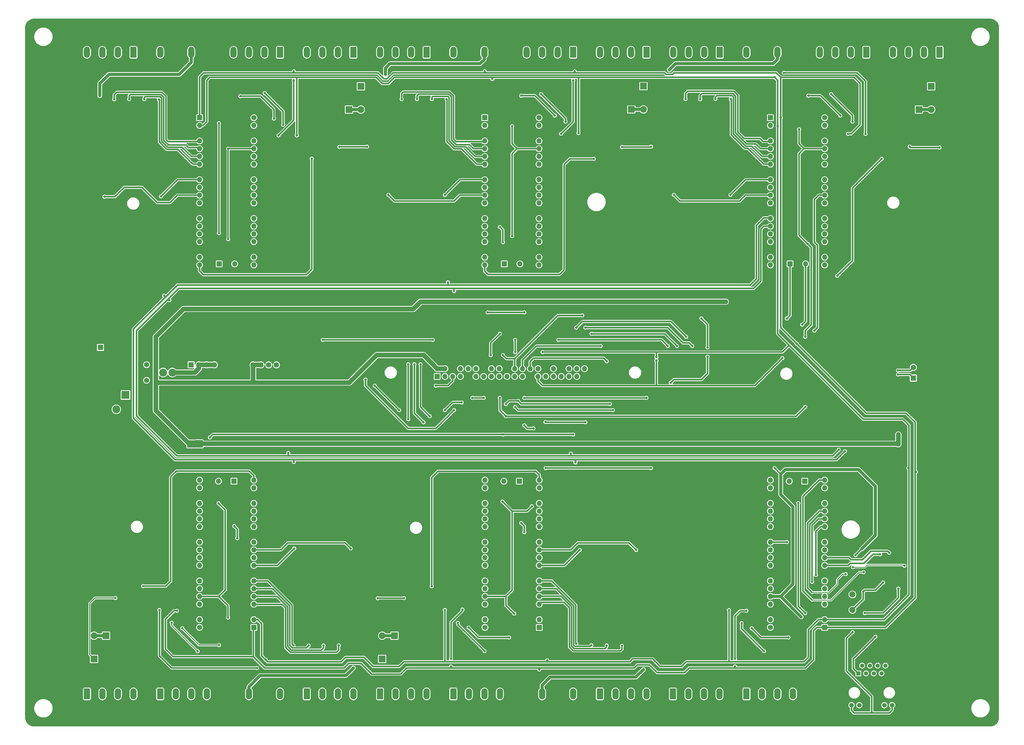
<source format=gbr>
%TF.GenerationSoftware,KiCad,Pcbnew,8.0.1*%
%TF.CreationDate,2024-04-17T10:04:04-05:00*%
%TF.ProjectId,Kristerj,4b726973-7465-4726-9a2e-6b696361645f,rev?*%
%TF.SameCoordinates,Original*%
%TF.FileFunction,Copper,L2,Bot*%
%TF.FilePolarity,Positive*%
%FSLAX46Y46*%
G04 Gerber Fmt 4.6, Leading zero omitted, Abs format (unit mm)*
G04 Created by KiCad (PCBNEW 8.0.1) date 2024-04-17 10:04:04*
%MOMM*%
%LPD*%
G01*
G04 APERTURE LIST*
G04 Aperture macros list*
%AMRoundRect*
0 Rectangle with rounded corners*
0 $1 Rounding radius*
0 $2 $3 $4 $5 $6 $7 $8 $9 X,Y pos of 4 corners*
0 Add a 4 corners polygon primitive as box body*
4,1,4,$2,$3,$4,$5,$6,$7,$8,$9,$2,$3,0*
0 Add four circle primitives for the rounded corners*
1,1,$1+$1,$2,$3*
1,1,$1+$1,$4,$5*
1,1,$1+$1,$6,$7*
1,1,$1+$1,$8,$9*
0 Add four rect primitives between the rounded corners*
20,1,$1+$1,$2,$3,$4,$5,0*
20,1,$1+$1,$4,$5,$6,$7,0*
20,1,$1+$1,$6,$7,$8,$9,0*
20,1,$1+$1,$8,$9,$2,$3,0*%
G04 Aperture macros list end*
%TA.AperFunction,ComponentPad*%
%ADD10C,1.710000*%
%TD*%
%TA.AperFunction,ComponentPad*%
%ADD11R,1.700000X1.700000*%
%TD*%
%TA.AperFunction,ComponentPad*%
%ADD12O,1.700000X1.700000*%
%TD*%
%TA.AperFunction,ComponentPad*%
%ADD13C,2.600000*%
%TD*%
%TA.AperFunction,ComponentPad*%
%ADD14C,1.700000*%
%TD*%
%TA.AperFunction,ComponentPad*%
%ADD15R,1.800000X1.800000*%
%TD*%
%TA.AperFunction,ComponentPad*%
%ADD16C,1.800000*%
%TD*%
%TA.AperFunction,ComponentPad*%
%ADD17R,2.200000X2.200000*%
%TD*%
%TA.AperFunction,ComponentPad*%
%ADD18O,2.200000X2.200000*%
%TD*%
%TA.AperFunction,ComponentPad*%
%ADD19R,2.600000X2.600000*%
%TD*%
%TA.AperFunction,ComponentPad*%
%ADD20RoundRect,0.249999X-0.790001X-1.550001X0.790001X-1.550001X0.790001X1.550001X-0.790001X1.550001X0*%
%TD*%
%TA.AperFunction,ComponentPad*%
%ADD21O,2.080000X3.600000*%
%TD*%
%TA.AperFunction,HeatsinkPad*%
%ADD22C,0.500000*%
%TD*%
%TA.AperFunction,HeatsinkPad*%
%ADD23R,2.500000X2.500000*%
%TD*%
%TA.AperFunction,ComponentPad*%
%ADD24RoundRect,0.249999X0.790001X1.550001X-0.790001X1.550001X-0.790001X-1.550001X0.790001X-1.550001X0*%
%TD*%
%TA.AperFunction,ComponentPad*%
%ADD25C,2.000000*%
%TD*%
%TA.AperFunction,ComponentPad*%
%ADD26R,1.408000X1.408000*%
%TD*%
%TA.AperFunction,ComponentPad*%
%ADD27C,1.408000*%
%TD*%
%TA.AperFunction,ComponentPad*%
%ADD28C,1.530000*%
%TD*%
%TA.AperFunction,ComponentPad*%
%ADD29C,2.400000*%
%TD*%
%TA.AperFunction,ViaPad*%
%ADD30C,0.800000*%
%TD*%
%TA.AperFunction,Conductor*%
%ADD31C,0.500000*%
%TD*%
%TA.AperFunction,Conductor*%
%ADD32C,1.000000*%
%TD*%
%TA.AperFunction,Conductor*%
%ADD33C,1.500000*%
%TD*%
%TA.AperFunction,Conductor*%
%ADD34C,0.300000*%
%TD*%
%TA.AperFunction,Conductor*%
%ADD35C,0.250000*%
%TD*%
G04 APERTURE END LIST*
D10*
%TO.P,F1,1*%
%TO.N,+24V*%
X176300000Y-202235000D03*
%TO.P,F1,2*%
%TO.N,Net-(C1-Pad2)*%
X176300000Y-197135000D03*
%TD*%
D11*
%TO.P,J5,1,Pin_1*%
%TO.N,Pi4_SWCLK*%
X204940000Y-235305000D03*
D12*
%TO.P,J5,2,Pin_2*%
%TO.N,GND*%
X202400000Y-235305000D03*
%TO.P,J5,3,Pin_3*%
%TO.N,Pi4_SWDIO*%
X199860000Y-235305000D03*
%TD*%
D11*
%TO.P,J19,1,Pin_1*%
%TO.N,Pi3_SWCLK*%
X387060000Y-164095000D03*
D12*
%TO.P,J19,2,Pin_2*%
%TO.N,GND*%
X389600000Y-164095000D03*
%TO.P,J19,3,Pin_3*%
%TO.N,Pi3_SWDIO*%
X392140000Y-164095000D03*
%TD*%
D11*
%TO.P,J20,1,Pin_1*%
%TO.N,Pi6_SWCLK*%
X391865000Y-235315000D03*
D12*
%TO.P,J20,2,Pin_2*%
%TO.N,GND*%
X389325000Y-235315000D03*
%TO.P,J20,3,Pin_3*%
%TO.N,Pi6_SWDIO*%
X386785000Y-235315000D03*
%TD*%
D13*
%TO.P,L1,1,1*%
%TO.N,Net-(C1-Pad2)*%
X181725000Y-199700000D03*
%TO.P,L1,2,2*%
%TO.N,Net-(C3-Pad2)*%
X184725000Y-199700000D03*
%TD*%
D11*
%TO.P,U17,1,GP0*%
%TO.N,SDA-0*%
X380585000Y-116205000D03*
D12*
%TO.P,U17,2,GP1*%
%TO.N,SCL-0*%
X380585000Y-118745000D03*
%TO.P,U17,3,GND*%
%TO.N,GND*%
X380585000Y-121285000D03*
%TO.P,U17,4,GP2*%
%TO.N,Pi3_D-IN1*%
X380585000Y-123825000D03*
%TO.P,U17,5,GP3*%
%TO.N,Pi3_D-IN2*%
X380585000Y-126365000D03*
%TO.P,U17,6,GP4*%
%TO.N,Pi3_D-IN3*%
X380585000Y-128905000D03*
%TO.P,U17,7,GP5*%
%TO.N,Pi3_D-IN4*%
X380585000Y-131445000D03*
%TO.P,U17,8,GND*%
%TO.N,GND*%
X380585000Y-133985000D03*
%TO.P,U17,9,GP6*%
%TO.N,Pi3_D-OUT1*%
X380585000Y-136525000D03*
%TO.P,U17,10,GP7*%
%TO.N,unconnected-(U17-GP7-Pad10)*%
X380585000Y-139065000D03*
%TO.P,U17,11,GP8*%
%TO.N,Pi3_D-OUT3*%
X380585000Y-141605000D03*
%TO.P,U17,12,GP9*%
%TO.N,unconnected-(U17-GP9-Pad12)*%
X380585000Y-144145000D03*
%TO.P,U17,13,GND*%
%TO.N,GND*%
X380585000Y-146685000D03*
%TO.P,U17,14,GP10*%
%TO.N,Pi1_SDA-1*%
X380585000Y-149225000D03*
%TO.P,U17,15,GP11*%
%TO.N,Pi1_SCL-1*%
X380585000Y-151765000D03*
%TO.P,U17,16,GP12*%
%TO.N,unconnected-(U17-GP12-Pad16)*%
X380585000Y-154305000D03*
%TO.P,U17,17,GP13*%
%TO.N,unconnected-(U17-GP13-Pad17)*%
X380585000Y-156845000D03*
%TO.P,U17,18,GND*%
%TO.N,GND*%
X380585000Y-159385000D03*
%TO.P,U17,19,GP14*%
%TO.N,unconnected-(U17-GP14-Pad19)*%
X380585000Y-161925000D03*
%TO.P,U17,20,GP15*%
%TO.N,Pi1_O_3*%
X380585000Y-164465000D03*
%TO.P,U17,21,GP16*%
%TO.N,unconnected-(U17-GP16-Pad21)*%
X398365000Y-164465000D03*
%TO.P,U17,22,GP17*%
%TO.N,unconnected-(U17-GP17-Pad22)*%
X398365000Y-161925000D03*
%TO.P,U17,23,GND*%
%TO.N,GND*%
X398365000Y-159385000D03*
%TO.P,U17,24,GP18*%
%TO.N,Net-(U17-GP18)*%
X398365000Y-156845000D03*
%TO.P,U17,25,GP19*%
%TO.N,Net-(U17-GP19)*%
X398365000Y-154305000D03*
%TO.P,U17,26,GP20*%
%TO.N,Net-(U17-GP20)*%
X398365000Y-151765000D03*
%TO.P,U17,27,GP21*%
%TO.N,unconnected-(U17-GP21-Pad27)*%
X398365000Y-149225000D03*
%TO.P,U17,28,GND*%
%TO.N,GND*%
X398365000Y-146685000D03*
%TO.P,U17,29,GP22*%
%TO.N,unconnected-(U17-GP22-Pad29)*%
X398365000Y-144145000D03*
%TO.P,U17,30,RUN*%
%TO.N,Pi3_RST*%
X398365000Y-141605000D03*
%TO.P,U17,31,GP26*%
%TO.N,Pi3_4-20_IN1*%
X398365000Y-139065000D03*
%TO.P,U17,32,GP27*%
%TO.N,Pi3_4-20_IN2*%
X398365000Y-136525000D03*
%TO.P,U17,33,GND*%
%TO.N,GND*%
X398365000Y-133985000D03*
%TO.P,U17,34,GP28*%
%TO.N,Pi3_4-20_IN3*%
X398365000Y-131445000D03*
%TO.P,U17,35,ADC_VREF*%
%TO.N,ADC_REF3*%
X398365000Y-128905000D03*
%TO.P,U17,36,3V3*%
%TO.N,3.3V_3*%
X398365000Y-126365000D03*
%TO.P,U17,37,3V3_EN*%
%TO.N,unconnected-(U17-3V3_EN-Pad37)*%
X398365000Y-123825000D03*
%TO.P,U17,38,GND*%
%TO.N,GND*%
X398365000Y-121285000D03*
%TO.P,U17,39,VSYS*%
%TO.N,unconnected-(U17-VSYS-Pad39)*%
X398365000Y-118745000D03*
D14*
%TO.P,U17,40,VBUS*%
%TO.N,+5V*%
X398365000Y-116205000D03*
%TD*%
D15*
%TO.P,J1,1,Pin_1*%
%TO.N,+24V*%
X161185000Y-191455000D03*
D16*
%TO.P,J1,2,Pin_2*%
%TO.N,GND*%
X161185000Y-194955000D03*
%TD*%
D11*
%TO.P,J6,1,Pin_1*%
%TO.N,Pi1_SWCLK*%
X200055000Y-164095000D03*
D12*
%TO.P,J6,2,Pin_2*%
%TO.N,GND*%
X202595000Y-164095000D03*
%TO.P,J6,3,Pin_3*%
%TO.N,Pi1_SWDIO*%
X205135000Y-164095000D03*
%TD*%
D11*
%TO.P,J14,1,Pin_1*%
%TO.N,Pi5_SWCLK*%
X298390000Y-235310000D03*
D12*
%TO.P,J14,2,Pin_2*%
%TO.N,GND*%
X295850000Y-235310000D03*
%TO.P,J14,3,Pin_3*%
%TO.N,Pi5_SWDIO*%
X293310000Y-235310000D03*
%TD*%
D17*
%TO.P,D17,1,K*%
%TO.N,+24V*%
X159080000Y-293520000D03*
D18*
%TO.P,D17,2,A*%
%TO.N,Net-(D17-A)*%
X159080000Y-285900000D03*
%TD*%
D11*
%TO.P,J8,1,Pin_1*%
%TO.N,unconnected-(J8-Pin_1-Pad1)*%
X271470000Y-200985000D03*
D12*
%TO.P,J8,2,Pin_2*%
%TO.N,+5V*%
X271470000Y-198445000D03*
%TO.P,J8,3,Pin_3*%
%TO.N,Pi1_SWDIO*%
X274010000Y-200985000D03*
%TO.P,J8,4,Pin_4*%
%TO.N,+5V*%
X274010000Y-198445000D03*
%TO.P,J8,5,Pin_5*%
%TO.N,Pi1_SWCLK*%
X276550000Y-200985000D03*
%TO.P,J8,6,Pin_6*%
%TO.N,GND*%
X276550000Y-198445000D03*
%TO.P,J8,7,Pin_7*%
%TO.N,Pi1_RST*%
X279090000Y-200985000D03*
%TO.P,J8,8,Pin_8*%
%TO.N,unconnected-(J8-Pin_8-Pad8)*%
X279090000Y-198445000D03*
%TO.P,J8,9,Pin_9*%
%TO.N,GND*%
X281630000Y-200985000D03*
%TO.P,J8,10,Pin_10*%
%TO.N,unconnected-(J8-Pin_10-Pad10)*%
X281630000Y-198445000D03*
%TO.P,J8,11,Pin_11*%
%TO.N,Pi2_SWDIO*%
X284170000Y-200985000D03*
%TO.P,J8,12,Pin_12*%
%TO.N,unconnected-(J8-Pin_12-Pad12)*%
X284170000Y-198445000D03*
%TO.P,J8,13,Pin_13*%
%TO.N,Pi2_SWCLK*%
X286710000Y-200985000D03*
%TO.P,J8,14,Pin_14*%
%TO.N,GND*%
X286710000Y-198445000D03*
%TO.P,J8,15,Pin_15*%
%TO.N,Pi2_RST*%
X289250000Y-200985000D03*
%TO.P,J8,16,Pin_16*%
%TO.N,unconnected-(J8-Pin_16-Pad16)*%
X289250000Y-198445000D03*
%TO.P,J8,17,Pin_17*%
%TO.N,unconnected-(J8-Pin_17-Pad17)*%
X291790000Y-200985000D03*
%TO.P,J8,18,Pin_18*%
%TO.N,unconnected-(J8-Pin_18-Pad18)*%
X291790000Y-198445000D03*
%TO.P,J8,19,Pin_19*%
%TO.N,Pi3_SWDIO*%
X294330000Y-200985000D03*
%TO.P,J8,20,Pin_20*%
%TO.N,GND*%
X294330000Y-198445000D03*
%TO.P,J8,21,Pin_21*%
%TO.N,Pi3_SWCLK*%
X296870000Y-200985000D03*
%TO.P,J8,22,Pin_22*%
%TO.N,Pi5_SWDIO*%
X296870000Y-198445000D03*
%TO.P,J8,23,Pin_23*%
%TO.N,Pi3_RST*%
X299410000Y-200985000D03*
%TO.P,J8,24,Pin_24*%
%TO.N,Pi5_SWCLK*%
X299410000Y-198445000D03*
%TO.P,J8,25,Pin_25*%
%TO.N,GND*%
X301950000Y-200985000D03*
%TO.P,J8,26,Pin_26*%
%TO.N,Pi5_RST*%
X301950000Y-198445000D03*
%TO.P,J8,27,Pin_27*%
%TO.N,SDA-0*%
X304490000Y-200985000D03*
%TO.P,J8,28,Pin_28*%
%TO.N,SCL-0*%
X304490000Y-198445000D03*
%TO.P,J8,29,Pin_29*%
%TO.N,Pi4_SWDIO*%
X307030000Y-200985000D03*
%TO.P,J8,30,Pin_30*%
%TO.N,GND*%
X307030000Y-198445000D03*
%TO.P,J8,31,Pin_31*%
%TO.N,Pi4_SWCLK*%
X309570000Y-200985000D03*
%TO.P,J8,32,Pin_32*%
%TO.N,unconnected-(J8-Pin_32-Pad32)*%
X309570000Y-198445000D03*
%TO.P,J8,33,Pin_33*%
%TO.N,Pi4_RST*%
X312110000Y-200985000D03*
%TO.P,J8,34,Pin_34*%
%TO.N,GND*%
X312110000Y-198445000D03*
%TO.P,J8,35,Pin_35*%
%TO.N,unconnected-(J8-Pin_35-Pad35)*%
X314650000Y-200985000D03*
%TO.P,J8,36,Pin_36*%
%TO.N,Pi6_SWDIO*%
X314650000Y-198445000D03*
%TO.P,J8,37,Pin_37*%
%TO.N,unconnected-(J8-Pin_37-Pad37)*%
X317190000Y-200985000D03*
%TO.P,J8,38,Pin_38*%
%TO.N,Pi6_SWCLK*%
X317190000Y-198445000D03*
%TO.P,J8,39,Pin_39*%
%TO.N,GND*%
X319730000Y-200985000D03*
%TO.P,J8,40,Pin_40*%
%TO.N,Pi6_RST*%
X319730000Y-198445000D03*
%TD*%
D11*
%TO.P,U1,1,GP0*%
%TO.N,SDA-0*%
X211410000Y-283205000D03*
D12*
%TO.P,U1,2,GP1*%
%TO.N,SCL-0*%
X211410000Y-280665000D03*
%TO.P,U1,3,GND*%
%TO.N,GND*%
X211410000Y-278125000D03*
%TO.P,U1,4,GP2*%
%TO.N,Pi4_D-IN1*%
X211410000Y-275585000D03*
%TO.P,U1,5,GP3*%
%TO.N,Pi4_D-IN2*%
X211410000Y-273045000D03*
%TO.P,U1,6,GP4*%
%TO.N,Pi4_D-IN3*%
X211410000Y-270505000D03*
%TO.P,U1,7,GP5*%
%TO.N,Pi4_D-IN4*%
X211410000Y-267965000D03*
%TO.P,U1,8,GND*%
%TO.N,GND*%
X211410000Y-265425000D03*
%TO.P,U1,9,GP6*%
%TO.N,Pi4_D-OUT1*%
X211410000Y-262885000D03*
%TO.P,U1,10,GP7*%
%TO.N,unconnected-(U1-GP7-Pad10)*%
X211410000Y-260345000D03*
%TO.P,U1,11,GP8*%
%TO.N,Pi4_D-OUT3*%
X211410000Y-257805000D03*
%TO.P,U1,12,GP9*%
%TO.N,unconnected-(U1-GP9-Pad12)*%
X211410000Y-255265000D03*
%TO.P,U1,13,GND*%
%TO.N,GND*%
X211410000Y-252725000D03*
%TO.P,U1,14,GP10*%
%TO.N,Pi1_SDA-1*%
X211410000Y-250185000D03*
%TO.P,U1,15,GP11*%
%TO.N,Pi1_SCL-1*%
X211410000Y-247645000D03*
%TO.P,U1,16,GP12*%
%TO.N,unconnected-(U1-GP12-Pad16)*%
X211410000Y-245105000D03*
%TO.P,U1,17,GP13*%
%TO.N,unconnected-(U1-GP13-Pad17)*%
X211410000Y-242565000D03*
%TO.P,U1,18,GND*%
%TO.N,GND*%
X211410000Y-240025000D03*
%TO.P,U1,19,GP14*%
%TO.N,unconnected-(U1-GP14-Pad19)*%
X211410000Y-237485000D03*
%TO.P,U1,20,GP15*%
%TO.N,Pi1_O_4*%
X211410000Y-234945000D03*
%TO.P,U1,21,GP16*%
%TO.N,unconnected-(U1-GP16-Pad21)*%
X193630000Y-234945000D03*
%TO.P,U1,22,GP17*%
%TO.N,unconnected-(U1-GP17-Pad22)*%
X193630000Y-237485000D03*
%TO.P,U1,23,GND*%
%TO.N,GND*%
X193630000Y-240025000D03*
%TO.P,U1,24,GP18*%
%TO.N,Net-(U1-GP18)*%
X193630000Y-242565000D03*
%TO.P,U1,25,GP19*%
%TO.N,Net-(U1-GP19)*%
X193630000Y-245105000D03*
%TO.P,U1,26,GP20*%
%TO.N,Net-(U1-GP20)*%
X193630000Y-247645000D03*
%TO.P,U1,27,GP21*%
%TO.N,unconnected-(U1-GP21-Pad27)*%
X193630000Y-250185000D03*
%TO.P,U1,28,GND*%
%TO.N,GND*%
X193630000Y-252725000D03*
%TO.P,U1,29,GP22*%
%TO.N,unconnected-(U1-GP22-Pad29)*%
X193630000Y-255265000D03*
%TO.P,U1,30,RUN*%
%TO.N,Pi4_RST*%
X193630000Y-257805000D03*
%TO.P,U1,31,GP26*%
%TO.N,Pi4_4-20_IN1*%
X193630000Y-260345000D03*
%TO.P,U1,32,GP27*%
%TO.N,Pi4_4-20_IN2*%
X193630000Y-262885000D03*
%TO.P,U1,33,GND*%
%TO.N,GND*%
X193630000Y-265425000D03*
%TO.P,U1,34,GP28*%
%TO.N,Pi4_4-20_IN3*%
X193630000Y-267965000D03*
%TO.P,U1,35,ADC_VREF*%
%TO.N,ADC_REF4*%
X193630000Y-270505000D03*
%TO.P,U1,36,3V3*%
%TO.N,3.3V_4*%
X193630000Y-273045000D03*
%TO.P,U1,37,3V3_EN*%
%TO.N,unconnected-(U1-3V3_EN-Pad37)*%
X193630000Y-275585000D03*
%TO.P,U1,38,GND*%
%TO.N,GND*%
X193630000Y-278125000D03*
%TO.P,U1,39,VSYS*%
%TO.N,unconnected-(U1-VSYS-Pad39)*%
X193630000Y-280665000D03*
D14*
%TO.P,U1,40,VBUS*%
%TO.N,+5V*%
X193630000Y-283205000D03*
%TD*%
D19*
%TO.P,J2,1*%
%TO.N,+24V*%
X169390000Y-207045000D03*
D13*
%TO.P,J2,2*%
%TO.N,GND*%
X163390000Y-207045000D03*
%TO.P,J2,3*%
%TO.N,unconnected-(J2-Pad3)*%
X166390000Y-211745000D03*
%TD*%
D11*
%TO.P,U2,1,GP0*%
%TO.N,SDA-0*%
X193630000Y-116205000D03*
D12*
%TO.P,U2,2,GP1*%
%TO.N,SCL-0*%
X193630000Y-118745000D03*
%TO.P,U2,3,GND*%
%TO.N,GND*%
X193630000Y-121285000D03*
%TO.P,U2,4,GP2*%
%TO.N,Pi1_D-IN1*%
X193630000Y-123825000D03*
%TO.P,U2,5,GP3*%
%TO.N,Pi1_D-IN2*%
X193630000Y-126365000D03*
%TO.P,U2,6,GP4*%
%TO.N,Pi1_D-IN3*%
X193630000Y-128905000D03*
%TO.P,U2,7,GP5*%
%TO.N,Pi1_D-IN4*%
X193630000Y-131445000D03*
%TO.P,U2,8,GND*%
%TO.N,GND*%
X193630000Y-133985000D03*
%TO.P,U2,9,GP6*%
%TO.N,Pi1_D-OUT1*%
X193630000Y-136525000D03*
%TO.P,U2,10,GP7*%
%TO.N,unconnected-(U2-GP7-Pad10)*%
X193630000Y-139065000D03*
%TO.P,U2,11,GP8*%
%TO.N,Pi1_D-OUT3*%
X193630000Y-141605000D03*
%TO.P,U2,12,GP9*%
%TO.N,unconnected-(U2-GP9-Pad12)*%
X193630000Y-144145000D03*
%TO.P,U2,13,GND*%
%TO.N,GND*%
X193630000Y-146685000D03*
%TO.P,U2,14,GP10*%
%TO.N,Pi1_SDA-1*%
X193630000Y-149225000D03*
%TO.P,U2,15,GP11*%
%TO.N,Pi1_SCL-1*%
X193630000Y-151765000D03*
%TO.P,U2,16,GP12*%
%TO.N,unconnected-(U2-GP12-Pad16)*%
X193630000Y-154305000D03*
%TO.P,U2,17,GP13*%
%TO.N,unconnected-(U2-GP13-Pad17)*%
X193630000Y-156845000D03*
%TO.P,U2,18,GND*%
%TO.N,GND*%
X193630000Y-159385000D03*
%TO.P,U2,19,GP14*%
%TO.N,unconnected-(U2-GP14-Pad19)*%
X193630000Y-161925000D03*
%TO.P,U2,20,GP15*%
%TO.N,Pi1_O_1*%
X193630000Y-164465000D03*
%TO.P,U2,21,GP16*%
%TO.N,unconnected-(U2-GP16-Pad21)*%
X211410000Y-164465000D03*
%TO.P,U2,22,GP17*%
%TO.N,unconnected-(U2-GP17-Pad22)*%
X211410000Y-161925000D03*
%TO.P,U2,23,GND*%
%TO.N,GND*%
X211410000Y-159385000D03*
%TO.P,U2,24,GP18*%
%TO.N,Net-(U2-GP18)*%
X211410000Y-156845000D03*
%TO.P,U2,25,GP19*%
%TO.N,Net-(U2-GP19)*%
X211410000Y-154305000D03*
%TO.P,U2,26,GP20*%
%TO.N,Net-(U2-GP20)*%
X211410000Y-151765000D03*
%TO.P,U2,27,GP21*%
%TO.N,unconnected-(U2-GP21-Pad27)*%
X211410000Y-149225000D03*
%TO.P,U2,28,GND*%
%TO.N,GND*%
X211410000Y-146685000D03*
%TO.P,U2,29,GP22*%
%TO.N,unconnected-(U2-GP22-Pad29)*%
X211410000Y-144145000D03*
%TO.P,U2,30,RUN*%
%TO.N,Pi1_RST*%
X211410000Y-141605000D03*
%TO.P,U2,31,GP26*%
%TO.N,Pi1_4-20_IN1*%
X211410000Y-139065000D03*
%TO.P,U2,32,GP27*%
%TO.N,Pi1_4-20_IN2*%
X211410000Y-136525000D03*
%TO.P,U2,33,GND*%
%TO.N,GND*%
X211410000Y-133985000D03*
%TO.P,U2,34,GP28*%
%TO.N,Pi1_4-20_IN3*%
X211410000Y-131445000D03*
%TO.P,U2,35,ADC_VREF*%
%TO.N,ADC_REF1*%
X211410000Y-128905000D03*
%TO.P,U2,36,3V3*%
%TO.N,3.3V_1*%
X211410000Y-126365000D03*
%TO.P,U2,37,3V3_EN*%
%TO.N,unconnected-(U2-3V3_EN-Pad37)*%
X211410000Y-123825000D03*
%TO.P,U2,38,GND*%
%TO.N,GND*%
X211410000Y-121285000D03*
%TO.P,U2,39,VSYS*%
%TO.N,unconnected-(U2-VSYS-Pad39)*%
X211410000Y-118745000D03*
D14*
%TO.P,U2,40,VBUS*%
%TO.N,+5V*%
X211410000Y-116205000D03*
%TD*%
D17*
%TO.P,D18,1,K*%
%TO.N,Net-(D17-A)*%
X162985000Y-285900000D03*
D18*
%TO.P,D18,2,A*%
%TO.N,GND*%
X162985000Y-293520000D03*
%TD*%
D17*
%TO.P,D19,1,K*%
%TO.N,+24V*%
X246460000Y-105915000D03*
D18*
%TO.P,D19,2,A*%
%TO.N,Net-(D19-A)*%
X246460000Y-113535000D03*
%TD*%
D17*
%TO.P,D20,1,K*%
%TO.N,Net-(D19-A)*%
X242555000Y-113530000D03*
D18*
%TO.P,D20,2,A*%
%TO.N,GND*%
X242555000Y-105910000D03*
%TD*%
D11*
%TO.P,U9,1,GP0*%
%TO.N,SDA-0*%
X287035000Y-116205000D03*
D12*
%TO.P,U9,2,GP1*%
%TO.N,SCL-0*%
X287035000Y-118745000D03*
%TO.P,U9,3,GND*%
%TO.N,GND*%
X287035000Y-121285000D03*
%TO.P,U9,4,GP2*%
%TO.N,Pi2_D-IN1*%
X287035000Y-123825000D03*
%TO.P,U9,5,GP3*%
%TO.N,Pi2_D-IN2*%
X287035000Y-126365000D03*
%TO.P,U9,6,GP4*%
%TO.N,Pi2_D-IN3*%
X287035000Y-128905000D03*
%TO.P,U9,7,GP5*%
%TO.N,Pi2_D-IN4*%
X287035000Y-131445000D03*
%TO.P,U9,8,GND*%
%TO.N,GND*%
X287035000Y-133985000D03*
%TO.P,U9,9,GP6*%
%TO.N,Pi2_D-OUT1*%
X287035000Y-136525000D03*
%TO.P,U9,10,GP7*%
%TO.N,unconnected-(U9-GP7-Pad10)*%
X287035000Y-139065000D03*
%TO.P,U9,11,GP8*%
%TO.N,Pi2_D-OUT3*%
X287035000Y-141605000D03*
%TO.P,U9,12,GP9*%
%TO.N,unconnected-(U9-GP9-Pad12)*%
X287035000Y-144145000D03*
%TO.P,U9,13,GND*%
%TO.N,GND*%
X287035000Y-146685000D03*
%TO.P,U9,14,GP10*%
%TO.N,Pi1_SDA-1*%
X287035000Y-149225000D03*
%TO.P,U9,15,GP11*%
%TO.N,Pi1_SCL-1*%
X287035000Y-151765000D03*
%TO.P,U9,16,GP12*%
%TO.N,unconnected-(U9-GP12-Pad16)*%
X287035000Y-154305000D03*
%TO.P,U9,17,GP13*%
%TO.N,unconnected-(U9-GP13-Pad17)*%
X287035000Y-156845000D03*
%TO.P,U9,18,GND*%
%TO.N,GND*%
X287035000Y-159385000D03*
%TO.P,U9,19,GP14*%
%TO.N,unconnected-(U9-GP14-Pad19)*%
X287035000Y-161925000D03*
%TO.P,U9,20,GP15*%
%TO.N,Pi1_O_2*%
X287035000Y-164465000D03*
%TO.P,U9,21,GP16*%
%TO.N,unconnected-(U9-GP16-Pad21)*%
X304815000Y-164465000D03*
%TO.P,U9,22,GP17*%
%TO.N,unconnected-(U9-GP17-Pad22)*%
X304815000Y-161925000D03*
%TO.P,U9,23,GND*%
%TO.N,GND*%
X304815000Y-159385000D03*
%TO.P,U9,24,GP18*%
%TO.N,Net-(U9-GP18)*%
X304815000Y-156845000D03*
%TO.P,U9,25,GP19*%
%TO.N,Net-(U9-GP19)*%
X304815000Y-154305000D03*
%TO.P,U9,26,GP20*%
%TO.N,Net-(U9-GP20)*%
X304815000Y-151765000D03*
%TO.P,U9,27,GP21*%
%TO.N,unconnected-(U9-GP21-Pad27)*%
X304815000Y-149225000D03*
%TO.P,U9,28,GND*%
%TO.N,GND*%
X304815000Y-146685000D03*
%TO.P,U9,29,GP22*%
%TO.N,unconnected-(U9-GP22-Pad29)*%
X304815000Y-144145000D03*
%TO.P,U9,30,RUN*%
%TO.N,Pi2_RST*%
X304815000Y-141605000D03*
%TO.P,U9,31,GP26*%
%TO.N,Pi2_4-20_IN1*%
X304815000Y-139065000D03*
%TO.P,U9,32,GP27*%
%TO.N,Pi2_4-20_IN2*%
X304815000Y-136525000D03*
%TO.P,U9,33,GND*%
%TO.N,GND*%
X304815000Y-133985000D03*
%TO.P,U9,34,GP28*%
%TO.N,Pi2_4-20_IN3*%
X304815000Y-131445000D03*
%TO.P,U9,35,ADC_VREF*%
%TO.N,ADC_REF2*%
X304815000Y-128905000D03*
%TO.P,U9,36,3V3*%
%TO.N,3.3V_2*%
X304815000Y-126365000D03*
%TO.P,U9,37,3V3_EN*%
%TO.N,unconnected-(U9-3V3_EN-Pad37)*%
X304815000Y-123825000D03*
%TO.P,U9,38,GND*%
%TO.N,GND*%
X304815000Y-121285000D03*
%TO.P,U9,39,VSYS*%
%TO.N,unconnected-(U9-VSYS-Pad39)*%
X304815000Y-118745000D03*
D14*
%TO.P,U9,40,VBUS*%
%TO.N,+5V*%
X304815000Y-116205000D03*
%TD*%
D11*
%TO.P,U10,1,GP0*%
%TO.N,SDA-0*%
X304885000Y-283205000D03*
D12*
%TO.P,U10,2,GP1*%
%TO.N,SCL-0*%
X304885000Y-280665000D03*
%TO.P,U10,3,GND*%
%TO.N,GND*%
X304885000Y-278125000D03*
%TO.P,U10,4,GP2*%
%TO.N,Pi5_D-IN1*%
X304885000Y-275585000D03*
%TO.P,U10,5,GP3*%
%TO.N,Pi5_D-IN2*%
X304885000Y-273045000D03*
%TO.P,U10,6,GP4*%
%TO.N,Pi5_D-IN3*%
X304885000Y-270505000D03*
%TO.P,U10,7,GP5*%
%TO.N,Pi5_D-IN4*%
X304885000Y-267965000D03*
%TO.P,U10,8,GND*%
%TO.N,GND*%
X304885000Y-265425000D03*
%TO.P,U10,9,GP6*%
%TO.N,Pi5_D-OUT1*%
X304885000Y-262885000D03*
%TO.P,U10,10,GP7*%
%TO.N,unconnected-(U10-GP7-Pad10)*%
X304885000Y-260345000D03*
%TO.P,U10,11,GP8*%
%TO.N,Pi5_D-OUT3*%
X304885000Y-257805000D03*
%TO.P,U10,12,GP9*%
%TO.N,unconnected-(U10-GP9-Pad12)*%
X304885000Y-255265000D03*
%TO.P,U10,13,GND*%
%TO.N,GND*%
X304885000Y-252725000D03*
%TO.P,U10,14,GP10*%
%TO.N,Pi1_SDA-1*%
X304885000Y-250185000D03*
%TO.P,U10,15,GP11*%
%TO.N,Pi1_SCL-1*%
X304885000Y-247645000D03*
%TO.P,U10,16,GP12*%
%TO.N,unconnected-(U10-GP12-Pad16)*%
X304885000Y-245105000D03*
%TO.P,U10,17,GP13*%
%TO.N,unconnected-(U10-GP13-Pad17)*%
X304885000Y-242565000D03*
%TO.P,U10,18,GND*%
%TO.N,GND*%
X304885000Y-240025000D03*
%TO.P,U10,19,GP14*%
%TO.N,unconnected-(U10-GP14-Pad19)*%
X304885000Y-237485000D03*
%TO.P,U10,20,GP15*%
%TO.N,Pi1_O_5*%
X304885000Y-234945000D03*
%TO.P,U10,21,GP16*%
%TO.N,unconnected-(U10-GP16-Pad21)*%
X287105000Y-234945000D03*
%TO.P,U10,22,GP17*%
%TO.N,unconnected-(U10-GP17-Pad22)*%
X287105000Y-237485000D03*
%TO.P,U10,23,GND*%
%TO.N,GND*%
X287105000Y-240025000D03*
%TO.P,U10,24,GP18*%
%TO.N,Net-(U10-GP18)*%
X287105000Y-242565000D03*
%TO.P,U10,25,GP19*%
%TO.N,Net-(U10-GP19)*%
X287105000Y-245105000D03*
%TO.P,U10,26,GP20*%
%TO.N,Net-(U10-GP20)*%
X287105000Y-247645000D03*
%TO.P,U10,27,GP21*%
%TO.N,unconnected-(U10-GP21-Pad27)*%
X287105000Y-250185000D03*
%TO.P,U10,28,GND*%
%TO.N,GND*%
X287105000Y-252725000D03*
%TO.P,U10,29,GP22*%
%TO.N,unconnected-(U10-GP22-Pad29)*%
X287105000Y-255265000D03*
%TO.P,U10,30,RUN*%
%TO.N,Pi5_RST*%
X287105000Y-257805000D03*
%TO.P,U10,31,GP26*%
%TO.N,Pi5_4-20_IN1*%
X287105000Y-260345000D03*
%TO.P,U10,32,GP27*%
%TO.N,Pi5_4-20_IN2*%
X287105000Y-262885000D03*
%TO.P,U10,33,GND*%
%TO.N,GND*%
X287105000Y-265425000D03*
%TO.P,U10,34,GP28*%
%TO.N,Pi5_4-20_IN3*%
X287105000Y-267965000D03*
%TO.P,U10,35,ADC_VREF*%
%TO.N,ADC_REF5*%
X287105000Y-270505000D03*
%TO.P,U10,36,3V3*%
%TO.N,3.3V_5*%
X287105000Y-273045000D03*
%TO.P,U10,37,3V3_EN*%
%TO.N,unconnected-(U10-3V3_EN-Pad37)*%
X287105000Y-275585000D03*
%TO.P,U10,38,GND*%
%TO.N,GND*%
X287105000Y-278125000D03*
%TO.P,U10,39,VSYS*%
%TO.N,unconnected-(U10-VSYS-Pad39)*%
X287105000Y-280665000D03*
D14*
%TO.P,U10,40,VBUS*%
%TO.N,+5V*%
X287105000Y-283205000D03*
%TD*%
D11*
%TO.P,U18,1,GP0*%
%TO.N,SDA-0*%
X398370000Y-283205000D03*
D12*
%TO.P,U18,2,GP1*%
%TO.N,SCL-0*%
X398370000Y-280665000D03*
%TO.P,U18,3,GND*%
%TO.N,GND*%
X398370000Y-278125000D03*
%TO.P,U18,4,GP2*%
%TO.N,unconnected-(U18-GP2-Pad4)*%
X398370000Y-275585000D03*
%TO.P,U18,5,GP3*%
%TO.N,unconnected-(U18-GP3-Pad5)*%
X398370000Y-273045000D03*
%TO.P,U18,6,GP4*%
%TO.N,unconnected-(U18-GP4-Pad6)*%
X398370000Y-270505000D03*
%TO.P,U18,7,GP5*%
%TO.N,unconnected-(U18-GP5-Pad7)*%
X398370000Y-267965000D03*
%TO.P,U18,8,GND*%
%TO.N,GND*%
X398370000Y-265425000D03*
%TO.P,U18,9,GP6*%
%TO.N,RX0*%
X398370000Y-262885000D03*
%TO.P,U18,10,GP7*%
%TO.N,RX1*%
X398370000Y-260345000D03*
%TO.P,U18,11,GP8*%
%TO.N,CRS*%
X398370000Y-257805000D03*
%TO.P,U18,12,GP9*%
%TO.N,unconnected-(U18-GP9-Pad12)*%
X398370000Y-255265000D03*
%TO.P,U18,13,GND*%
%TO.N,GND*%
X398370000Y-252725000D03*
%TO.P,U18,14,GP10*%
%TO.N,TX0*%
X398370000Y-250185000D03*
%TO.P,U18,15,GP11*%
%TO.N,TX1*%
X398370000Y-247645000D03*
%TO.P,U18,16,GP12*%
%TO.N,TX_EN*%
X398370000Y-245105000D03*
%TO.P,U18,17,GP13*%
%TO.N,unconnected-(U18-GP13-Pad17)*%
X398370000Y-242565000D03*
%TO.P,U18,18,GND*%
%TO.N,GND*%
X398370000Y-240025000D03*
%TO.P,U18,19,GP14*%
%TO.N,MDIO*%
X398370000Y-237485000D03*
%TO.P,U18,20,GP15*%
%TO.N,MDC*%
X398370000Y-234945000D03*
%TO.P,U18,21,GP16*%
%TO.N,unconnected-(U18-GP16-Pad21)*%
X380590000Y-234945000D03*
%TO.P,U18,22,GP17*%
%TO.N,unconnected-(U18-GP17-Pad22)*%
X380590000Y-237485000D03*
%TO.P,U18,23,GND*%
%TO.N,GND*%
X380590000Y-240025000D03*
%TO.P,U18,24,GP18*%
%TO.N,Net-(U18-GP18)*%
X380590000Y-242565000D03*
%TO.P,U18,25,GP19*%
%TO.N,Net-(U18-GP19)*%
X380590000Y-245105000D03*
%TO.P,U18,26,GP20*%
%TO.N,Net-(U18-GP20)*%
X380590000Y-247645000D03*
%TO.P,U18,27,GP21*%
%TO.N,unconnected-(U18-GP21-Pad27)*%
X380590000Y-250185000D03*
%TO.P,U18,28,GND*%
%TO.N,GND*%
X380590000Y-252725000D03*
%TO.P,U18,29,GP22*%
%TO.N,nRST*%
X380590000Y-255265000D03*
%TO.P,U18,30,RUN*%
%TO.N,Pi6_RST*%
X380590000Y-257805000D03*
%TO.P,U18,31,GP26*%
%TO.N,Pi6_4-20_IN1*%
X380590000Y-260345000D03*
%TO.P,U18,32,GP27*%
%TO.N,Pi6_4-20_IN2*%
X380590000Y-262885000D03*
%TO.P,U18,33,GND*%
%TO.N,GND*%
X380590000Y-265425000D03*
%TO.P,U18,34,GP28*%
%TO.N,Pi6_4-20_IN3*%
X380590000Y-267965000D03*
%TO.P,U18,35,ADC_VREF*%
%TO.N,ADC_REF6*%
X380590000Y-270505000D03*
%TO.P,U18,36,3V3*%
%TO.N,3.3V_6*%
X380590000Y-273045000D03*
%TO.P,U18,37,3V3_EN*%
%TO.N,unconnected-(U18-3V3_EN-Pad37)*%
X380590000Y-275585000D03*
%TO.P,U18,38,GND*%
%TO.N,GND*%
X380590000Y-278125000D03*
%TO.P,U18,39,VSYS*%
%TO.N,unconnected-(U18-VSYS-Pad39)*%
X380590000Y-280665000D03*
D14*
%TO.P,U18,40,VBUS*%
%TO.N,+5V*%
X380590000Y-283205000D03*
%TD*%
D15*
%TO.P,J7,1,Pin_1*%
%TO.N,Pi1_SDA-1*%
X427420000Y-201510000D03*
D16*
%TO.P,J7,2,Pin_2*%
%TO.N,Pi1_SCL-1*%
X427420000Y-198010000D03*
%TD*%
D20*
%TO.P,J9_1,1,Pin_1*%
%TO.N,Pi4_DI_4*%
X228760000Y-305000000D03*
D21*
%TO.P,J9_1,2,Pin_2*%
%TO.N,Pi4_DI_3*%
X233840000Y-305000000D03*
%TO.P,J9_1,3,Pin_3*%
%TO.N,Pi4_DI_2*%
X238920000Y-305000000D03*
%TO.P,J9_1,4,Pin_4*%
%TO.N,Pi4_DI_1*%
X244000000Y-305000000D03*
%TD*%
D22*
%TO.P,U8,25,VSS*%
%TO.N,GND*%
X415320000Y-267910000D03*
X415320000Y-266910000D03*
X415320000Y-265910000D03*
X414320000Y-267910000D03*
X414320000Y-266910000D03*
D23*
X414320000Y-266910000D03*
D22*
X414320000Y-265910000D03*
X413320000Y-267910000D03*
X413320000Y-266910000D03*
X413320000Y-265910000D03*
%TD*%
D17*
%TO.P,D41,1,K*%
%TO.N,+24V*%
X339030000Y-105875000D03*
D18*
%TO.P,D41,2,A*%
%TO.N,Net-(D41-A)*%
X339030000Y-113495000D03*
%TD*%
D17*
%TO.P,D39,1,K*%
%TO.N,+24V*%
X253460000Y-293520000D03*
D18*
%TO.P,D39,2,A*%
%TO.N,Net-(D39-A)*%
X253460000Y-285900000D03*
%TD*%
D15*
%TO.P,PS1,1,CTRL*%
%TO.N,unconnected-(PS1-CTRL-Pad1)*%
X190890000Y-197170000D03*
D16*
%TO.P,PS1,2,VIN*%
%TO.N,Net-(C3-Pad2)*%
X193430000Y-197170000D03*
%TO.P,PS1,3,VIN*%
X195970000Y-197170000D03*
%TO.P,PS1,4,VIN*%
X198510000Y-197170000D03*
%TO.P,PS1,5,GND*%
%TO.N,GND*%
X201050000Y-197170000D03*
%TO.P,PS1,6,GND*%
X203590000Y-197170000D03*
%TO.P,PS1,7,GND*%
X206130000Y-197170000D03*
%TO.P,PS1,8,GND*%
X208670000Y-197170000D03*
%TO.P,PS1,9,+VO1*%
%TO.N,+5V*%
X211210000Y-197170000D03*
%TO.P,PS1,10,+VO1*%
X213750000Y-197170000D03*
%TO.P,PS1,11,+VO2*%
%TO.N,unconnected-(PS1-+VO2-Pad11)*%
X216290000Y-197170000D03*
%TO.P,PS1,12,TRIM*%
%TO.N,unconnected-(PS1-TRIM-Pad12)*%
X218830000Y-197170000D03*
%TD*%
D20*
%TO.P,J3_2,1,Pin_1*%
%TO.N,+24V*%
X156760000Y-305000000D03*
D21*
%TO.P,J3_2,2,Pin_2*%
%TO.N,Pi1_4-20_OUT-4-*%
X161840000Y-305000000D03*
%TO.P,J3_2,3,Pin_3*%
%TO.N,Net-(D12-K)*%
X166920000Y-305000000D03*
%TO.P,J3_2,4,Pin_4*%
%TO.N,+24V*%
X172000000Y-305000000D03*
%TD*%
D24*
%TO.P,J10_1,1,Pin_1*%
%TO.N,Pi1_DI_4*%
X172000000Y-94777500D03*
D21*
%TO.P,J10_1,2,Pin_2*%
%TO.N,Pi1_DI_3*%
X166920000Y-94777500D03*
%TO.P,J10_1,3,Pin_3*%
%TO.N,Pi1_DI_2*%
X161840000Y-94777500D03*
%TO.P,J10_1,4,Pin_4*%
%TO.N,Pi1_DI_1*%
X156760000Y-94777500D03*
%TD*%
D20*
%TO.P,J17_2,1,Pin_1*%
%TO.N,+24V*%
X348680000Y-305000000D03*
D21*
%TO.P,J17_2,2,Pin_2*%
%TO.N,Pi1_4-20_OUT-6-*%
X353760000Y-305000000D03*
%TO.P,J17_2,3,Pin_3*%
%TO.N,Net-(D56-K)*%
X358840000Y-305000000D03*
%TO.P,J17_2,4,Pin_4*%
%TO.N,+24V*%
X363920000Y-305000000D03*
%TD*%
D24*
%TO.P,J4_1,1,Pin_1*%
%TO.N,Net-(D9-K)*%
X220000000Y-94777500D03*
D21*
%TO.P,J4_1,2,Pin_2*%
%TO.N,+24V*%
X214920000Y-94777500D03*
%TO.P,J4_1,3,Pin_3*%
%TO.N,Net-(D5-K)*%
X209840000Y-94777500D03*
%TO.P,J4_1,4,Pin_4*%
%TO.N,+24V*%
X204760000Y-94777500D03*
%TD*%
D20*
%TO.P,J15_2,1,Pin_1*%
%TO.N,GND*%
X300760000Y-305000000D03*
D21*
%TO.P,J15_2,2,Pin_2*%
%TO.N,Pi5_DO3*%
X305840000Y-305000000D03*
%TO.P,J15_2,3,Pin_3*%
%TO.N,GND*%
X310920000Y-305000000D03*
%TO.P,J15_2,4,Pin_4*%
%TO.N,Pi5_DO1*%
X316000000Y-305000000D03*
%TD*%
D24*
%TO.P,J21_1,1,Pin_1*%
%TO.N,Pi3_DI_4*%
X364000000Y-94777500D03*
D21*
%TO.P,J21_1,2,Pin_2*%
%TO.N,Pi3_DI_3*%
X358920000Y-94777500D03*
%TO.P,J21_1,3,Pin_3*%
%TO.N,Pi3_DI_2*%
X353840000Y-94777500D03*
%TO.P,J21_1,4,Pin_4*%
%TO.N,Pi3_DI_1*%
X348760000Y-94777500D03*
%TD*%
D24*
%TO.P,J16_2,1,Pin_1*%
%TO.N,GND*%
X292000000Y-94777500D03*
D21*
%TO.P,J16_2,2,Pin_2*%
%TO.N,Pi2_DO3*%
X286920000Y-94777500D03*
%TO.P,J16_2,3,Pin_3*%
%TO.N,GND*%
X281840000Y-94777500D03*
%TO.P,J16_2,4,Pin_4*%
%TO.N,Pi2_DO1*%
X276760000Y-94777500D03*
%TD*%
D20*
%TO.P,J15_1,1,Pin_1*%
%TO.N,Pi5_DI_4*%
X324760000Y-305000000D03*
D21*
%TO.P,J15_1,2,Pin_2*%
%TO.N,Pi5_DI_3*%
X329840000Y-305000000D03*
%TO.P,J15_1,3,Pin_3*%
%TO.N,Pi5_DI_2*%
X334920000Y-305000000D03*
%TO.P,J15_1,4,Pin_4*%
%TO.N,Pi5_DI_1*%
X340000000Y-305000000D03*
%TD*%
D17*
%TO.P,D64,1,K*%
%TO.N,Net-(D63-A)*%
X429240000Y-113510000D03*
D18*
%TO.P,D64,2,A*%
%TO.N,GND*%
X429240000Y-105890000D03*
%TD*%
D11*
%TO.P,J13,1,Pin_1*%
%TO.N,Pi2_SWCLK*%
X293480000Y-164095000D03*
D12*
%TO.P,J13,2,Pin_2*%
%TO.N,GND*%
X296020000Y-164095000D03*
%TO.P,J13,3,Pin_3*%
%TO.N,Pi2_SWDIO*%
X298560000Y-164095000D03*
%TD*%
D24*
%TO.P,J18_1,1,Pin_1*%
%TO.N,Net-(D53-K)*%
X412000000Y-94777500D03*
D21*
%TO.P,J18_1,2,Pin_2*%
%TO.N,+24V*%
X406920000Y-94777500D03*
%TO.P,J18_1,3,Pin_3*%
%TO.N,Net-(D49-K)*%
X401840000Y-94777500D03*
%TO.P,J18_1,4,Pin_4*%
%TO.N,+24V*%
X396760000Y-94777500D03*
%TD*%
D25*
%TO.P,FB1,1*%
%TO.N,AVDD*%
X407447832Y-277495000D03*
%TO.P,FB1,2*%
%TO.N,3.3V_6*%
X407447832Y-272415000D03*
%TD*%
D24*
%TO.P,J4_2,1,Pin_1*%
%TO.N,+24V*%
X244000000Y-94777500D03*
D21*
%TO.P,J4_2,2,Pin_2*%
%TO.N,Pi1_4-20_OUT-1-*%
X238920000Y-94777500D03*
%TO.P,J4_2,3,Pin_3*%
%TO.N,Net-(D11-K)*%
X233840000Y-94777500D03*
%TO.P,J4_2,4,Pin_4*%
%TO.N,+24V*%
X228760000Y-94777500D03*
%TD*%
D20*
%TO.P,J11_2,1,Pin_1*%
%TO.N,+24V*%
X252760000Y-305000000D03*
D21*
%TO.P,J11_2,2,Pin_2*%
%TO.N,Pi1_4-20_OUT-5-*%
X257840000Y-305000000D03*
%TO.P,J11_2,3,Pin_3*%
%TO.N,Net-(D34-K)*%
X262920000Y-305000000D03*
%TO.P,J11_2,4,Pin_4*%
%TO.N,+24V*%
X268000000Y-305000000D03*
%TD*%
D20*
%TO.P,J11_1,1,Pin_1*%
%TO.N,Net-(D32-K)*%
X276760000Y-305000000D03*
D21*
%TO.P,J11_1,2,Pin_2*%
%TO.N,+24V*%
X281840000Y-305000000D03*
%TO.P,J11_1,3,Pin_3*%
%TO.N,Net-(D28-K)*%
X286920000Y-305000000D03*
%TO.P,J11_1,4,Pin_4*%
%TO.N,+24V*%
X292000000Y-305000000D03*
%TD*%
D26*
%TO.P,J4,P1,P1*%
%TO.N,Net-(U8-TXP)*%
X409368500Y-298275000D03*
D27*
%TO.P,J4,P2,P2*%
%TO.N,Net-(U8-TXN)*%
X410638500Y-295735000D03*
%TO.P,J4,P3,P3*%
%TO.N,Net-(U8-RXP)*%
X411908500Y-298275000D03*
%TO.P,J4,P4,P4*%
%TO.N,unconnected-(J4-PadP4)*%
X413178500Y-295735000D03*
%TO.P,J4,P5,P5*%
%TO.N,unconnected-(J4-PadP5)*%
X414448500Y-298275000D03*
%TO.P,J4,P6,P6*%
%TO.N,Net-(U8-RXN)*%
X415718500Y-295735000D03*
%TO.P,J4,P7,P7*%
%TO.N,unconnected-(J4-PadP7)*%
X416988500Y-298275000D03*
%TO.P,J4,P8,P8*%
%TO.N,unconnected-(J4-PadP8)*%
X418258500Y-295735000D03*
D28*
%TO.P,J4,P9*%
%TO.N,AVDD*%
X407173500Y-308685000D03*
%TO.P,J4,P10*%
%TO.N,Net-(J4-PadP10)*%
X409713500Y-308685000D03*
%TO.P,J4,P11*%
%TO.N,Net-(J4-PadP11)*%
X417913500Y-308685000D03*
%TO.P,J4,P12*%
%TO.N,AVDD*%
X420453500Y-308685000D03*
D29*
%TO.P,J4,S1,SHIELD*%
%TO.N,GND*%
X405963500Y-301575000D03*
%TO.P,J4,S2,SHIELD__1*%
X421663500Y-301575000D03*
%TD*%
D24*
%TO.P,J16_1,1,Pin_1*%
%TO.N,Pi2_DI_4*%
X268000000Y-94777500D03*
D21*
%TO.P,J16_1,2,Pin_2*%
%TO.N,Pi2_DI_3*%
X262920000Y-94777500D03*
%TO.P,J16_1,3,Pin_3*%
%TO.N,Pi2_DI_2*%
X257840000Y-94777500D03*
%TO.P,J16_1,4,Pin_4*%
%TO.N,Pi2_DI_1*%
X252760000Y-94777500D03*
%TD*%
D24*
%TO.P,J21_2,1,Pin_1*%
%TO.N,GND*%
X388000000Y-94777500D03*
D21*
%TO.P,J21_2,2,Pin_2*%
%TO.N,Pi3_DO3*%
X382920000Y-94777500D03*
%TO.P,J21_2,3,Pin_3*%
%TO.N,GND*%
X377840000Y-94777500D03*
%TO.P,J21_2,4,Pin_4*%
%TO.N,Pi3_DO1*%
X372760000Y-94777500D03*
%TD*%
D24*
%TO.P,J18_2,1,Pin_1*%
%TO.N,+24V*%
X436000000Y-94777500D03*
D21*
%TO.P,J18_2,2,Pin_2*%
%TO.N,Pi1_4-20_OUT-3-*%
X430920000Y-94777500D03*
%TO.P,J18_2,3,Pin_3*%
%TO.N,Net-(D55-K)*%
X425840000Y-94777500D03*
%TO.P,J18_2,4,Pin_4*%
%TO.N,+24V*%
X420760000Y-94777500D03*
%TD*%
D17*
%TO.P,D63,1,K*%
%TO.N,+24V*%
X433270000Y-105890000D03*
D18*
%TO.P,D63,2,A*%
%TO.N,Net-(D63-A)*%
X433270000Y-113510000D03*
%TD*%
D17*
%TO.P,D42,1,K*%
%TO.N,Net-(D41-A)*%
X335045000Y-113495000D03*
D18*
%TO.P,D42,2,A*%
%TO.N,GND*%
X335045000Y-105875000D03*
%TD*%
D24*
%TO.P,J10_2,1,Pin_1*%
%TO.N,GND*%
X196000000Y-94777500D03*
D21*
%TO.P,J10_2,2,Pin_2*%
%TO.N,Pi1_DO3*%
X190920000Y-94777500D03*
%TO.P,J10_2,3,Pin_3*%
%TO.N,GND*%
X185840000Y-94777500D03*
%TO.P,J10_2,4,Pin_4*%
%TO.N,Pi1_DO1*%
X180760000Y-94777500D03*
%TD*%
D20*
%TO.P,J3_1,1,Pin_1*%
%TO.N,Net-(D10-K)*%
X180760000Y-305000000D03*
D21*
%TO.P,J3_1,2,Pin_2*%
%TO.N,+24V*%
X185840000Y-305000000D03*
%TO.P,J3_1,3,Pin_3*%
%TO.N,Net-(D6-K)*%
X190920000Y-305000000D03*
%TO.P,J3_1,4,Pin_4*%
%TO.N,+24V*%
X196000000Y-305000000D03*
%TD*%
D24*
%TO.P,J12_1,1,Pin_1*%
%TO.N,Net-(D31-K)*%
X316000000Y-94777500D03*
D21*
%TO.P,J12_1,2,Pin_2*%
%TO.N,+24V*%
X310920000Y-94777500D03*
%TO.P,J12_1,3,Pin_3*%
%TO.N,Net-(D27-K)*%
X305840000Y-94777500D03*
%TO.P,J12_1,4,Pin_4*%
%TO.N,+24V*%
X300760000Y-94777500D03*
%TD*%
D20*
%TO.P,J9_2,1,Pin_1*%
%TO.N,GND*%
X204760000Y-305000000D03*
D21*
%TO.P,J9_2,2,Pin_2*%
%TO.N,Pi4_DO3*%
X209840000Y-305000000D03*
%TO.P,J9_2,3,Pin_3*%
%TO.N,GND*%
X214920000Y-305000000D03*
%TO.P,J9_2,4,Pin_4*%
%TO.N,Pi4_DO1*%
X220000000Y-305000000D03*
%TD*%
D20*
%TO.P,J17_1,1,Pin_1*%
%TO.N,Net-(D54-K)*%
X372760000Y-305000000D03*
D21*
%TO.P,J17_1,2,Pin_2*%
%TO.N,+24V*%
X377840000Y-305000000D03*
%TO.P,J17_1,3,Pin_3*%
%TO.N,Net-(D50-K)*%
X382920000Y-305000000D03*
%TO.P,J17_1,4,Pin_4*%
%TO.N,+24V*%
X388000000Y-305000000D03*
%TD*%
D17*
%TO.P,D40,1,K*%
%TO.N,Net-(D39-A)*%
X257465000Y-285900000D03*
D18*
%TO.P,D40,2,A*%
%TO.N,GND*%
X257465000Y-293520000D03*
%TD*%
D24*
%TO.P,J12_2,1,Pin_1*%
%TO.N,+24V*%
X340000000Y-94777500D03*
D21*
%TO.P,J12_2,2,Pin_2*%
%TO.N,Pi1_4-20_OUT-2-*%
X334920000Y-94777500D03*
%TO.P,J12_2,3,Pin_3*%
%TO.N,Net-(D33-K)*%
X329840000Y-94777500D03*
%TO.P,J12_2,4,Pin_4*%
%TO.N,+24V*%
X324760000Y-94777500D03*
%TD*%
D30*
%TO.N,GND*%
X412000000Y-274750000D03*
X403800000Y-118300000D03*
X419750000Y-273500000D03*
X316000000Y-206000000D03*
X374500000Y-281185000D03*
X288500000Y-213500000D03*
X272500000Y-282325000D03*
X315715000Y-179285000D03*
X412500000Y-230250000D03*
X414500000Y-257000000D03*
X424750000Y-129750000D03*
X238500000Y-129500000D03*
X300000000Y-107500000D03*
X408500000Y-264750000D03*
X320350000Y-117650000D03*
X281475000Y-281025000D03*
X400750000Y-268250000D03*
X417232308Y-263792998D03*
X420250000Y-261250000D03*
X209000000Y-107500000D03*
X309897500Y-118300000D03*
X315000000Y-206000000D03*
X261750000Y-270000000D03*
X308000000Y-182000000D03*
X403000000Y-107500000D03*
X259000000Y-187000000D03*
X314000000Y-206000000D03*
X308000000Y-107500000D03*
X178500000Y-281675000D03*
X387000000Y-107500000D03*
X217000000Y-107500000D03*
X281500000Y-250500000D03*
X188500000Y-281000000D03*
X228000000Y-117000000D03*
X292000000Y-107500000D03*
X403750000Y-268500000D03*
X395000000Y-107500000D03*
X167250000Y-270000000D03*
X217000000Y-119000000D03*
X330750000Y-129750000D03*
X223250000Y-122500000D03*
X365015000Y-282485000D03*
X414000000Y-117650000D03*
X201000000Y-107500000D03*
%TO.N,+24V*%
X426197500Y-125682500D03*
X332010000Y-125825500D03*
X239445023Y-125750500D03*
X260593301Y-273609500D03*
X436000000Y-126000000D03*
X166065000Y-273574500D03*
X248500000Y-125705000D03*
X252000000Y-273655000D03*
X341500000Y-125695000D03*
%TO.N,+5V*%
X222935000Y-178875000D03*
X422500000Y-223210000D03*
X236005000Y-223050000D03*
X257440000Y-223000000D03*
X238155000Y-223050000D03*
X422500000Y-220000000D03*
X335500000Y-223050000D03*
X365920000Y-223000000D03*
X258500000Y-223000000D03*
X180620000Y-186685000D03*
X239215000Y-223050000D03*
X191455000Y-223055000D03*
X325350000Y-176500000D03*
X327500000Y-176500000D03*
X221855000Y-178875000D03*
X269030000Y-176500000D03*
X364850000Y-223000000D03*
X266880000Y-176500000D03*
X267960000Y-176500000D03*
X367000000Y-223000000D03*
X237075000Y-223050000D03*
X422500000Y-222140000D03*
X192525000Y-223050000D03*
X265820000Y-176500000D03*
X362840000Y-176500000D03*
X366000000Y-176500000D03*
X190385000Y-223055000D03*
X422500000Y-221060000D03*
X193585000Y-223050000D03*
X326430000Y-176500000D03*
X256360000Y-223000000D03*
X224005000Y-178875000D03*
X333360000Y-223050000D03*
X255290000Y-223000000D03*
X334440000Y-223050000D03*
X324290000Y-176500000D03*
X363900000Y-176500000D03*
X220795000Y-178875000D03*
X332290000Y-223050000D03*
X182800000Y-184500000D03*
X181340000Y-185965000D03*
X368060000Y-223000000D03*
X364980000Y-176500000D03*
X182080000Y-185220000D03*
%TO.N,Pi1_D-IN1*%
X165695000Y-110165000D03*
%TO.N,Pi4_D-IN1*%
X239230000Y-289075000D03*
%TO.N,Pi1_D-IN2*%
X170585000Y-110120000D03*
%TO.N,Pi4_D-IN2*%
X234225000Y-289145000D03*
%TO.N,Pi1_4-20_IN1*%
X218000000Y-116500000D03*
X207000000Y-109150000D03*
%TO.N,Pi4_4-20_IN1*%
X200000000Y-289000000D03*
X188000000Y-283500000D03*
%TO.N,Pi1_4-20_IN2*%
X221000000Y-118500000D03*
X215000000Y-108150000D03*
%TO.N,Pi4_4-20_IN2*%
X193000000Y-291000000D03*
X184500000Y-281675000D03*
%TO.N,Pi1_D-IN3*%
X175535000Y-110125000D03*
%TO.N,Pi4_D-IN3*%
X229375000Y-289180000D03*
%TO.N,Pi1_D-IN4*%
X180352255Y-110274266D03*
%TO.N,Pi4_D-IN4*%
X224360000Y-289075000D03*
%TO.N,Pi1_DO3*%
X161000000Y-107000000D03*
X161000000Y-108000000D03*
X161000000Y-109000000D03*
%TO.N,Pi4_DO3*%
X243000000Y-297500000D03*
X242000000Y-298500000D03*
X244000000Y-296500000D03*
%TO.N,Pi2_DO3*%
X254500000Y-101000000D03*
X254500000Y-100000000D03*
X254500000Y-102000000D03*
%TO.N,Pi5_DO3*%
X338000000Y-298000000D03*
X339000000Y-297000000D03*
X337000000Y-299000000D03*
%TO.N,Pi2_D-IN1*%
X259825000Y-110125000D03*
%TO.N,Pi5_D-IN1*%
X331970000Y-289240000D03*
%TO.N,Pi2_D-IN2*%
X264850000Y-110110000D03*
%TO.N,Pi5_D-IN2*%
X326955000Y-289125000D03*
%TO.N,Pi2_4-20_IN1*%
X310000000Y-115500000D03*
X299000000Y-109000000D03*
%TO.N,Pi5_4-20_IN1*%
X295000000Y-286500000D03*
X281750000Y-283250000D03*
%TO.N,Pi2_4-20_IN2*%
X305500000Y-108500000D03*
X313500000Y-117500000D03*
%TO.N,Pi5_4-20_IN2*%
X287000000Y-291000000D03*
X278250000Y-281750000D03*
%TO.N,Pi2_D-IN3*%
X269745000Y-110110000D03*
%TO.N,Pi5_D-IN3*%
X321955000Y-289040000D03*
%TO.N,Pi2_D-IN4*%
X274535500Y-110125000D03*
%TO.N,Pi5_D-IN4*%
X317029500Y-288580500D03*
%TO.N,Pi3_DO3*%
X349500000Y-98500000D03*
X348500000Y-99500000D03*
X347500000Y-100500000D03*
%TO.N,Pi3_D-IN1*%
X352795000Y-110070000D03*
%TO.N,Pi3_D-IN2*%
X357595000Y-110147208D03*
%TO.N,Pi3_4-20_IN1*%
X393000000Y-109000000D03*
X403500000Y-115500000D03*
%TO.N,Pi6_4-20_IN1*%
X386515000Y-286500000D03*
X374500000Y-283500000D03*
%TO.N,Pi3_4-20_IN2*%
X400500000Y-108500000D03*
X407500000Y-117500000D03*
%TO.N,Pi6_4-20_IN2*%
X371165000Y-281835000D03*
X378515000Y-290985000D03*
%TO.N,Pi3_D-IN3*%
X362600000Y-110070000D03*
%TO.N,Pi3_D-IN4*%
X367650500Y-110150849D03*
%TO.N,Pi1_SDA-1*%
X316750000Y-229135000D03*
X405000000Y-225500000D03*
X224500000Y-229000000D03*
X422375000Y-200345000D03*
X275000000Y-170160500D03*
X182015000Y-174515000D03*
%TO.N,Pi1_SCL-1*%
X222700000Y-226070000D03*
X183750000Y-176000000D03*
X422375000Y-198995000D03*
X277000000Y-173000000D03*
X315250000Y-226250000D03*
X403000000Y-225000000D03*
%TO.N,Pi1_SWCLK*%
X271000000Y-204000000D03*
%TO.N,SCL-0*%
X212500000Y-296500000D03*
X383000000Y-119000000D03*
X367032500Y-277532500D03*
X382000000Y-103000000D03*
X317747500Y-121247500D03*
X289500000Y-103500000D03*
X425750000Y-231000000D03*
X307500000Y-294000000D03*
X225500000Y-122000000D03*
X180500000Y-277500000D03*
X411747500Y-121500000D03*
X343275000Y-194670000D03*
X274000000Y-277500000D03*
X215250000Y-293750000D03*
X385000000Y-101500000D03*
X306000000Y-193000000D03*
%TO.N,SDA-0*%
X186247500Y-277747500D03*
X428250000Y-232260000D03*
X384500000Y-195000000D03*
X369000000Y-296000000D03*
X279747500Y-277350000D03*
X389250000Y-190250000D03*
X224500000Y-104000000D03*
X287035000Y-101000000D03*
X406000000Y-121500000D03*
X316500000Y-101000000D03*
X224500000Y-101000000D03*
X219500000Y-122000000D03*
X343260000Y-195770000D03*
X276000000Y-293500000D03*
X369000000Y-293500000D03*
X384000000Y-116205000D03*
X316000000Y-104000000D03*
X312022500Y-121477500D03*
X372757500Y-277757500D03*
X276000000Y-296000000D03*
X304885000Y-297000000D03*
%TO.N,Pi4_SWCLK*%
X300000000Y-217000000D03*
X303000000Y-218000000D03*
%TO.N,Pi2_SWDIO*%
X266000000Y-197000000D03*
X269000000Y-214000000D03*
%TO.N,Pi2_SWCLK*%
X264000000Y-197000000D03*
X286710000Y-208000000D03*
X283000000Y-208000000D03*
X267000000Y-216000000D03*
%TO.N,Pi5_SWDIO*%
X319000000Y-181000000D03*
X293000000Y-194000000D03*
%TO.N,Pi5_SWCLK*%
X325000000Y-191000000D03*
%TO.N,Pi2_RST*%
X262000000Y-197000000D03*
X262000000Y-215000000D03*
%TO.N,Pi5_RST*%
X327000000Y-196000000D03*
%TO.N,Pi3_SWCLK*%
X386000000Y-182000000D03*
X328000000Y-210000000D03*
X294000000Y-210000000D03*
X298000000Y-209000000D03*
%TO.N,Pi3_SWDIO*%
X391000000Y-184000000D03*
X297000000Y-211000000D03*
X329000000Y-212000000D03*
%TO.N,Pi6_SWDIO*%
X317000000Y-185000000D03*
X353000000Y-188000000D03*
%TO.N,Pi6_SWCLK*%
X320000000Y-185000000D03*
X355000000Y-191000000D03*
%TO.N,Pi3_RST*%
X340000000Y-208000000D03*
X300000000Y-208000000D03*
X395000000Y-186000000D03*
%TO.N,Pi6_RST*%
X350000000Y-191000000D03*
X322000000Y-187000000D03*
%TO.N,Pi1_D-OUT1*%
X181000000Y-142000000D03*
%TO.N,Pi1_D-OUT3*%
X162500000Y-142085000D03*
%TO.N,Pi4_D-OUT3*%
X243145000Y-257355000D03*
%TO.N,Pi4_D-OUT1*%
X224645000Y-257355000D03*
%TO.N,Pi2_D-OUT3*%
X255500000Y-141500000D03*
%TO.N,Pi2_D-OUT1*%
X274000000Y-141500000D03*
%TO.N,Pi5_D-OUT3*%
X336645000Y-257855000D03*
%TO.N,Pi5_D-OUT1*%
X318145000Y-257855000D03*
%TO.N,Pi3_D-OUT3*%
X349000000Y-141500000D03*
%TO.N,Pi3_D-OUT1*%
X367500000Y-141500000D03*
%TO.N,Pi1_O_5*%
X269665000Y-269715000D03*
%TO.N,3.3V_4*%
X316000000Y-220000000D03*
X203000000Y-280000000D03*
X199865000Y-242545500D03*
X293000000Y-220000000D03*
X197000000Y-221000000D03*
%TO.N,3.3V_1*%
X270000000Y-189000000D03*
X234000000Y-189000000D03*
X203000000Y-126365000D03*
X203000000Y-156000000D03*
%TO.N,3.3V_2*%
X288000000Y-180000000D03*
X300000000Y-180000000D03*
X296000000Y-155000000D03*
X296000000Y-119000000D03*
X277000000Y-212000000D03*
X248000000Y-202000000D03*
%TO.N,3.3V_5*%
X289000000Y-194000000D03*
X360000000Y-191500000D03*
X348000000Y-203000000D03*
X302500000Y-243500000D03*
X292000000Y-187000000D03*
X341500000Y-231000000D03*
X360000000Y-194500000D03*
X296700000Y-278700000D03*
X358000000Y-182000000D03*
X292859500Y-241960000D03*
X307000000Y-231000000D03*
%TO.N,3.3V_3*%
X294000000Y-214000000D03*
X292000000Y-208000000D03*
X392000000Y-188000000D03*
X392000000Y-211000000D03*
X392810500Y-157535000D03*
X390000000Y-120000000D03*
%TO.N,3.3V_6*%
X311175000Y-189000000D03*
X347000000Y-191000000D03*
X382000000Y-231000000D03*
X415000000Y-253000000D03*
X408485000Y-259515000D03*
X410500000Y-257500000D03*
X386074500Y-241785000D03*
X390700000Y-279790000D03*
%TO.N,Net-(JP1-C)*%
X200000000Y-118000000D03*
X200000000Y-154000000D03*
%TO.N,Net-(JP2-C)*%
X293000000Y-157000000D03*
X292000000Y-152000000D03*
%TO.N,Net-(JP4-C)*%
X205000000Y-250000000D03*
X206000000Y-254000000D03*
%TO.N,Net-(JP5-C)*%
X300000000Y-252000000D03*
X299000000Y-249000000D03*
%TO.N,Net-(JP6-C)*%
X392000000Y-278500000D03*
X389750000Y-242500000D03*
%TO.N,Net-(JP8-C)*%
X259000000Y-212000000D03*
X251000000Y-204000000D03*
X279500000Y-209500000D03*
X274000000Y-212000000D03*
%TO.N,Net-(JP10-C)*%
X320000000Y-216000000D03*
X306912500Y-215912500D03*
%TO.N,Net-(JP11-C)*%
X297000000Y-189000000D03*
X297000000Y-193000000D03*
%TO.N,Net-(X1-OUT)*%
X407625000Y-263450000D03*
X424500000Y-263000000D03*
%TO.N,nRST*%
X386000000Y-255250000D03*
%TO.N,TX_EN*%
X405250000Y-265750000D03*
%TO.N,AVDD*%
X417500000Y-268500000D03*
X411000000Y-271500000D03*
X407500000Y-284750000D03*
%TO.N,RX1*%
X419500000Y-258750000D03*
%TO.N,TX0*%
X395500000Y-266000000D03*
%TO.N,TX1*%
X394250000Y-268250000D03*
%TO.N,MDC*%
X411125000Y-265125000D03*
%TO.N,RX0*%
X416500000Y-259250000D03*
%TO.N,Pi1_O_4*%
X175180000Y-269670000D03*
%TO.N,Pi1_O_3*%
X417040000Y-129690000D03*
X402500000Y-168000000D03*
%TO.N,Pi1_O_2*%
X322750000Y-129695000D03*
%TO.N,Pi1_O_1*%
X230390000Y-129610000D03*
%TO.N,Net-(U8-TXP)*%
X415000000Y-286250000D03*
%TO.N,Net-(U8-LED1{slash}REGOFF)*%
X411500000Y-278500000D03*
X422500000Y-270500000D03*
%TD*%
D31*
%TO.N,GND*%
X288500000Y-213500000D02*
X288000000Y-213000000D01*
D32*
X193630000Y-159385000D02*
X203000000Y-159385000D01*
X301950000Y-205950000D02*
X302000000Y-206000000D01*
X387500000Y-106000000D02*
X395000000Y-106000000D01*
X292000000Y-107500000D02*
X292000000Y-106500000D01*
X217000000Y-107500000D02*
X216000000Y-106500000D01*
X308000000Y-106500000D02*
X307500000Y-106000000D01*
X202595000Y-159790000D02*
X203000000Y-159385000D01*
D31*
X315715000Y-179285000D02*
X309715000Y-179285000D01*
D32*
X387000000Y-107500000D02*
X387000000Y-106500000D01*
X216000000Y-106500000D02*
X210000000Y-106500000D01*
D33*
X196000000Y-93000000D02*
X196000000Y-94777500D01*
D32*
X402500000Y-106000000D02*
X403000000Y-106500000D01*
X202595000Y-164095000D02*
X202595000Y-159790000D01*
X292000000Y-106500000D02*
X292500000Y-106000000D01*
X395000000Y-107500000D02*
X395000000Y-106000000D01*
D33*
X281840000Y-93160000D02*
X284000000Y-91000000D01*
X284000000Y-91000000D02*
X290500000Y-91000000D01*
D32*
X395000000Y-106000000D02*
X402500000Y-106000000D01*
X284000000Y-206000000D02*
X288000000Y-206000000D01*
D33*
X290500000Y-91000000D02*
X292000000Y-92500000D01*
D32*
X281630000Y-200985000D02*
X281630000Y-203630000D01*
X307500000Y-106000000D02*
X300000000Y-106000000D01*
X300000000Y-107500000D02*
X300000000Y-106000000D01*
D33*
X185840000Y-94777500D02*
X185840000Y-93160000D01*
D31*
X288000000Y-213000000D02*
X288000000Y-206000000D01*
D33*
X206000000Y-308500000D02*
X213500000Y-308500000D01*
D32*
X203000000Y-159385000D02*
X211410000Y-159385000D01*
X403000000Y-106500000D02*
X403000000Y-107500000D01*
X281630000Y-203630000D02*
X284000000Y-206000000D01*
D33*
X213500000Y-308500000D02*
X214920000Y-307080000D01*
D32*
X387000000Y-106500000D02*
X387500000Y-106000000D01*
D33*
X310920000Y-307080000D02*
X310920000Y-305000000D01*
X281840000Y-94777500D02*
X281840000Y-93160000D01*
X185840000Y-93160000D02*
X188000000Y-91000000D01*
X300760000Y-306760000D02*
X302500000Y-308500000D01*
X188000000Y-91000000D02*
X194000000Y-91000000D01*
X309500000Y-308500000D02*
X310920000Y-307080000D01*
D32*
X293500000Y-106000000D02*
X300000000Y-106000000D01*
D33*
X379500000Y-91000000D02*
X377840000Y-92660000D01*
X204760000Y-305000000D02*
X204760000Y-307260000D01*
D32*
X210000000Y-106500000D02*
X209000000Y-107500000D01*
D33*
X292000000Y-92500000D02*
X292000000Y-94777500D01*
X300760000Y-305000000D02*
X300760000Y-306760000D01*
X388000000Y-92500000D02*
X386500000Y-91000000D01*
X204760000Y-307260000D02*
X206000000Y-308500000D01*
X386500000Y-91000000D02*
X379500000Y-91000000D01*
X388000000Y-94777500D02*
X388000000Y-92500000D01*
D32*
X302000000Y-206000000D02*
X316000000Y-206000000D01*
D31*
X276000000Y-187000000D02*
X276550000Y-187550000D01*
D33*
X214920000Y-307080000D02*
X214920000Y-305000000D01*
X194000000Y-91000000D02*
X196000000Y-93000000D01*
D31*
X259000000Y-187000000D02*
X276000000Y-187000000D01*
X276550000Y-187550000D02*
X276550000Y-198445000D01*
D32*
X288000000Y-206000000D02*
X302000000Y-206000000D01*
D31*
X309715000Y-179285000D02*
X308000000Y-181000000D01*
D33*
X377840000Y-92660000D02*
X377840000Y-94777500D01*
D32*
X292500000Y-106000000D02*
X293500000Y-106000000D01*
X301950000Y-200985000D02*
X301950000Y-205950000D01*
X308000000Y-107500000D02*
X308000000Y-106500000D01*
X201000000Y-107500000D02*
X209000000Y-107500000D01*
D31*
X308000000Y-181000000D02*
X308000000Y-182000000D01*
D33*
X302500000Y-308500000D02*
X309500000Y-308500000D01*
D34*
%TO.N,+24V*%
X159100000Y-273840000D02*
X159365500Y-273574500D01*
X159365500Y-273574500D02*
X166065000Y-273574500D01*
D31*
X239445023Y-125750500D02*
X248454500Y-125750500D01*
D34*
X159080000Y-293520000D02*
X157630000Y-292070000D01*
D31*
X426515000Y-126000000D02*
X436000000Y-126000000D01*
X332010000Y-125825500D02*
X341369500Y-125825500D01*
X248454500Y-125750500D02*
X248500000Y-125705000D01*
X426197500Y-125682500D02*
X426515000Y-126000000D01*
D34*
X157630000Y-292070000D02*
X157630000Y-275310000D01*
X157630000Y-275310000D02*
X159100000Y-273840000D01*
D31*
X260593301Y-273609500D02*
X252045500Y-273609500D01*
X341369500Y-125825500D02*
X341500000Y-125695000D01*
X252045500Y-273609500D02*
X252000000Y-273655000D01*
D33*
%TO.N,+5V*%
X179355000Y-187950000D02*
X188430000Y-178875000D01*
X211210000Y-202790000D02*
X211000000Y-203000000D01*
X327500000Y-176500000D02*
X324290000Y-176500000D01*
X211210000Y-197170000D02*
X211210000Y-202790000D01*
X422500000Y-223210000D02*
X422500000Y-220000000D01*
X190215000Y-223050000D02*
X422450000Y-223050000D01*
X213750000Y-197170000D02*
X213750000Y-197246296D01*
X274010000Y-198445000D02*
X271470000Y-198445000D01*
X224005000Y-178875000D02*
X220795000Y-178875000D01*
X366000000Y-176500000D02*
X362840000Y-176500000D01*
X224005000Y-178875000D02*
X263625000Y-178875000D01*
X179355000Y-212190000D02*
X190215000Y-223050000D01*
X179355000Y-203000000D02*
X179355000Y-212190000D01*
X266000000Y-176500000D02*
X362840000Y-176500000D01*
X179355000Y-203000000D02*
X179355000Y-187950000D01*
X251655000Y-194000000D02*
X267025000Y-194000000D01*
X263625000Y-178875000D02*
X266000000Y-176500000D01*
X188430000Y-178875000D02*
X220795000Y-178875000D01*
X271470000Y-198445000D02*
X272000000Y-198445000D01*
X219503704Y-203000000D02*
X242655000Y-203000000D01*
X242655000Y-203000000D02*
X251655000Y-194000000D01*
X267025000Y-194000000D02*
X271470000Y-198445000D01*
X219503704Y-203000000D02*
X211000000Y-203000000D01*
X211210000Y-197170000D02*
X213750000Y-197170000D01*
X211000000Y-203000000D02*
X179355000Y-203000000D01*
D31*
%TO.N,Pi1_D-IN1*%
X182605000Y-109170000D02*
X182605000Y-123284998D01*
X182605000Y-123284998D02*
X183320002Y-124000000D01*
X181324848Y-107889848D02*
X182605000Y-109170000D01*
X166550000Y-107889848D02*
X181324848Y-107889848D01*
X183320002Y-124000000D02*
X193455000Y-124000000D01*
X193455000Y-124000000D02*
X193630000Y-123825000D01*
X165695000Y-110165000D02*
X165695000Y-108744848D01*
X165695000Y-108744848D02*
X166550000Y-107889848D01*
%TO.N,Pi4_D-IN1*%
X223443020Y-291340000D02*
X238485000Y-291340000D01*
X238485000Y-291340000D02*
X239230000Y-290595000D01*
X221825000Y-289721982D02*
X223443020Y-291340000D01*
X221825000Y-276814950D02*
X221825000Y-289721982D01*
X211410000Y-275585000D02*
X211470025Y-275645025D01*
X239230000Y-290595000D02*
X239230000Y-289075000D01*
X211470025Y-275645025D02*
X220655075Y-275645025D01*
X220655075Y-275645025D02*
X221825000Y-276814950D01*
%TO.N,Pi1_D-IN2*%
X189174848Y-125174848D02*
X190000000Y-126000000D01*
X170585000Y-109035000D02*
X171015152Y-108604848D01*
X181049898Y-108604848D02*
X181905000Y-109459950D01*
X181905000Y-123574948D02*
X183504900Y-125174848D01*
X190000000Y-126000000D02*
X193265000Y-126000000D01*
X183504900Y-125174848D02*
X189174848Y-125174848D01*
X170585000Y-110120000D02*
X170585000Y-109035000D01*
X181905000Y-109459950D02*
X181905000Y-123574948D01*
X171015152Y-108604848D02*
X181049898Y-108604848D01*
X193265000Y-126000000D02*
X193630000Y-126365000D01*
%TO.N,Pi4_D-IN2*%
X223732969Y-290640000D02*
X233500000Y-290640000D01*
X211410000Y-273045000D02*
X219045000Y-273045000D01*
X219045000Y-273045000D02*
X222525000Y-276525000D01*
X222525000Y-276525000D02*
X222525000Y-289432032D01*
X234225000Y-289915000D02*
X234225000Y-289145000D01*
X233500000Y-290640000D02*
X234225000Y-289915000D01*
X222525000Y-289432032D02*
X223732969Y-290640000D01*
%TO.N,Pi1_4-20_IN1*%
X218000000Y-113500000D02*
X218000000Y-116500000D01*
X213650000Y-109150000D02*
X218000000Y-113500000D01*
X207000000Y-109150000D02*
X213650000Y-109150000D01*
D34*
%TO.N,Pi4_4-20_IN1*%
X193500000Y-289000000D02*
X200000000Y-289000000D01*
X188000000Y-283500000D02*
X193500000Y-289000000D01*
D31*
%TO.N,Pi1_4-20_IN2*%
X215000000Y-108150000D02*
X221000000Y-114150000D01*
X221000000Y-114150000D02*
X221000000Y-118500000D01*
D34*
%TO.N,Pi4_4-20_IN2*%
X184500000Y-282500000D02*
X184500000Y-281675000D01*
X193000000Y-291000000D02*
X184500000Y-282500000D01*
D31*
%TO.N,Pi1_D-IN3*%
X181205000Y-123864898D02*
X183214950Y-125874848D01*
X187874848Y-125874848D02*
X190905000Y-128905000D01*
X175820000Y-109339848D02*
X180794949Y-109339848D01*
X175535000Y-109624848D02*
X175820000Y-109339848D01*
X180794949Y-109339848D02*
X181205000Y-109749899D01*
X183214950Y-125874848D02*
X187874848Y-125874848D01*
X181205000Y-109749899D02*
X181205000Y-123864898D01*
X175535000Y-110125000D02*
X175535000Y-109624848D01*
X190905000Y-128905000D02*
X193630000Y-128905000D01*
%TO.N,Pi4_D-IN3*%
X223225000Y-276225000D02*
X223225000Y-289142082D01*
X211410000Y-270505000D02*
X217505000Y-270505000D01*
X228615000Y-289940000D02*
X229375000Y-289180000D01*
X223225000Y-289142082D02*
X224022918Y-289940000D01*
X217505000Y-270505000D02*
X223225000Y-276225000D01*
X224022918Y-289940000D02*
X228615000Y-289940000D01*
%TO.N,Pi1_D-IN4*%
X180429266Y-110274266D02*
X180505000Y-110350000D01*
X182925000Y-126574848D02*
X186574848Y-126574848D01*
X191445000Y-131445000D02*
X193630000Y-131445000D01*
X180352255Y-110274266D02*
X180429266Y-110274266D01*
X186574848Y-126574848D02*
X191445000Y-131445000D01*
X180505000Y-110350000D02*
X180505000Y-124154848D01*
X180505000Y-124154848D02*
X182925000Y-126574848D01*
%TO.N,Pi4_D-IN4*%
X215975050Y-267965000D02*
X223925000Y-275914950D01*
X223925000Y-275914950D02*
X223925000Y-288640000D01*
X211410000Y-267965000D02*
X215975050Y-267965000D01*
X223925000Y-288640000D02*
X224360000Y-289075000D01*
D32*
%TO.N,Pi1_DO3*%
X161000000Y-105000000D02*
X161000000Y-107000000D01*
X164000000Y-102000000D02*
X161000000Y-105000000D01*
X190920000Y-98080000D02*
X187000000Y-102000000D01*
X190920000Y-94777500D02*
X190920000Y-98080000D01*
X187000000Y-102000000D02*
X164000000Y-102000000D01*
X161000000Y-107000000D02*
X161000000Y-109000000D01*
%TO.N,Pi4_DO3*%
X241500000Y-299000000D02*
X242000000Y-298500000D01*
X209840000Y-305000000D02*
X209840000Y-302660000D01*
X209840000Y-302660000D02*
X213500000Y-299000000D01*
X244000000Y-296500000D02*
X242000000Y-298500000D01*
X213500000Y-299000000D02*
X241500000Y-299000000D01*
%TO.N,Pi2_DO3*%
X286920000Y-97080000D02*
X285500000Y-98500000D01*
X285500000Y-98500000D02*
X256000000Y-98500000D01*
X254500000Y-102000000D02*
X254500000Y-100000000D01*
X256000000Y-98500000D02*
X254500000Y-100000000D01*
X286920000Y-94777500D02*
X286920000Y-97080000D01*
%TO.N,Pi5_DO3*%
X305840000Y-302160000D02*
X308500000Y-299500000D01*
X336500000Y-299500000D02*
X339000000Y-297000000D01*
X305840000Y-305000000D02*
X305840000Y-302160000D01*
X308500000Y-299500000D02*
X336500000Y-299500000D01*
D31*
%TO.N,Pi2_D-IN1*%
X276785000Y-109030152D02*
X276785000Y-123145150D01*
X277639850Y-124000000D02*
X286860000Y-124000000D01*
X259825000Y-108285025D02*
X260360025Y-107750000D01*
X259825000Y-110125000D02*
X259825000Y-108285025D01*
X260360025Y-107750000D02*
X275504848Y-107750000D01*
X276785000Y-123145150D02*
X277639850Y-124000000D01*
X275504848Y-107750000D02*
X276785000Y-109030152D01*
X286860000Y-124000000D02*
X287035000Y-123825000D01*
%TO.N,Pi5_D-IN1*%
X313000000Y-275000000D02*
X314780000Y-276780000D01*
X331480000Y-290880000D02*
X331970000Y-290390000D01*
X316060152Y-290880000D02*
X331480000Y-290880000D01*
X314780000Y-276780000D02*
X314780000Y-289599848D01*
X305470000Y-275000000D02*
X313000000Y-275000000D01*
X304885000Y-275585000D02*
X305470000Y-275000000D01*
X331970000Y-290390000D02*
X331970000Y-289240000D01*
X314780000Y-289599848D02*
X316060152Y-290880000D01*
%TO.N,Pi2_D-IN2*%
X283365000Y-126365000D02*
X287035000Y-126365000D01*
X282035000Y-125035000D02*
X283365000Y-126365000D01*
X264850000Y-109035000D02*
X265420000Y-108465000D01*
X276085000Y-109320102D02*
X276085000Y-123435100D01*
X265420000Y-108465000D02*
X275229898Y-108465000D01*
X275229898Y-108465000D02*
X276085000Y-109320102D01*
X277684900Y-125035000D02*
X282035000Y-125035000D01*
X264850000Y-110110000D02*
X264850000Y-109035000D01*
X276085000Y-123435100D02*
X277684900Y-125035000D01*
%TO.N,Pi5_D-IN2*%
X304885000Y-273045000D02*
X304930000Y-273000000D01*
X315480000Y-276480000D02*
X315480000Y-289309898D01*
X326440000Y-290165000D02*
X326955000Y-289650000D01*
X316335102Y-290165000D02*
X326440000Y-290165000D01*
X304930000Y-273000000D02*
X312000000Y-273000000D01*
X315480000Y-289309898D02*
X316335102Y-290165000D01*
X312000000Y-273000000D02*
X315480000Y-276480000D01*
X326955000Y-289650000D02*
X326955000Y-289125000D01*
%TO.N,Pi2_4-20_IN1*%
X310000000Y-115500000D02*
X303500000Y-109000000D01*
X303500000Y-109000000D02*
X299000000Y-109000000D01*
%TO.N,Pi5_4-20_IN1*%
X281750000Y-283250000D02*
X285000000Y-286500000D01*
X285000000Y-286500000D02*
X295000000Y-286500000D01*
%TO.N,Pi2_4-20_IN2*%
X313500000Y-117500000D02*
X313500000Y-116500000D01*
X313500000Y-116500000D02*
X305500000Y-108500000D01*
%TO.N,Pi5_4-20_IN2*%
X278250000Y-282250000D02*
X287000000Y-291000000D01*
X278250000Y-281750000D02*
X278250000Y-282250000D01*
%TO.N,Pi2_D-IN3*%
X274974949Y-109200000D02*
X270000000Y-109200000D01*
X270000000Y-109200000D02*
X269745000Y-109455000D01*
X275385000Y-109610051D02*
X274974949Y-109200000D01*
X269745000Y-109455000D02*
X269745000Y-110110000D01*
X283905000Y-128905000D02*
X280735000Y-125735000D01*
X277394950Y-125735000D02*
X275385000Y-123725050D01*
X287035000Y-128905000D02*
X283905000Y-128905000D01*
X275385000Y-123725050D02*
X275385000Y-109610051D01*
X280735000Y-125735000D02*
X277394950Y-125735000D01*
%TO.N,Pi5_D-IN3*%
X310505000Y-270505000D02*
X316180000Y-276180000D01*
X316180000Y-276180000D02*
X316180000Y-289019949D01*
X316180000Y-289019949D02*
X316590051Y-289430000D01*
X321565000Y-289430000D02*
X321955000Y-289040000D01*
X304885000Y-270505000D02*
X310505000Y-270505000D01*
X316590051Y-289430000D02*
X321565000Y-289430000D01*
%TO.N,Pi2_D-IN4*%
X274685000Y-110274500D02*
X274535500Y-110125000D01*
X277105000Y-126435000D02*
X274685000Y-124015000D01*
X279435000Y-126435000D02*
X277105000Y-126435000D01*
X284445000Y-131445000D02*
X279435000Y-126435000D01*
X274685000Y-124015000D02*
X274685000Y-110274500D01*
X287035000Y-131445000D02*
X284445000Y-131445000D01*
%TO.N,Pi5_D-IN4*%
X317029500Y-288580500D02*
X316880000Y-288431000D01*
X308965000Y-267965000D02*
X304885000Y-267965000D01*
X316880000Y-288431000D02*
X316880000Y-275880000D01*
X316880000Y-275880000D02*
X308965000Y-267965000D01*
D32*
%TO.N,Pi3_DO3*%
X381500000Y-98500000D02*
X349500000Y-98500000D01*
X349500000Y-98500000D02*
X347500000Y-100500000D01*
X382920000Y-97080000D02*
X381500000Y-98500000D01*
X382920000Y-94777500D02*
X382920000Y-97080000D01*
D31*
%TO.N,Pi3_D-IN1*%
X369900000Y-108832501D02*
X369900000Y-120900000D01*
X372000000Y-123000000D02*
X377202475Y-123000000D01*
X377202475Y-123000000D02*
X378202475Y-124000000D01*
X380410000Y-124000000D02*
X380585000Y-123825000D01*
X378202475Y-124000000D02*
X380410000Y-124000000D01*
X352795000Y-108232374D02*
X353475025Y-107552349D01*
X368619848Y-107552349D02*
X369900000Y-108832501D01*
X353475025Y-107552349D02*
X368619848Y-107552349D01*
X352795000Y-110070000D02*
X352795000Y-108232374D01*
X369900000Y-120900000D02*
X372000000Y-123000000D01*
%TO.N,Pi3_D-IN2*%
X369200000Y-109122451D02*
X369200000Y-121200000D01*
X372837349Y-124837349D02*
X375837349Y-124837349D01*
X357595000Y-108912349D02*
X358240000Y-108267349D01*
X357595000Y-110147208D02*
X357595000Y-108912349D01*
X358240000Y-108267349D02*
X368344898Y-108267349D01*
X369200000Y-121200000D02*
X372837349Y-124837349D01*
X377365000Y-126365000D02*
X380585000Y-126365000D01*
X375837349Y-124837349D02*
X377365000Y-126365000D01*
X368344898Y-108267349D02*
X369200000Y-109122451D01*
%TO.N,Pi3_4-20_IN1*%
X403500000Y-115500000D02*
X397000000Y-109000000D01*
X397000000Y-109000000D02*
X393000000Y-109000000D01*
%TO.N,Pi6_4-20_IN1*%
X374500000Y-283500000D02*
X377500000Y-286500000D01*
X377500000Y-286500000D02*
X386515000Y-286500000D01*
%TO.N,Pi3_4-20_IN2*%
X400500000Y-108500000D02*
X407500000Y-115500000D01*
X407500000Y-115500000D02*
X407500000Y-117500000D01*
%TO.N,Pi6_4-20_IN2*%
X371165000Y-281835000D02*
X371165000Y-283635000D01*
X371165000Y-283635000D02*
X378515000Y-290985000D01*
%TO.N,Pi3_D-IN3*%
X368089949Y-109002349D02*
X363115000Y-109002349D01*
X377905000Y-128905000D02*
X374537349Y-125537349D01*
X374537349Y-125537349D02*
X372547399Y-125537349D01*
X362600000Y-109517349D02*
X362600000Y-110070000D01*
X380585000Y-128905000D02*
X377905000Y-128905000D01*
X368500000Y-121489949D02*
X368500000Y-109412400D01*
X372547399Y-125537349D02*
X368500000Y-121489949D01*
X368500000Y-109412400D02*
X368089949Y-109002349D01*
X363115000Y-109002349D02*
X362600000Y-109517349D01*
%TO.N,Pi3_D-IN4*%
X373237349Y-126237349D02*
X378445000Y-131445000D01*
X367800000Y-121800000D02*
X372237349Y-126237349D01*
X367650500Y-110150849D02*
X367800000Y-110300349D01*
X367800000Y-110300349D02*
X367800000Y-121800000D01*
X378445000Y-131445000D02*
X380585000Y-131445000D01*
X372237349Y-126237349D02*
X373237349Y-126237349D01*
%TO.N,Pi1_SDA-1*%
X224305000Y-228295000D02*
X224030000Y-228295000D01*
X223550000Y-228295000D02*
X224305000Y-228295000D01*
X275129000Y-170160500D02*
X275000000Y-170160500D01*
X172000000Y-214660000D02*
X185635000Y-228295000D01*
X275000000Y-170160500D02*
X275000000Y-171000000D01*
X172000000Y-185460050D02*
X172000000Y-214660000D01*
X402205000Y-228295000D02*
X317000000Y-228295000D01*
X378500000Y-149000000D02*
X376000000Y-151500000D01*
X182480025Y-174980025D02*
X182567525Y-174892525D01*
X183245025Y-174215025D02*
X182857525Y-174602525D01*
X222965000Y-228295000D02*
X223070000Y-228295000D01*
X380360000Y-149000000D02*
X378500000Y-149000000D01*
X222965000Y-228295000D02*
X223550000Y-228295000D01*
X422375000Y-200345000D02*
X426275000Y-200345000D01*
X426275000Y-200345000D02*
X427420000Y-201490000D01*
X376000000Y-151500000D02*
X376000000Y-169000000D01*
X374000000Y-171000000D02*
X276860000Y-171000000D01*
X380585000Y-149225000D02*
X380360000Y-149000000D01*
X376000000Y-169000000D02*
X374000000Y-171000000D01*
X182567525Y-174892525D02*
X172000000Y-185460050D01*
X224305000Y-228295000D02*
X317000000Y-228295000D01*
X316750000Y-229135000D02*
X316750000Y-228295000D01*
X224500000Y-229000000D02*
X224500000Y-228295000D01*
X275000000Y-171000000D02*
X186460050Y-171000000D01*
X186460050Y-171000000D02*
X183245025Y-174215025D01*
X277000000Y-171000000D02*
X275000000Y-171000000D01*
X182857525Y-174602525D02*
X182567525Y-174892525D01*
X224500000Y-228295000D02*
X223550000Y-228295000D01*
X223549500Y-228295500D02*
X223550000Y-228295000D01*
X223550000Y-228296000D02*
X223549500Y-228295500D01*
X185635000Y-228295000D02*
X222965000Y-228295000D01*
X182015000Y-174515000D02*
X182480025Y-174980025D01*
X427420000Y-201490000D02*
X427420000Y-201510000D01*
X405000000Y-225500000D02*
X402205000Y-228295000D01*
%TO.N,Pi1_SCL-1*%
X173000000Y-213835025D02*
X173000000Y-186000000D01*
X378500000Y-151765000D02*
X380585000Y-151765000D01*
X377500000Y-152765000D02*
X378500000Y-151765000D01*
X277000000Y-172125000D02*
X276095000Y-172125000D01*
X276095000Y-172125000D02*
X375095000Y-172125000D01*
X186875000Y-172125000D02*
X276085000Y-172125000D01*
X377500000Y-169720000D02*
X377500000Y-152765000D01*
X315250000Y-226250000D02*
X315250000Y-227000000D01*
X401000000Y-227000000D02*
X403000000Y-225000000D01*
X392000000Y-227000000D02*
X401000000Y-227000000D01*
X276090000Y-172130000D02*
X276085000Y-172125000D01*
X276090000Y-172130000D02*
X276095000Y-172125000D01*
X173000000Y-186000000D02*
X182000000Y-177000000D01*
X183375000Y-175625000D02*
X182000000Y-177000000D01*
X392000000Y-227000000D02*
X316000000Y-227000000D01*
X422375000Y-198995000D02*
X426435000Y-198995000D01*
X222700000Y-226070000D02*
X222700000Y-227000000D01*
X426435000Y-198995000D02*
X427420000Y-198010000D01*
X186164975Y-227000000D02*
X173000000Y-213835025D01*
X375095000Y-172125000D02*
X377500000Y-169720000D01*
X183750000Y-176000000D02*
X183375000Y-175625000D01*
X316000000Y-227000000D02*
X223000000Y-227000000D01*
X182000000Y-177000000D02*
X186875000Y-172125000D01*
X223000000Y-227000000D02*
X186164975Y-227000000D01*
X277000000Y-173000000D02*
X277000000Y-172125000D01*
%TO.N,Pi1_SWCLK*%
X271000000Y-204000000D02*
X275000000Y-204000000D01*
X275000000Y-204000000D02*
X276550000Y-202450000D01*
X276550000Y-202450000D02*
X276550000Y-200985000D01*
%TO.N,SCL-0*%
X260500000Y-294500000D02*
X259000000Y-296000000D01*
X426000000Y-231000000D02*
X426000000Y-272500000D01*
X180500000Y-292500000D02*
X180500000Y-277500000D01*
X306000000Y-193000000D02*
X343000000Y-193000000D01*
X353000000Y-294500000D02*
X351500000Y-296000000D01*
X383000000Y-119000000D02*
X383000000Y-187000000D01*
X274000000Y-277500000D02*
X274000000Y-294500000D01*
X351500000Y-296000000D02*
X344500000Y-296000000D01*
X367000000Y-294500000D02*
X353000000Y-294500000D01*
X367032500Y-294467500D02*
X367000000Y-294500000D01*
X334500000Y-294500000D02*
X302500000Y-294500000D01*
X426000000Y-217000000D02*
X426000000Y-231000000D01*
X247500000Y-293000000D02*
X241500000Y-293000000D01*
X259000000Y-296000000D02*
X250500000Y-296000000D01*
X343275000Y-194670000D02*
X343275000Y-193275000D01*
X274000000Y-294500000D02*
X260500000Y-294500000D01*
X393000000Y-293000000D02*
X391500000Y-294500000D01*
X216000000Y-294500000D02*
X215250000Y-293750000D01*
X194755000Y-118745000D02*
X193630000Y-118745000D01*
X425750000Y-231000000D02*
X426000000Y-231000000D01*
X411747500Y-121500000D02*
X411747500Y-104247500D01*
X426000000Y-272500000D02*
X417835000Y-280665000D01*
X225500000Y-103000000D02*
X197000000Y-103000000D01*
X424000000Y-215000000D02*
X426000000Y-217000000D01*
X214000000Y-292500000D02*
X214000000Y-282000000D01*
X343275000Y-193275000D02*
X343000000Y-193000000D01*
X250500000Y-296000000D02*
X247500000Y-293000000D01*
X393000000Y-284000000D02*
X393000000Y-293000000D01*
X411000000Y-215000000D02*
X424000000Y-215000000D01*
X257500000Y-103000000D02*
X255500000Y-105000000D01*
X391500000Y-294500000D02*
X367000000Y-294500000D01*
X251500000Y-103000000D02*
X225500000Y-103000000D01*
X214000000Y-282000000D02*
X212665000Y-280665000D01*
X409000000Y-101500000D02*
X385000000Y-101500000D01*
X212665000Y-280665000D02*
X211410000Y-280665000D01*
X398370000Y-280665000D02*
X396335000Y-280665000D01*
X307500000Y-294000000D02*
X307500000Y-294500000D01*
X212500000Y-296500000D02*
X184500000Y-296500000D01*
X196000000Y-117500000D02*
X194755000Y-118745000D01*
X317747500Y-121247500D02*
X317747500Y-103247500D01*
X335500000Y-293500000D02*
X334500000Y-294500000D01*
X241500000Y-293000000D02*
X240000000Y-294500000D01*
X240000000Y-294500000D02*
X216000000Y-294500000D01*
X184500000Y-296500000D02*
X180500000Y-292500000D01*
X255500000Y-105000000D02*
X253500000Y-105000000D01*
X367032500Y-277532500D02*
X367032500Y-294467500D01*
X253500000Y-105000000D02*
X251500000Y-103000000D01*
X383000000Y-104000000D02*
X382000000Y-103000000D01*
X302500000Y-294500000D02*
X274000000Y-294500000D01*
X343362082Y-194670000D02*
X343275000Y-194670000D01*
X317747500Y-103247500D02*
X317500000Y-103000000D01*
X289500000Y-103000000D02*
X257500000Y-103000000D01*
X197000000Y-103000000D02*
X196000000Y-104000000D01*
X215250000Y-293750000D02*
X214000000Y-292500000D01*
X289500000Y-103500000D02*
X289500000Y-103000000D01*
X196000000Y-104000000D02*
X196000000Y-117500000D01*
X411747500Y-104247500D02*
X409000000Y-101500000D01*
X384500000Y-193000000D02*
X386750000Y-190750000D01*
X343000000Y-193000000D02*
X384500000Y-193000000D01*
X383000000Y-187000000D02*
X411000000Y-215000000D01*
X317500000Y-103000000D02*
X289500000Y-103000000D01*
X383000000Y-119000000D02*
X383000000Y-104000000D01*
X417835000Y-280665000D02*
X398370000Y-280665000D01*
X225500000Y-122000000D02*
X225500000Y-103000000D01*
X382000000Y-103000000D02*
X317500000Y-103000000D01*
X342000000Y-293500000D02*
X335500000Y-293500000D01*
X396335000Y-280665000D02*
X393000000Y-284000000D01*
X344500000Y-296000000D02*
X342000000Y-293500000D01*
%TO.N,SDA-0*%
X224500000Y-117000000D02*
X224500000Y-104000000D01*
X370742500Y-277757500D02*
X369000000Y-279500000D01*
X193630000Y-102880051D02*
X195010051Y-101500000D01*
X279747500Y-277752500D02*
X276000000Y-281500000D01*
X336000000Y-296500000D02*
X337000000Y-295500000D01*
X410000000Y-105000000D02*
X408000000Y-103000000D01*
X261500000Y-296500000D02*
X276000000Y-296500000D01*
X337000000Y-295500000D02*
X341000000Y-295500000D01*
X355500000Y-101500000D02*
X349000000Y-101500000D01*
X276000000Y-296000000D02*
X276000000Y-296500000D01*
X384000000Y-116000000D02*
X384000000Y-104000000D01*
X316000000Y-117500000D02*
X316000000Y-104000000D01*
X211410000Y-283205000D02*
X211300000Y-283315000D01*
X255000000Y-103500000D02*
X254000000Y-103500000D01*
X211300000Y-292800000D02*
X185000000Y-292800000D01*
X241000000Y-296500000D02*
X242500000Y-295000000D01*
X372757500Y-277757500D02*
X370742500Y-277757500D01*
X185252500Y-277747500D02*
X182500000Y-280500000D01*
X384000000Y-103000000D02*
X382500000Y-101500000D01*
X242500000Y-295000000D02*
X246500000Y-295000000D01*
X346500000Y-102000000D02*
X346000000Y-101500000D01*
X394725000Y-293775000D02*
X394725000Y-284275000D01*
X349000000Y-101500000D02*
X348500000Y-102000000D01*
X215000000Y-296500000D02*
X241000000Y-296500000D01*
X428000000Y-273500000D02*
X418295000Y-283205000D01*
X211300000Y-292800000D02*
X215000000Y-296500000D01*
X408000000Y-103000000D02*
X384000000Y-103000000D01*
X407000000Y-121500000D02*
X410000000Y-118500000D01*
X410000000Y-118500000D02*
X410000000Y-105000000D01*
X394725000Y-284275000D02*
X395795000Y-283205000D01*
X316500000Y-101500000D02*
X287000000Y-101500000D01*
X381000000Y-101500000D02*
X373000000Y-101500000D01*
X254000000Y-103500000D02*
X253500000Y-103000000D01*
X255500000Y-103000000D02*
X255000000Y-103500000D01*
X304490000Y-202490000D02*
X304490000Y-200985000D01*
X224500000Y-101500000D02*
X195500000Y-101500000D01*
X287035000Y-101000000D02*
X287000000Y-101035000D01*
X373000000Y-101500000D02*
X372500000Y-101500000D01*
X182500000Y-280500000D02*
X182500000Y-290300000D01*
X384000000Y-116205000D02*
X384000000Y-116000000D01*
X250000000Y-298500000D02*
X259500000Y-298500000D01*
X389250000Y-190250000D02*
X412000000Y-213000000D01*
X369000000Y-279500000D02*
X369000000Y-293500000D01*
X346000000Y-101500000D02*
X316500000Y-101500000D01*
X389250000Y-190250000D02*
X384000000Y-185000000D01*
X406000000Y-121500000D02*
X407000000Y-121500000D01*
X375500000Y-204000000D02*
X343260000Y-204000000D01*
X384000000Y-104000000D02*
X384000000Y-103000000D01*
X248500000Y-101500000D02*
X224500000Y-101500000D01*
X193630000Y-116205000D02*
X193630000Y-102880051D01*
X348500000Y-102000000D02*
X346500000Y-102000000D01*
X372500000Y-101500000D02*
X355500000Y-101500000D01*
X287000000Y-101035000D02*
X287000000Y-101500000D01*
X343260000Y-195770000D02*
X343260000Y-204000000D01*
X279747500Y-277350000D02*
X279747500Y-277752500D01*
X412000000Y-213000000D02*
X425000000Y-213000000D01*
X384000000Y-185000000D02*
X384000000Y-116000000D01*
X369000000Y-296500000D02*
X392000000Y-296500000D01*
X418295000Y-283205000D02*
X398370000Y-283205000D01*
X305000000Y-296885000D02*
X305000000Y-296500000D01*
X343500000Y-298000000D02*
X352500000Y-298000000D01*
X253500000Y-103000000D02*
X252000000Y-101500000D01*
X304885000Y-297000000D02*
X305000000Y-296885000D01*
X384500000Y-195000000D02*
X375500000Y-204000000D01*
X219500000Y-122000000D02*
X224500000Y-117000000D01*
X257000000Y-101500000D02*
X255500000Y-103000000D01*
X343260000Y-204000000D02*
X306000000Y-204000000D01*
X352500000Y-298000000D02*
X354000000Y-296500000D01*
X211300000Y-283315000D02*
X211300000Y-292800000D01*
X224500000Y-101000000D02*
X224500000Y-101500000D01*
X259500000Y-298500000D02*
X261500000Y-296500000D01*
X276000000Y-281500000D02*
X276000000Y-293500000D01*
X428000000Y-232250000D02*
X428000000Y-273500000D01*
X428250000Y-232260000D02*
X428240000Y-232250000D01*
X341000000Y-295500000D02*
X343500000Y-298000000D01*
X312022500Y-121477500D02*
X316000000Y-117500000D01*
X195010051Y-101500000D02*
X195500000Y-101500000D01*
X287000000Y-101500000D02*
X257000000Y-101500000D01*
X186247500Y-277747500D02*
X185252500Y-277747500D01*
X316500000Y-101000000D02*
X316500000Y-101500000D01*
X425000000Y-213000000D02*
X428000000Y-216000000D01*
X428000000Y-216000000D02*
X428000000Y-232250000D01*
X392000000Y-296500000D02*
X394725000Y-293775000D01*
X246500000Y-295000000D02*
X250000000Y-298500000D01*
X382500000Y-101500000D02*
X381000000Y-101500000D01*
X182500000Y-290300000D02*
X185000000Y-292800000D01*
X252000000Y-101500000D02*
X248500000Y-101500000D01*
X276000000Y-296500000D02*
X305000000Y-296500000D01*
X369000000Y-296000000D02*
X369000000Y-296500000D01*
X354000000Y-296500000D02*
X369000000Y-296500000D01*
X395795000Y-283205000D02*
X398370000Y-283205000D01*
X306000000Y-204000000D02*
X304490000Y-202490000D01*
X428240000Y-232250000D02*
X428000000Y-232250000D01*
X305000000Y-296500000D02*
X336000000Y-296500000D01*
%TO.N,Pi4_SWCLK*%
X303000000Y-218000000D02*
X301000000Y-218000000D01*
X309570000Y-201224950D02*
X309570000Y-200985000D01*
X301000000Y-218000000D02*
X300000000Y-217000000D01*
%TO.N,Pi4_RST*%
X311650000Y-201445000D02*
X312110000Y-200985000D01*
%TO.N,Pi2_SWDIO*%
X266000000Y-211000000D02*
X266000000Y-197000000D01*
X269000000Y-214000000D02*
X266000000Y-211000000D01*
%TO.N,Pi2_SWCLK*%
X267000000Y-216000000D02*
X264000000Y-213000000D01*
X264000000Y-213000000D02*
X264000000Y-197000000D01*
X283000000Y-208000000D02*
X286710000Y-208000000D01*
%TO.N,Pi5_SWDIO*%
X296870000Y-195130000D02*
X296870000Y-198445000D01*
X311000000Y-181000000D02*
X296870000Y-195130000D01*
X319000000Y-181000000D02*
X311000000Y-181000000D01*
X294130000Y-195130000D02*
X296870000Y-195130000D01*
X293000000Y-194000000D02*
X294130000Y-195130000D01*
%TO.N,Pi5_SWCLK*%
X299410000Y-195590000D02*
X299410000Y-198445000D01*
X325000000Y-191000000D02*
X304000000Y-191000000D01*
X304000000Y-191000000D02*
X299410000Y-195590000D01*
%TO.N,Pi2_RST*%
X262000000Y-215000000D02*
X262000000Y-197000000D01*
%TO.N,Pi5_RST*%
X303000000Y-195000000D02*
X325000000Y-195000000D01*
X302000000Y-196000000D02*
X301950000Y-196050000D01*
X325000000Y-195000000D02*
X326000000Y-195000000D01*
X302000000Y-196000000D02*
X303000000Y-195000000D01*
X301950000Y-198445000D02*
X301950000Y-196050000D01*
X326000000Y-195000000D02*
X327000000Y-196000000D01*
%TO.N,Pi3_SWCLK*%
X299000000Y-210000000D02*
X328000000Y-210000000D01*
X387060000Y-180940000D02*
X386000000Y-182000000D01*
X298000000Y-209000000D02*
X299000000Y-210000000D01*
X294000000Y-210000000D02*
X295000000Y-209000000D01*
X295000000Y-209000000D02*
X298000000Y-209000000D01*
X387060000Y-164095000D02*
X387060000Y-180940000D01*
%TO.N,Pi3_SWDIO*%
X297000000Y-211000000D02*
X298000000Y-212000000D01*
X392140000Y-164095000D02*
X392140000Y-182860000D01*
X298000000Y-212000000D02*
X329000000Y-212000000D01*
X392140000Y-182860000D02*
X391000000Y-184000000D01*
%TO.N,Pi6_SWDIO*%
X353000000Y-188000000D02*
X348000000Y-183000000D01*
X319000000Y-183000000D02*
X317000000Y-185000000D01*
X348000000Y-183000000D02*
X319000000Y-183000000D01*
%TO.N,Pi6_SWCLK*%
X354000000Y-190000000D02*
X352000000Y-190000000D01*
X347000000Y-185000000D02*
X320000000Y-185000000D01*
X352000000Y-190000000D02*
X347000000Y-185000000D01*
X355000000Y-191000000D02*
X354000000Y-190000000D01*
%TO.N,Pi3_RST*%
X395000000Y-186000000D02*
X396000000Y-185000000D01*
X328000000Y-208000000D02*
X340000000Y-208000000D01*
X317000000Y-208000000D02*
X327000000Y-208000000D01*
X396395000Y-141605000D02*
X398365000Y-141605000D01*
X395000000Y-157000000D02*
X395000000Y-143000000D01*
X300000000Y-208000000D02*
X317000000Y-208000000D01*
X396000000Y-158000000D02*
X395000000Y-157000000D01*
X396000000Y-185000000D02*
X396000000Y-158000000D01*
X327000000Y-208000000D02*
X328000000Y-208000000D01*
X395000000Y-143000000D02*
X396395000Y-141605000D01*
%TO.N,Pi6_RST*%
X346000000Y-187000000D02*
X350000000Y-191000000D01*
X322000000Y-187000000D02*
X346000000Y-187000000D01*
%TO.N,Pi1_D-OUT1*%
X186475000Y-136525000D02*
X193630000Y-136525000D01*
X181000000Y-142000000D02*
X186475000Y-136525000D01*
%TO.N,Pi1_D-OUT3*%
X162500000Y-142085000D02*
X165915000Y-142085000D01*
X184000000Y-144000000D02*
X186395000Y-141605000D01*
X186395000Y-141605000D02*
X193630000Y-141605000D01*
X169000000Y-139000000D02*
X174750000Y-139000000D01*
X179750000Y-144000000D02*
X184000000Y-144000000D01*
X174750000Y-139000000D02*
X179750000Y-144000000D01*
X165915000Y-142085000D02*
X169000000Y-139000000D01*
%TO.N,Pi4_D-OUT3*%
X222500000Y-255500000D02*
X220195000Y-257805000D01*
X241290000Y-255500000D02*
X222500000Y-255500000D01*
X220195000Y-257805000D02*
X211410000Y-257805000D01*
X243145000Y-257355000D02*
X241290000Y-255500000D01*
%TO.N,Pi4_D-OUT1*%
X219115000Y-262885000D02*
X211410000Y-262885000D01*
X224645000Y-257355000D02*
X219115000Y-262885000D01*
%TO.N,Pi2_D-OUT3*%
X257500000Y-143500000D02*
X277000000Y-143500000D01*
X278895000Y-141605000D02*
X287035000Y-141605000D01*
X277000000Y-143500000D02*
X278895000Y-141605000D01*
X255500000Y-141500000D02*
X257500000Y-143500000D01*
%TO.N,Pi2_D-OUT1*%
X287035000Y-136525000D02*
X278975000Y-136525000D01*
X278975000Y-136525000D02*
X274000000Y-141500000D01*
%TO.N,Pi5_D-OUT3*%
X334290000Y-255500000D02*
X317500000Y-255500000D01*
X336645000Y-257855000D02*
X334290000Y-255500000D01*
X315195000Y-257805000D02*
X304885000Y-257805000D01*
X317500000Y-255500000D02*
X315195000Y-257805000D01*
%TO.N,Pi5_D-OUT1*%
X313115000Y-262885000D02*
X304885000Y-262885000D01*
X318145000Y-257855000D02*
X313115000Y-262885000D01*
%TO.N,Pi3_D-OUT3*%
X349000000Y-141500000D02*
X351000000Y-143500000D01*
X372395000Y-141605000D02*
X380585000Y-141605000D01*
X370500000Y-143500000D02*
X372395000Y-141605000D01*
X351000000Y-143500000D02*
X370500000Y-143500000D01*
%TO.N,Pi3_D-OUT1*%
X372475000Y-136525000D02*
X367500000Y-141500000D01*
X380585000Y-136525000D02*
X372475000Y-136525000D01*
%TO.N,Pi1_O_5*%
X269665000Y-234080000D02*
X271710000Y-232035000D01*
X271710000Y-232035000D02*
X303735000Y-232035000D01*
X304885000Y-233185000D02*
X304885000Y-234945000D01*
X269665000Y-269715000D02*
X269665000Y-234080000D01*
X303735000Y-232035000D02*
X304885000Y-233185000D01*
D32*
%TO.N,Net-(D17-A)*%
X162985000Y-285900000D02*
X159080000Y-285900000D01*
%TO.N,Net-(D19-A)*%
X242555000Y-113530000D02*
X246455000Y-113530000D01*
X246455000Y-113530000D02*
X246460000Y-113535000D01*
%TO.N,Net-(D39-A)*%
X253460000Y-285900000D02*
X257465000Y-285900000D01*
%TO.N,Net-(D41-A)*%
X335045000Y-113495000D02*
X339030000Y-113495000D01*
%TO.N,Net-(D63-A)*%
X429240000Y-113510000D02*
X433270000Y-113510000D01*
D33*
%TO.N,Net-(C3-Pad2)*%
X184725000Y-199700000D02*
X192060000Y-199700000D01*
X193430000Y-198330000D02*
X193430000Y-197170000D01*
X192060000Y-199700000D02*
X193430000Y-198330000D01*
X195970000Y-197170000D02*
X198510000Y-197170000D01*
X193430000Y-197170000D02*
X195970000Y-197170000D01*
D31*
%TO.N,3.3V_4*%
X198000000Y-220000000D02*
X197000000Y-221000000D01*
X203000000Y-276090000D02*
X199955000Y-273045000D01*
X202000000Y-271000000D02*
X199955000Y-273045000D01*
X202000000Y-244680500D02*
X202000000Y-271000000D01*
X203000000Y-280000000D02*
X203000000Y-276090000D01*
X316000000Y-220000000D02*
X294000000Y-220000000D01*
X293000000Y-220000000D02*
X294000000Y-220000000D01*
X294000000Y-220000000D02*
X198000000Y-220000000D01*
X199865000Y-242545500D02*
X202000000Y-244680500D01*
X193630000Y-273045000D02*
X199955000Y-273045000D01*
%TO.N,3.3V_1*%
X270000000Y-189000000D02*
X234000000Y-189000000D01*
X203000000Y-126365000D02*
X211410000Y-126365000D01*
X203000000Y-126365000D02*
X203000000Y-156000000D01*
%TO.N,3.3V_2*%
X271000000Y-218000000D02*
X262000000Y-218000000D01*
X296000000Y-128000000D02*
X296000000Y-155000000D01*
X290000000Y-180000000D02*
X300000000Y-180000000D01*
X248000000Y-204000000D02*
X248000000Y-202000000D01*
X296000000Y-119000000D02*
X296000000Y-124730000D01*
X288000000Y-180000000D02*
X290000000Y-180000000D01*
X296000000Y-124730000D02*
X297635000Y-126365000D01*
X304815000Y-126365000D02*
X297635000Y-126365000D01*
X262000000Y-218000000D02*
X248000000Y-204000000D01*
X297635000Y-126365000D02*
X296000000Y-128000000D01*
X277000000Y-212000000D02*
X271000000Y-218000000D01*
%TO.N,3.3V_5*%
X294000000Y-276000000D02*
X294000000Y-273000000D01*
X358000000Y-202000000D02*
X360000000Y-200000000D01*
X296000000Y-245100500D02*
X292859500Y-241960000D01*
X296000000Y-271000000D02*
X296000000Y-245100500D01*
X289000000Y-190000000D02*
X289000000Y-194000000D01*
X296700000Y-278700000D02*
X294000000Y-276000000D01*
X300899500Y-245100500D02*
X296000000Y-245100500D01*
X341500000Y-231000000D02*
X307000000Y-231000000D01*
X348000000Y-203000000D02*
X349000000Y-202000000D01*
X294000000Y-273000000D02*
X296000000Y-271000000D01*
X292000000Y-187000000D02*
X289000000Y-190000000D01*
X360000000Y-191500000D02*
X360000000Y-184000000D01*
X349000000Y-202000000D02*
X358000000Y-202000000D01*
X360000000Y-184000000D02*
X358000000Y-182000000D01*
X287105000Y-273045000D02*
X293955000Y-273045000D01*
X302500000Y-243500000D02*
X300899500Y-245100500D01*
X360000000Y-200000000D02*
X360000000Y-194500000D01*
X293955000Y-273045000D02*
X294000000Y-273000000D01*
%TO.N,3.3V_3*%
X394000000Y-158724500D02*
X392810500Y-157535000D01*
X389000000Y-214000000D02*
X294000000Y-214000000D01*
X392000000Y-186000000D02*
X394000000Y-184000000D01*
X390000000Y-120000000D02*
X390000000Y-124730000D01*
X398365000Y-126365000D02*
X391635000Y-126365000D01*
X391635000Y-126365000D02*
X390000000Y-128000000D01*
X390000000Y-154724500D02*
X392810500Y-157535000D01*
X292000000Y-212000000D02*
X294000000Y-214000000D01*
X292000000Y-208000000D02*
X292000000Y-212000000D01*
X390000000Y-124730000D02*
X391635000Y-126365000D01*
X392000000Y-211000000D02*
X389000000Y-214000000D01*
X394000000Y-184000000D02*
X394000000Y-158724500D01*
X392000000Y-188000000D02*
X392000000Y-186000000D01*
X390000000Y-128000000D02*
X390000000Y-154724500D01*
%TO.N,3.3V_6*%
X345000000Y-189000000D02*
X311175000Y-189000000D01*
D32*
X385500000Y-231500000D02*
X409500000Y-231500000D01*
D31*
X410500000Y-257500000D02*
X408485000Y-259515000D01*
D32*
X383955000Y-273045000D02*
X388000000Y-269000000D01*
X409500000Y-231500000D02*
X415000000Y-237000000D01*
X384000000Y-239710500D02*
X384000000Y-234000000D01*
X384000000Y-233000000D02*
X385500000Y-231500000D01*
X388000000Y-243710500D02*
X386074500Y-241785000D01*
X386074500Y-241785000D02*
X384000000Y-239710500D01*
X388000000Y-269000000D02*
X388000000Y-243710500D01*
X390700000Y-279790000D02*
X383955000Y-273045000D01*
X415000000Y-237000000D02*
X415000000Y-253000000D01*
X384000000Y-234000000D02*
X384000000Y-233000000D01*
X383955000Y-273045000D02*
X380590000Y-273045000D01*
X415000000Y-253000000D02*
X410500000Y-257500000D01*
D31*
X384000000Y-233000000D02*
X382000000Y-231000000D01*
X347000000Y-191000000D02*
X345000000Y-189000000D01*
%TO.N,Net-(JP1-C)*%
X200000000Y-118000000D02*
X200000000Y-119000000D01*
X200000000Y-152000000D02*
X200000000Y-154000000D01*
X200000000Y-119000000D02*
X200000000Y-152000000D01*
%TO.N,Net-(JP2-C)*%
X293000000Y-157000000D02*
X293000000Y-153000000D01*
X293000000Y-153000000D02*
X292000000Y-152000000D01*
%TO.N,Net-(JP4-C)*%
X206000000Y-251000000D02*
X205000000Y-250000000D01*
X206000000Y-254000000D02*
X206000000Y-251000000D01*
%TO.N,Net-(JP5-C)*%
X300000000Y-252000000D02*
X300000000Y-250000000D01*
X300000000Y-250000000D02*
X299000000Y-249000000D01*
%TO.N,Net-(JP6-C)*%
X389750000Y-276250000D02*
X392000000Y-278500000D01*
X389750000Y-242500000D02*
X389750000Y-276250000D01*
%TO.N,Net-(JP8-C)*%
X279500000Y-209500000D02*
X276500000Y-209500000D01*
X276500000Y-209500000D02*
X274000000Y-212000000D01*
X259000000Y-212000000D02*
X251000000Y-204000000D01*
%TO.N,Net-(JP10-C)*%
X306912500Y-215912500D02*
X307000000Y-216000000D01*
X307000000Y-216000000D02*
X320000000Y-216000000D01*
%TO.N,Net-(JP11-C)*%
X297000000Y-189000000D02*
X297000000Y-193000000D01*
D35*
%TO.N,Net-(X1-OUT)*%
X424500000Y-263000000D02*
X424250000Y-262750000D01*
X412250000Y-262750000D02*
X411550000Y-263450000D01*
X424250000Y-262750000D02*
X412250000Y-262750000D01*
X411550000Y-263450000D02*
X407625000Y-263450000D01*
D31*
%TO.N,nRST*%
X384500000Y-255250000D02*
X384485000Y-255265000D01*
X384485000Y-255265000D02*
X380590000Y-255265000D01*
X386000000Y-255250000D02*
X384500000Y-255250000D01*
%TO.N,TX_EN*%
X392750000Y-249000000D02*
X392750000Y-270250000D01*
D35*
X402500000Y-267500000D02*
X402500000Y-269000000D01*
D31*
X392750000Y-270250000D02*
X394250000Y-271750000D01*
X396645000Y-245105000D02*
X392750000Y-249000000D01*
D35*
X399750000Y-271750000D02*
X394250000Y-271750000D01*
X402500000Y-269000000D02*
X399750000Y-271750000D01*
X404250000Y-265750000D02*
X402500000Y-267500000D01*
D31*
X398370000Y-245105000D02*
X396645000Y-245105000D01*
D35*
X405250000Y-265750000D02*
X404250000Y-265750000D01*
D31*
%TO.N,AVDD*%
X411000000Y-271500000D02*
X411000000Y-273942832D01*
X419500000Y-311250000D02*
X420453500Y-310296500D01*
X407173500Y-310423500D02*
X408000000Y-311250000D01*
X411500000Y-271000000D02*
X411000000Y-271500000D01*
X408000000Y-311250000D02*
X419500000Y-311250000D01*
X407500000Y-284750000D02*
X405500000Y-286750000D01*
X407173500Y-308685000D02*
X407173500Y-310423500D01*
X417500000Y-268500000D02*
X415000000Y-271000000D01*
X420453500Y-310296500D02*
X420453500Y-308685000D01*
X413750000Y-305750000D02*
X413750000Y-311000000D01*
X415000000Y-271000000D02*
X411500000Y-271000000D01*
X413750000Y-311000000D02*
X414000000Y-311250000D01*
X405500000Y-286750000D02*
X405500000Y-297500000D01*
X411000000Y-273942832D02*
X407447832Y-277495000D01*
X405500000Y-297500000D02*
X413750000Y-305750000D01*
%TO.N,RX1*%
X410750000Y-261000000D02*
X407000000Y-261000000D01*
X419000000Y-258250000D02*
X413500000Y-258250000D01*
X407000000Y-261000000D02*
X406345000Y-260345000D01*
X413500000Y-258250000D02*
X410750000Y-261000000D01*
X406345000Y-260345000D02*
X398370000Y-260345000D01*
X419500000Y-258750000D02*
X419000000Y-258250000D01*
%TO.N,TX0*%
X395500000Y-266000000D02*
X395500000Y-251750000D01*
X397065000Y-250185000D02*
X398370000Y-250185000D01*
X395500000Y-251750000D02*
X397065000Y-250185000D01*
%TO.N,TX1*%
X396355000Y-247645000D02*
X398370000Y-247645000D01*
X394250000Y-249750000D02*
X396355000Y-247645000D01*
X394250000Y-268250000D02*
X394250000Y-249750000D01*
D35*
%TO.N,MDC*%
X411125000Y-265125000D02*
X409625000Y-265125000D01*
D31*
X391250000Y-271250000D02*
X391250000Y-240250000D01*
D35*
X409625000Y-265125000D02*
X400500000Y-274250000D01*
D31*
X391250000Y-240250000D02*
X396555000Y-234945000D01*
D35*
X400500000Y-274250000D02*
X394250000Y-274250000D01*
D31*
X394250000Y-274250000D02*
X391250000Y-271250000D01*
X396555000Y-234945000D02*
X398370000Y-234945000D01*
%TO.N,RX0*%
X411250000Y-262250000D02*
X414250000Y-259250000D01*
X406750000Y-262250000D02*
X411250000Y-262250000D01*
X398370000Y-262885000D02*
X406115000Y-262885000D01*
X406115000Y-262885000D02*
X406750000Y-262250000D01*
X414250000Y-259250000D02*
X416500000Y-259250000D01*
%TO.N,Pi1_O_4*%
X211410000Y-233500000D02*
X211410000Y-234945000D01*
X182535000Y-269670000D02*
X184172500Y-268032500D01*
X184172500Y-233892500D02*
X186100000Y-231965000D01*
X186100000Y-231965000D02*
X209875000Y-231965000D01*
X175180000Y-269670000D02*
X182535000Y-269670000D01*
X184172500Y-268032500D02*
X184172500Y-233892500D01*
X209875000Y-231965000D02*
X211410000Y-233500000D01*
%TO.N,Pi1_O_3*%
X402500000Y-168000000D02*
X407500000Y-163000000D01*
X407500000Y-163000000D02*
X407500000Y-139230000D01*
X407500000Y-139230000D02*
X417040000Y-129690000D01*
%TO.N,Pi1_O_2*%
X288115000Y-167540000D02*
X311560000Y-167540000D01*
X314855000Y-129695000D02*
X322750000Y-129695000D01*
X312995000Y-131555000D02*
X314855000Y-129695000D01*
X312995000Y-166105000D02*
X312995000Y-131555000D01*
X311560000Y-167540000D02*
X312995000Y-166105000D01*
X287035000Y-166460000D02*
X288115000Y-167540000D01*
X287035000Y-164465000D02*
X287035000Y-166460000D01*
%TO.N,Pi1_O_1*%
X228620000Y-167660000D02*
X194895000Y-167660000D01*
X193630000Y-166395000D02*
X193630000Y-164465000D01*
X230390000Y-165890000D02*
X228620000Y-167660000D01*
X230390000Y-129610000D02*
X230390000Y-165890000D01*
X194895000Y-167660000D02*
X193630000Y-166395000D01*
%TO.N,Net-(U8-TXP)*%
X407750000Y-296656500D02*
X409368500Y-298275000D01*
X407750000Y-293500000D02*
X407750000Y-296656500D01*
X415000000Y-286250000D02*
X407750000Y-293500000D01*
%TO.N,Net-(U8-LED1{slash}REGOFF)*%
X422500000Y-273500000D02*
X417500000Y-278500000D01*
X422500000Y-270500000D02*
X422500000Y-273500000D01*
X417500000Y-278500000D02*
X411500000Y-278500000D01*
%TD*%
%TA.AperFunction,Conductor*%
%TO.N,GND*%
G36*
X452503300Y-83725672D02*
G01*
X452804319Y-83741449D01*
X452817436Y-83742827D01*
X453111911Y-83789467D01*
X453124811Y-83792209D01*
X453412799Y-83869374D01*
X453425332Y-83873447D01*
X453703672Y-83980292D01*
X453715719Y-83985656D01*
X453981368Y-84121010D01*
X453992785Y-84127601D01*
X454242838Y-84289988D01*
X454253495Y-84297732D01*
X454485197Y-84485360D01*
X454494998Y-84494185D01*
X454705814Y-84705001D01*
X454714639Y-84714802D01*
X454902263Y-84946498D01*
X454910015Y-84957167D01*
X455072394Y-85207208D01*
X455078989Y-85218631D01*
X455214343Y-85484280D01*
X455219707Y-85496327D01*
X455326550Y-85774661D01*
X455330626Y-85787205D01*
X455407790Y-86075188D01*
X455410532Y-86088088D01*
X455457172Y-86382563D01*
X455458550Y-86395679D01*
X455474327Y-86696698D01*
X455474500Y-86703293D01*
X455474500Y-312696706D01*
X455474327Y-312703301D01*
X455458550Y-313004320D01*
X455457172Y-313017436D01*
X455410532Y-313311911D01*
X455407790Y-313324811D01*
X455330626Y-313612794D01*
X455326550Y-313625338D01*
X455219707Y-313903672D01*
X455214343Y-313915719D01*
X455078989Y-314181368D01*
X455072394Y-314192791D01*
X454910015Y-314442832D01*
X454902263Y-314453501D01*
X454714639Y-314685197D01*
X454705814Y-314694998D01*
X454494998Y-314905814D01*
X454485197Y-314914639D01*
X454253501Y-315102263D01*
X454242832Y-315110015D01*
X453992791Y-315272394D01*
X453981368Y-315278989D01*
X453715719Y-315414343D01*
X453703672Y-315419707D01*
X453425338Y-315526550D01*
X453412794Y-315530626D01*
X453124811Y-315607790D01*
X453111911Y-315610532D01*
X452817436Y-315657172D01*
X452804320Y-315658550D01*
X452520488Y-315673426D01*
X452503299Y-315674327D01*
X452496707Y-315674500D01*
X139503293Y-315674500D01*
X139496700Y-315674327D01*
X139478512Y-315673373D01*
X139195679Y-315658550D01*
X139182563Y-315657172D01*
X138888088Y-315610532D01*
X138875188Y-315607790D01*
X138587205Y-315530626D01*
X138574661Y-315526550D01*
X138296327Y-315419707D01*
X138284280Y-315414343D01*
X138018631Y-315278989D01*
X138007208Y-315272394D01*
X137757167Y-315110015D01*
X137746498Y-315102263D01*
X137687493Y-315054482D01*
X137514802Y-314914639D01*
X137505001Y-314905814D01*
X137294185Y-314694998D01*
X137285360Y-314685197D01*
X137097736Y-314453501D01*
X137089988Y-314442838D01*
X136927601Y-314192785D01*
X136921010Y-314181368D01*
X136785656Y-313915719D01*
X136780292Y-313903672D01*
X136673449Y-313625338D01*
X136669373Y-313612794D01*
X136634898Y-313484132D01*
X136592209Y-313324811D01*
X136589467Y-313311911D01*
X136542827Y-313017436D01*
X136541449Y-313004319D01*
X136525673Y-312703300D01*
X136525500Y-312696706D01*
X136525500Y-309868505D01*
X139499500Y-309868505D01*
X139537233Y-310203398D01*
X139572431Y-310357608D01*
X139612224Y-310531954D01*
X139612226Y-310531960D01*
X139612225Y-310531960D01*
X139723524Y-310850033D01*
X139723535Y-310850060D01*
X139869751Y-311153681D01*
X139869756Y-311153690D01*
X140049051Y-311439036D01*
X140259177Y-311702526D01*
X140497473Y-311940822D01*
X140760963Y-312150948D01*
X141046309Y-312330243D01*
X141046314Y-312330246D01*
X141349949Y-312476469D01*
X141349965Y-312476474D01*
X141349966Y-312476475D01*
X141668039Y-312587774D01*
X141668042Y-312587774D01*
X141668046Y-312587776D01*
X141911239Y-312643282D01*
X141996601Y-312662766D01*
X141996602Y-312662766D01*
X141996606Y-312662767D01*
X142217492Y-312687654D01*
X142331494Y-312700500D01*
X142331496Y-312700500D01*
X142668506Y-312700500D01*
X142765925Y-312689523D01*
X143003394Y-312662767D01*
X143331954Y-312587776D01*
X143650051Y-312476469D01*
X143953686Y-312330246D01*
X144239039Y-312150946D01*
X144502523Y-311940825D01*
X144740825Y-311702523D01*
X144950946Y-311439039D01*
X145130246Y-311153686D01*
X145276469Y-310850051D01*
X145387776Y-310531954D01*
X145462767Y-310203394D01*
X145500500Y-309868504D01*
X145500500Y-309531496D01*
X145462767Y-309196606D01*
X145387776Y-308868046D01*
X145323726Y-308685003D01*
X145276475Y-308549966D01*
X145276474Y-308549965D01*
X145276469Y-308549949D01*
X145130246Y-308246314D01*
X145049676Y-308118088D01*
X144950948Y-307960963D01*
X144740822Y-307697473D01*
X144502526Y-307459177D01*
X144239036Y-307249051D01*
X143953690Y-307069756D01*
X143953681Y-307069751D01*
X143650060Y-306923535D01*
X143650055Y-306923533D01*
X143650051Y-306923531D01*
X143650045Y-306923528D01*
X143650033Y-306923524D01*
X143331960Y-306812225D01*
X143003398Y-306737233D01*
X142668506Y-306699500D01*
X142668504Y-306699500D01*
X142331496Y-306699500D01*
X142331494Y-306699500D01*
X141996601Y-306737233D01*
X141668039Y-306812225D01*
X141349966Y-306923524D01*
X141349939Y-306923535D01*
X141046318Y-307069751D01*
X141046309Y-307069756D01*
X140760963Y-307249051D01*
X140497473Y-307459177D01*
X140259177Y-307697473D01*
X140049051Y-307960963D01*
X139869756Y-308246309D01*
X139869751Y-308246318D01*
X139723535Y-308549939D01*
X139723524Y-308549966D01*
X139612225Y-308868039D01*
X139537233Y-309196601D01*
X139499500Y-309531494D01*
X139499500Y-309868505D01*
X136525500Y-309868505D01*
X136525500Y-306597879D01*
X155469500Y-306597879D01*
X155475909Y-306657484D01*
X155526202Y-306792329D01*
X155612452Y-306907547D01*
X155727670Y-306993797D01*
X155794496Y-307018721D01*
X155862516Y-307044091D01*
X155922126Y-307050500D01*
X155922131Y-307050500D01*
X157597869Y-307050500D01*
X157597874Y-307050500D01*
X157657484Y-307044091D01*
X157765012Y-307003985D01*
X157792329Y-306993797D01*
X157792329Y-306993796D01*
X157792331Y-306993796D01*
X157907547Y-306907547D01*
X157993796Y-306792331D01*
X158044091Y-306657484D01*
X158050500Y-306597874D01*
X158050500Y-305861565D01*
X160549500Y-305861565D01*
X160577462Y-306038105D01*
X160581278Y-306062197D01*
X160622077Y-306187765D01*
X160644047Y-306255380D01*
X160736266Y-306436369D01*
X160855662Y-306600704D01*
X160855664Y-306600706D01*
X160855666Y-306600709D01*
X160999290Y-306744333D01*
X160999293Y-306744335D01*
X160999296Y-306744338D01*
X161163631Y-306863734D01*
X161344620Y-306955953D01*
X161537807Y-307018723D01*
X161738435Y-307050500D01*
X161738438Y-307050500D01*
X161941562Y-307050500D01*
X161941565Y-307050500D01*
X162142193Y-307018723D01*
X162335380Y-306955953D01*
X162516369Y-306863734D01*
X162680704Y-306744338D01*
X162824338Y-306600704D01*
X162943734Y-306436369D01*
X163035953Y-306255380D01*
X163098723Y-306062193D01*
X163130500Y-305861565D01*
X165629500Y-305861565D01*
X165657462Y-306038105D01*
X165661278Y-306062197D01*
X165702077Y-306187765D01*
X165724047Y-306255380D01*
X165816266Y-306436369D01*
X165935662Y-306600704D01*
X165935664Y-306600706D01*
X165935666Y-306600709D01*
X166079290Y-306744333D01*
X166079293Y-306744335D01*
X166079296Y-306744338D01*
X166243631Y-306863734D01*
X166424620Y-306955953D01*
X166617807Y-307018723D01*
X166818435Y-307050500D01*
X166818438Y-307050500D01*
X167021562Y-307050500D01*
X167021565Y-307050500D01*
X167222193Y-307018723D01*
X167415380Y-306955953D01*
X167596369Y-306863734D01*
X167760704Y-306744338D01*
X167904338Y-306600704D01*
X168023734Y-306436369D01*
X168115953Y-306255380D01*
X168178723Y-306062193D01*
X168210500Y-305861565D01*
X170709500Y-305861565D01*
X170737462Y-306038105D01*
X170741278Y-306062197D01*
X170782077Y-306187765D01*
X170804047Y-306255380D01*
X170896266Y-306436369D01*
X171015662Y-306600704D01*
X171015664Y-306600706D01*
X171015666Y-306600709D01*
X171159290Y-306744333D01*
X171159293Y-306744335D01*
X171159296Y-306744338D01*
X171323631Y-306863734D01*
X171504620Y-306955953D01*
X171697807Y-307018723D01*
X171898435Y-307050500D01*
X171898438Y-307050500D01*
X172101562Y-307050500D01*
X172101565Y-307050500D01*
X172302193Y-307018723D01*
X172495380Y-306955953D01*
X172676369Y-306863734D01*
X172840704Y-306744338D01*
X172984338Y-306600704D01*
X172986390Y-306597879D01*
X179469500Y-306597879D01*
X179475909Y-306657484D01*
X179526202Y-306792329D01*
X179612452Y-306907547D01*
X179727670Y-306993797D01*
X179794496Y-307018721D01*
X179862516Y-307044091D01*
X179922126Y-307050500D01*
X179922131Y-307050500D01*
X181597869Y-307050500D01*
X181597874Y-307050500D01*
X181657484Y-307044091D01*
X181765012Y-307003985D01*
X181792329Y-306993797D01*
X181792329Y-306993796D01*
X181792331Y-306993796D01*
X181907547Y-306907547D01*
X181993796Y-306792331D01*
X182044091Y-306657484D01*
X182050500Y-306597874D01*
X182050500Y-305861565D01*
X184549500Y-305861565D01*
X184577462Y-306038105D01*
X184581278Y-306062197D01*
X184622077Y-306187765D01*
X184644047Y-306255380D01*
X184736266Y-306436369D01*
X184855662Y-306600704D01*
X184855664Y-306600706D01*
X184855666Y-306600709D01*
X184999290Y-306744333D01*
X184999293Y-306744335D01*
X184999296Y-306744338D01*
X185163631Y-306863734D01*
X185344620Y-306955953D01*
X185537807Y-307018723D01*
X185738435Y-307050500D01*
X185738438Y-307050500D01*
X185941562Y-307050500D01*
X185941565Y-307050500D01*
X186142193Y-307018723D01*
X186335380Y-306955953D01*
X186516369Y-306863734D01*
X186680704Y-306744338D01*
X186824338Y-306600704D01*
X186943734Y-306436369D01*
X187035953Y-306255380D01*
X187098723Y-306062193D01*
X187130500Y-305861565D01*
X189629500Y-305861565D01*
X189657462Y-306038105D01*
X189661278Y-306062197D01*
X189702077Y-306187765D01*
X189724047Y-306255380D01*
X189816266Y-306436369D01*
X189935662Y-306600704D01*
X189935664Y-306600706D01*
X189935666Y-306600709D01*
X190079290Y-306744333D01*
X190079293Y-306744335D01*
X190079296Y-306744338D01*
X190243631Y-306863734D01*
X190424620Y-306955953D01*
X190617807Y-307018723D01*
X190818435Y-307050500D01*
X190818438Y-307050500D01*
X191021562Y-307050500D01*
X191021565Y-307050500D01*
X191222193Y-307018723D01*
X191415380Y-306955953D01*
X191596369Y-306863734D01*
X191760704Y-306744338D01*
X191904338Y-306600704D01*
X192023734Y-306436369D01*
X192115953Y-306255380D01*
X192178723Y-306062193D01*
X192210500Y-305861565D01*
X194709500Y-305861565D01*
X194737462Y-306038105D01*
X194741278Y-306062197D01*
X194782077Y-306187765D01*
X194804047Y-306255380D01*
X194896266Y-306436369D01*
X195015662Y-306600704D01*
X195015664Y-306600706D01*
X195015666Y-306600709D01*
X195159290Y-306744333D01*
X195159293Y-306744335D01*
X195159296Y-306744338D01*
X195323631Y-306863734D01*
X195504620Y-306955953D01*
X195697807Y-307018723D01*
X195898435Y-307050500D01*
X195898438Y-307050500D01*
X196101562Y-307050500D01*
X196101565Y-307050500D01*
X196302193Y-307018723D01*
X196495380Y-306955953D01*
X196676369Y-306863734D01*
X196840704Y-306744338D01*
X196984338Y-306600704D01*
X197103734Y-306436369D01*
X197195953Y-306255380D01*
X197258723Y-306062193D01*
X197290500Y-305861565D01*
X208549500Y-305861565D01*
X208577462Y-306038105D01*
X208581278Y-306062197D01*
X208622077Y-306187765D01*
X208644047Y-306255380D01*
X208736266Y-306436369D01*
X208855662Y-306600704D01*
X208855664Y-306600706D01*
X208855666Y-306600709D01*
X208999290Y-306744333D01*
X208999293Y-306744335D01*
X208999296Y-306744338D01*
X209163631Y-306863734D01*
X209344620Y-306955953D01*
X209537807Y-307018723D01*
X209738435Y-307050500D01*
X209738438Y-307050500D01*
X209941562Y-307050500D01*
X209941565Y-307050500D01*
X210142193Y-307018723D01*
X210335380Y-306955953D01*
X210516369Y-306863734D01*
X210680704Y-306744338D01*
X210824338Y-306600704D01*
X210943734Y-306436369D01*
X211035953Y-306255380D01*
X211098723Y-306062193D01*
X211130500Y-305861565D01*
X218709500Y-305861565D01*
X218737462Y-306038105D01*
X218741278Y-306062197D01*
X218782077Y-306187765D01*
X218804047Y-306255380D01*
X218896266Y-306436369D01*
X219015662Y-306600704D01*
X219015664Y-306600706D01*
X219015666Y-306600709D01*
X219159290Y-306744333D01*
X219159293Y-306744335D01*
X219159296Y-306744338D01*
X219323631Y-306863734D01*
X219504620Y-306955953D01*
X219697807Y-307018723D01*
X219898435Y-307050500D01*
X219898438Y-307050500D01*
X220101562Y-307050500D01*
X220101565Y-307050500D01*
X220302193Y-307018723D01*
X220495380Y-306955953D01*
X220676369Y-306863734D01*
X220840704Y-306744338D01*
X220984338Y-306600704D01*
X220986390Y-306597879D01*
X227469500Y-306597879D01*
X227475909Y-306657484D01*
X227526202Y-306792329D01*
X227612452Y-306907547D01*
X227727670Y-306993797D01*
X227794496Y-307018721D01*
X227862516Y-307044091D01*
X227922126Y-307050500D01*
X227922131Y-307050500D01*
X229597869Y-307050500D01*
X229597874Y-307050500D01*
X229657484Y-307044091D01*
X229765012Y-307003985D01*
X229792329Y-306993797D01*
X229792329Y-306993796D01*
X229792331Y-306993796D01*
X229907547Y-306907547D01*
X229993796Y-306792331D01*
X230044091Y-306657484D01*
X230050500Y-306597874D01*
X230050500Y-305861565D01*
X232549500Y-305861565D01*
X232577462Y-306038105D01*
X232581278Y-306062197D01*
X232622077Y-306187765D01*
X232644047Y-306255380D01*
X232736266Y-306436369D01*
X232855662Y-306600704D01*
X232855664Y-306600706D01*
X232855666Y-306600709D01*
X232999290Y-306744333D01*
X232999293Y-306744335D01*
X232999296Y-306744338D01*
X233163631Y-306863734D01*
X233344620Y-306955953D01*
X233537807Y-307018723D01*
X233738435Y-307050500D01*
X233738438Y-307050500D01*
X233941562Y-307050500D01*
X233941565Y-307050500D01*
X234142193Y-307018723D01*
X234335380Y-306955953D01*
X234516369Y-306863734D01*
X234680704Y-306744338D01*
X234824338Y-306600704D01*
X234943734Y-306436369D01*
X235035953Y-306255380D01*
X235098723Y-306062193D01*
X235130500Y-305861565D01*
X237629500Y-305861565D01*
X237657462Y-306038105D01*
X237661278Y-306062197D01*
X237702077Y-306187765D01*
X237724047Y-306255380D01*
X237816266Y-306436369D01*
X237935662Y-306600704D01*
X237935664Y-306600706D01*
X237935666Y-306600709D01*
X238079290Y-306744333D01*
X238079293Y-306744335D01*
X238079296Y-306744338D01*
X238243631Y-306863734D01*
X238424620Y-306955953D01*
X238617807Y-307018723D01*
X238818435Y-307050500D01*
X238818438Y-307050500D01*
X239021562Y-307050500D01*
X239021565Y-307050500D01*
X239222193Y-307018723D01*
X239415380Y-306955953D01*
X239596369Y-306863734D01*
X239760704Y-306744338D01*
X239904338Y-306600704D01*
X240023734Y-306436369D01*
X240115953Y-306255380D01*
X240178723Y-306062193D01*
X240210500Y-305861565D01*
X242709500Y-305861565D01*
X242737462Y-306038105D01*
X242741278Y-306062197D01*
X242782077Y-306187765D01*
X242804047Y-306255380D01*
X242896266Y-306436369D01*
X243015662Y-306600704D01*
X243015664Y-306600706D01*
X243015666Y-306600709D01*
X243159290Y-306744333D01*
X243159293Y-306744335D01*
X243159296Y-306744338D01*
X243323631Y-306863734D01*
X243504620Y-306955953D01*
X243697807Y-307018723D01*
X243898435Y-307050500D01*
X243898438Y-307050500D01*
X244101562Y-307050500D01*
X244101565Y-307050500D01*
X244302193Y-307018723D01*
X244495380Y-306955953D01*
X244676369Y-306863734D01*
X244840704Y-306744338D01*
X244984338Y-306600704D01*
X244986390Y-306597879D01*
X251469500Y-306597879D01*
X251475909Y-306657484D01*
X251526202Y-306792329D01*
X251612452Y-306907547D01*
X251727670Y-306993797D01*
X251794496Y-307018721D01*
X251862516Y-307044091D01*
X251922126Y-307050500D01*
X251922131Y-307050500D01*
X253597869Y-307050500D01*
X253597874Y-307050500D01*
X253657484Y-307044091D01*
X253765012Y-307003985D01*
X253792329Y-306993797D01*
X253792329Y-306993796D01*
X253792331Y-306993796D01*
X253907547Y-306907547D01*
X253993796Y-306792331D01*
X254044091Y-306657484D01*
X254050500Y-306597874D01*
X254050500Y-305861565D01*
X256549500Y-305861565D01*
X256577462Y-306038105D01*
X256581278Y-306062197D01*
X256622077Y-306187765D01*
X256644047Y-306255380D01*
X256736266Y-306436369D01*
X256855662Y-306600704D01*
X256855664Y-306600706D01*
X256855666Y-306600709D01*
X256999290Y-306744333D01*
X256999293Y-306744335D01*
X256999296Y-306744338D01*
X257163631Y-306863734D01*
X257344620Y-306955953D01*
X257537807Y-307018723D01*
X257738435Y-307050500D01*
X257738438Y-307050500D01*
X257941562Y-307050500D01*
X257941565Y-307050500D01*
X258142193Y-307018723D01*
X258335380Y-306955953D01*
X258516369Y-306863734D01*
X258680704Y-306744338D01*
X258824338Y-306600704D01*
X258943734Y-306436369D01*
X259035953Y-306255380D01*
X259098723Y-306062193D01*
X259130500Y-305861565D01*
X261629500Y-305861565D01*
X261657462Y-306038105D01*
X261661278Y-306062197D01*
X261702077Y-306187765D01*
X261724047Y-306255380D01*
X261816266Y-306436369D01*
X261935662Y-306600704D01*
X261935664Y-306600706D01*
X261935666Y-306600709D01*
X262079290Y-306744333D01*
X262079293Y-306744335D01*
X262079296Y-306744338D01*
X262243631Y-306863734D01*
X262424620Y-306955953D01*
X262617807Y-307018723D01*
X262818435Y-307050500D01*
X262818438Y-307050500D01*
X263021562Y-307050500D01*
X263021565Y-307050500D01*
X263222193Y-307018723D01*
X263415380Y-306955953D01*
X263596369Y-306863734D01*
X263760704Y-306744338D01*
X263904338Y-306600704D01*
X264023734Y-306436369D01*
X264115953Y-306255380D01*
X264178723Y-306062193D01*
X264210500Y-305861565D01*
X266709500Y-305861565D01*
X266737462Y-306038105D01*
X266741278Y-306062197D01*
X266782077Y-306187765D01*
X266804047Y-306255380D01*
X266896266Y-306436369D01*
X267015662Y-306600704D01*
X267015664Y-306600706D01*
X267015666Y-306600709D01*
X267159290Y-306744333D01*
X267159293Y-306744335D01*
X267159296Y-306744338D01*
X267323631Y-306863734D01*
X267504620Y-306955953D01*
X267697807Y-307018723D01*
X267898435Y-307050500D01*
X267898438Y-307050500D01*
X268101562Y-307050500D01*
X268101565Y-307050500D01*
X268302193Y-307018723D01*
X268495380Y-306955953D01*
X268676369Y-306863734D01*
X268840704Y-306744338D01*
X268984338Y-306600704D01*
X268986390Y-306597879D01*
X275469500Y-306597879D01*
X275475909Y-306657484D01*
X275526202Y-306792329D01*
X275612452Y-306907547D01*
X275727670Y-306993797D01*
X275794496Y-307018721D01*
X275862516Y-307044091D01*
X275922126Y-307050500D01*
X275922131Y-307050500D01*
X277597869Y-307050500D01*
X277597874Y-307050500D01*
X277657484Y-307044091D01*
X277765012Y-307003985D01*
X277792329Y-306993797D01*
X277792329Y-306993796D01*
X277792331Y-306993796D01*
X277907547Y-306907547D01*
X277993796Y-306792331D01*
X278044091Y-306657484D01*
X278050500Y-306597874D01*
X278050500Y-305861565D01*
X280549500Y-305861565D01*
X280577462Y-306038105D01*
X280581278Y-306062197D01*
X280622077Y-306187765D01*
X280644047Y-306255380D01*
X280736266Y-306436369D01*
X280855662Y-306600704D01*
X280855664Y-306600706D01*
X280855666Y-306600709D01*
X280999290Y-306744333D01*
X280999293Y-306744335D01*
X280999296Y-306744338D01*
X281163631Y-306863734D01*
X281344620Y-306955953D01*
X281537807Y-307018723D01*
X281738435Y-307050500D01*
X281738438Y-307050500D01*
X281941562Y-307050500D01*
X281941565Y-307050500D01*
X282142193Y-307018723D01*
X282335380Y-306955953D01*
X282516369Y-306863734D01*
X282680704Y-306744338D01*
X282824338Y-306600704D01*
X282943734Y-306436369D01*
X283035953Y-306255380D01*
X283098723Y-306062193D01*
X283130500Y-305861565D01*
X285629500Y-305861565D01*
X285657462Y-306038105D01*
X285661278Y-306062197D01*
X285702077Y-306187765D01*
X285724047Y-306255380D01*
X285816266Y-306436369D01*
X285935662Y-306600704D01*
X285935664Y-306600706D01*
X285935666Y-306600709D01*
X286079290Y-306744333D01*
X286079293Y-306744335D01*
X286079296Y-306744338D01*
X286243631Y-306863734D01*
X286424620Y-306955953D01*
X286617807Y-307018723D01*
X286818435Y-307050500D01*
X286818438Y-307050500D01*
X287021562Y-307050500D01*
X287021565Y-307050500D01*
X287222193Y-307018723D01*
X287415380Y-306955953D01*
X287596369Y-306863734D01*
X287760704Y-306744338D01*
X287904338Y-306600704D01*
X288023734Y-306436369D01*
X288115953Y-306255380D01*
X288178723Y-306062193D01*
X288210500Y-305861565D01*
X290709500Y-305861565D01*
X290737462Y-306038105D01*
X290741278Y-306062197D01*
X290782077Y-306187765D01*
X290804047Y-306255380D01*
X290896266Y-306436369D01*
X291015662Y-306600704D01*
X291015664Y-306600706D01*
X291015666Y-306600709D01*
X291159290Y-306744333D01*
X291159293Y-306744335D01*
X291159296Y-306744338D01*
X291323631Y-306863734D01*
X291504620Y-306955953D01*
X291697807Y-307018723D01*
X291898435Y-307050500D01*
X291898438Y-307050500D01*
X292101562Y-307050500D01*
X292101565Y-307050500D01*
X292302193Y-307018723D01*
X292495380Y-306955953D01*
X292676369Y-306863734D01*
X292840704Y-306744338D01*
X292984338Y-306600704D01*
X293103734Y-306436369D01*
X293195953Y-306255380D01*
X293258723Y-306062193D01*
X293290500Y-305861565D01*
X304549500Y-305861565D01*
X304577462Y-306038105D01*
X304581278Y-306062197D01*
X304622077Y-306187765D01*
X304644047Y-306255380D01*
X304736266Y-306436369D01*
X304855662Y-306600704D01*
X304855664Y-306600706D01*
X304855666Y-306600709D01*
X304999290Y-306744333D01*
X304999293Y-306744335D01*
X304999296Y-306744338D01*
X305163631Y-306863734D01*
X305344620Y-306955953D01*
X305537807Y-307018723D01*
X305738435Y-307050500D01*
X305738438Y-307050500D01*
X305941562Y-307050500D01*
X305941565Y-307050500D01*
X306142193Y-307018723D01*
X306335380Y-306955953D01*
X306516369Y-306863734D01*
X306680704Y-306744338D01*
X306824338Y-306600704D01*
X306943734Y-306436369D01*
X307035953Y-306255380D01*
X307098723Y-306062193D01*
X307130500Y-305861565D01*
X314709500Y-305861565D01*
X314737462Y-306038105D01*
X314741278Y-306062197D01*
X314782077Y-306187765D01*
X314804047Y-306255380D01*
X314896266Y-306436369D01*
X315015662Y-306600704D01*
X315015664Y-306600706D01*
X315015666Y-306600709D01*
X315159290Y-306744333D01*
X315159293Y-306744335D01*
X315159296Y-306744338D01*
X315323631Y-306863734D01*
X315504620Y-306955953D01*
X315697807Y-307018723D01*
X315898435Y-307050500D01*
X315898438Y-307050500D01*
X316101562Y-307050500D01*
X316101565Y-307050500D01*
X316302193Y-307018723D01*
X316495380Y-306955953D01*
X316676369Y-306863734D01*
X316840704Y-306744338D01*
X316984338Y-306600704D01*
X316986390Y-306597879D01*
X323469500Y-306597879D01*
X323475909Y-306657484D01*
X323526202Y-306792329D01*
X323612452Y-306907547D01*
X323727670Y-306993797D01*
X323794496Y-307018721D01*
X323862516Y-307044091D01*
X323922126Y-307050500D01*
X323922131Y-307050500D01*
X325597869Y-307050500D01*
X325597874Y-307050500D01*
X325657484Y-307044091D01*
X325765012Y-307003985D01*
X325792329Y-306993797D01*
X325792329Y-306993796D01*
X325792331Y-306993796D01*
X325907547Y-306907547D01*
X325993796Y-306792331D01*
X326044091Y-306657484D01*
X326050500Y-306597874D01*
X326050500Y-305861565D01*
X328549500Y-305861565D01*
X328577462Y-306038105D01*
X328581278Y-306062197D01*
X328622077Y-306187765D01*
X328644047Y-306255380D01*
X328736266Y-306436369D01*
X328855662Y-306600704D01*
X328855664Y-306600706D01*
X328855666Y-306600709D01*
X328999290Y-306744333D01*
X328999293Y-306744335D01*
X328999296Y-306744338D01*
X329163631Y-306863734D01*
X329344620Y-306955953D01*
X329537807Y-307018723D01*
X329738435Y-307050500D01*
X329738438Y-307050500D01*
X329941562Y-307050500D01*
X329941565Y-307050500D01*
X330142193Y-307018723D01*
X330335380Y-306955953D01*
X330516369Y-306863734D01*
X330680704Y-306744338D01*
X330824338Y-306600704D01*
X330943734Y-306436369D01*
X331035953Y-306255380D01*
X331098723Y-306062193D01*
X331130500Y-305861565D01*
X333629500Y-305861565D01*
X333657462Y-306038105D01*
X333661278Y-306062197D01*
X333702077Y-306187765D01*
X333724047Y-306255380D01*
X333816266Y-306436369D01*
X333935662Y-306600704D01*
X333935664Y-306600706D01*
X333935666Y-306600709D01*
X334079290Y-306744333D01*
X334079293Y-306744335D01*
X334079296Y-306744338D01*
X334243631Y-306863734D01*
X334424620Y-306955953D01*
X334617807Y-307018723D01*
X334818435Y-307050500D01*
X334818438Y-307050500D01*
X335021562Y-307050500D01*
X335021565Y-307050500D01*
X335222193Y-307018723D01*
X335415380Y-306955953D01*
X335596369Y-306863734D01*
X335760704Y-306744338D01*
X335904338Y-306600704D01*
X336023734Y-306436369D01*
X336115953Y-306255380D01*
X336178723Y-306062193D01*
X336210500Y-305861565D01*
X338709500Y-305861565D01*
X338737462Y-306038105D01*
X338741278Y-306062197D01*
X338782077Y-306187765D01*
X338804047Y-306255380D01*
X338896266Y-306436369D01*
X339015662Y-306600704D01*
X339015664Y-306600706D01*
X339015666Y-306600709D01*
X339159290Y-306744333D01*
X339159293Y-306744335D01*
X339159296Y-306744338D01*
X339323631Y-306863734D01*
X339504620Y-306955953D01*
X339697807Y-307018723D01*
X339898435Y-307050500D01*
X339898438Y-307050500D01*
X340101562Y-307050500D01*
X340101565Y-307050500D01*
X340302193Y-307018723D01*
X340495380Y-306955953D01*
X340676369Y-306863734D01*
X340840704Y-306744338D01*
X340984338Y-306600704D01*
X340986390Y-306597879D01*
X347389500Y-306597879D01*
X347395909Y-306657484D01*
X347446202Y-306792329D01*
X347532452Y-306907547D01*
X347647670Y-306993797D01*
X347714496Y-307018721D01*
X347782516Y-307044091D01*
X347842126Y-307050500D01*
X347842131Y-307050500D01*
X349517869Y-307050500D01*
X349517874Y-307050500D01*
X349577484Y-307044091D01*
X349685012Y-307003985D01*
X349712329Y-306993797D01*
X349712329Y-306993796D01*
X349712331Y-306993796D01*
X349827547Y-306907547D01*
X349913796Y-306792331D01*
X349964091Y-306657484D01*
X349970500Y-306597874D01*
X349970500Y-305861565D01*
X352469500Y-305861565D01*
X352497462Y-306038105D01*
X352501278Y-306062197D01*
X352542077Y-306187765D01*
X352564047Y-306255380D01*
X352656266Y-306436369D01*
X352775662Y-306600704D01*
X352775664Y-306600706D01*
X352775666Y-306600709D01*
X352919290Y-306744333D01*
X352919293Y-306744335D01*
X352919296Y-306744338D01*
X353083631Y-306863734D01*
X353264620Y-306955953D01*
X353457807Y-307018723D01*
X353658435Y-307050500D01*
X353658438Y-307050500D01*
X353861562Y-307050500D01*
X353861565Y-307050500D01*
X354062193Y-307018723D01*
X354255380Y-306955953D01*
X354436369Y-306863734D01*
X354600704Y-306744338D01*
X354744338Y-306600704D01*
X354863734Y-306436369D01*
X354955953Y-306255380D01*
X355018723Y-306062193D01*
X355050500Y-305861565D01*
X357549500Y-305861565D01*
X357577462Y-306038105D01*
X357581278Y-306062197D01*
X357622077Y-306187765D01*
X357644047Y-306255380D01*
X357736266Y-306436369D01*
X357855662Y-306600704D01*
X357855664Y-306600706D01*
X357855666Y-306600709D01*
X357999290Y-306744333D01*
X357999293Y-306744335D01*
X357999296Y-306744338D01*
X358163631Y-306863734D01*
X358344620Y-306955953D01*
X358537807Y-307018723D01*
X358738435Y-307050500D01*
X358738438Y-307050500D01*
X358941562Y-307050500D01*
X358941565Y-307050500D01*
X359142193Y-307018723D01*
X359335380Y-306955953D01*
X359516369Y-306863734D01*
X359680704Y-306744338D01*
X359824338Y-306600704D01*
X359943734Y-306436369D01*
X360035953Y-306255380D01*
X360098723Y-306062193D01*
X360130500Y-305861565D01*
X362629500Y-305861565D01*
X362657462Y-306038105D01*
X362661278Y-306062197D01*
X362702077Y-306187765D01*
X362724047Y-306255380D01*
X362816266Y-306436369D01*
X362935662Y-306600704D01*
X362935664Y-306600706D01*
X362935666Y-306600709D01*
X363079290Y-306744333D01*
X363079293Y-306744335D01*
X363079296Y-306744338D01*
X363243631Y-306863734D01*
X363424620Y-306955953D01*
X363617807Y-307018723D01*
X363818435Y-307050500D01*
X363818438Y-307050500D01*
X364021562Y-307050500D01*
X364021565Y-307050500D01*
X364222193Y-307018723D01*
X364415380Y-306955953D01*
X364596369Y-306863734D01*
X364760704Y-306744338D01*
X364904338Y-306600704D01*
X364906390Y-306597879D01*
X371469500Y-306597879D01*
X371475909Y-306657484D01*
X371526202Y-306792329D01*
X371612452Y-306907547D01*
X371727670Y-306993797D01*
X371794496Y-307018721D01*
X371862516Y-307044091D01*
X371922126Y-307050500D01*
X371922131Y-307050500D01*
X373597869Y-307050500D01*
X373597874Y-307050500D01*
X373657484Y-307044091D01*
X373765012Y-307003985D01*
X373792329Y-306993797D01*
X373792329Y-306993796D01*
X373792331Y-306993796D01*
X373907547Y-306907547D01*
X373993796Y-306792331D01*
X374044091Y-306657484D01*
X374050500Y-306597874D01*
X374050500Y-305861565D01*
X376549500Y-305861565D01*
X376577462Y-306038105D01*
X376581278Y-306062197D01*
X376622077Y-306187765D01*
X376644047Y-306255380D01*
X376736266Y-306436369D01*
X376855662Y-306600704D01*
X376855664Y-306600706D01*
X376855666Y-306600709D01*
X376999290Y-306744333D01*
X376999293Y-306744335D01*
X376999296Y-306744338D01*
X377163631Y-306863734D01*
X377344620Y-306955953D01*
X377537807Y-307018723D01*
X377738435Y-307050500D01*
X377738438Y-307050500D01*
X377941562Y-307050500D01*
X377941565Y-307050500D01*
X378142193Y-307018723D01*
X378335380Y-306955953D01*
X378516369Y-306863734D01*
X378680704Y-306744338D01*
X378824338Y-306600704D01*
X378943734Y-306436369D01*
X379035953Y-306255380D01*
X379098723Y-306062193D01*
X379130500Y-305861565D01*
X381629500Y-305861565D01*
X381657462Y-306038105D01*
X381661278Y-306062197D01*
X381702077Y-306187765D01*
X381724047Y-306255380D01*
X381816266Y-306436369D01*
X381935662Y-306600704D01*
X381935664Y-306600706D01*
X381935666Y-306600709D01*
X382079290Y-306744333D01*
X382079293Y-306744335D01*
X382079296Y-306744338D01*
X382243631Y-306863734D01*
X382424620Y-306955953D01*
X382617807Y-307018723D01*
X382818435Y-307050500D01*
X382818438Y-307050500D01*
X383021562Y-307050500D01*
X383021565Y-307050500D01*
X383222193Y-307018723D01*
X383415380Y-306955953D01*
X383596369Y-306863734D01*
X383760704Y-306744338D01*
X383904338Y-306600704D01*
X384023734Y-306436369D01*
X384115953Y-306255380D01*
X384178723Y-306062193D01*
X384210500Y-305861565D01*
X386709500Y-305861565D01*
X386737462Y-306038105D01*
X386741278Y-306062197D01*
X386782077Y-306187765D01*
X386804047Y-306255380D01*
X386896266Y-306436369D01*
X387015662Y-306600704D01*
X387015664Y-306600706D01*
X387015666Y-306600709D01*
X387159290Y-306744333D01*
X387159293Y-306744335D01*
X387159296Y-306744338D01*
X387323631Y-306863734D01*
X387504620Y-306955953D01*
X387697807Y-307018723D01*
X387898435Y-307050500D01*
X387898438Y-307050500D01*
X388101562Y-307050500D01*
X388101565Y-307050500D01*
X388302193Y-307018723D01*
X388495380Y-306955953D01*
X388676369Y-306863734D01*
X388840704Y-306744338D01*
X388984338Y-306600704D01*
X389103734Y-306436369D01*
X389195953Y-306255380D01*
X389258723Y-306062193D01*
X389290500Y-305861565D01*
X389290500Y-304747929D01*
X406223000Y-304747929D01*
X406255089Y-304991669D01*
X406255090Y-304991675D01*
X406255091Y-304991677D01*
X406318722Y-305229153D01*
X406412806Y-305456292D01*
X406412807Y-305456293D01*
X406412812Y-305456304D01*
X406535730Y-305669204D01*
X406535734Y-305669210D01*
X406685394Y-305864250D01*
X406685413Y-305864271D01*
X406859228Y-306038086D01*
X406859238Y-306038095D01*
X406859244Y-306038101D01*
X406859247Y-306038103D01*
X406859249Y-306038105D01*
X407054289Y-306187765D01*
X407054295Y-306187769D01*
X407267195Y-306310687D01*
X407267199Y-306310688D01*
X407267208Y-306310694D01*
X407494347Y-306404778D01*
X407731823Y-306468409D01*
X407731829Y-306468409D01*
X407731830Y-306468410D01*
X407759794Y-306472091D01*
X407975573Y-306500500D01*
X407975580Y-306500500D01*
X408221420Y-306500500D01*
X408221427Y-306500500D01*
X408465177Y-306468409D01*
X408702653Y-306404778D01*
X408929792Y-306310694D01*
X409142708Y-306187767D01*
X409337756Y-306038101D01*
X409511601Y-305864256D01*
X409661267Y-305669208D01*
X409784194Y-305456292D01*
X409878278Y-305229153D01*
X409941909Y-304991677D01*
X409974000Y-304747927D01*
X409974000Y-304502073D01*
X409941909Y-304258323D01*
X409878278Y-304020847D01*
X409784194Y-303793708D01*
X409784188Y-303793699D01*
X409784187Y-303793695D01*
X409661269Y-303580795D01*
X409661265Y-303580789D01*
X409511605Y-303385749D01*
X409511603Y-303385747D01*
X409511601Y-303385744D01*
X409511595Y-303385738D01*
X409511586Y-303385728D01*
X409337771Y-303211913D01*
X409337750Y-303211894D01*
X409142710Y-303062234D01*
X409142704Y-303062230D01*
X408929804Y-302939312D01*
X408929796Y-302939308D01*
X408929792Y-302939306D01*
X408702653Y-302845222D01*
X408465177Y-302781591D01*
X408465175Y-302781590D01*
X408465169Y-302781589D01*
X408221429Y-302749500D01*
X408221427Y-302749500D01*
X407975573Y-302749500D01*
X407975570Y-302749500D01*
X407731830Y-302781589D01*
X407494347Y-302845222D01*
X407267206Y-302939307D01*
X407267195Y-302939312D01*
X407054295Y-303062230D01*
X407054289Y-303062234D01*
X406859249Y-303211894D01*
X406859228Y-303211913D01*
X406685413Y-303385728D01*
X406685394Y-303385749D01*
X406535734Y-303580789D01*
X406535730Y-303580795D01*
X406412812Y-303793695D01*
X406412807Y-303793706D01*
X406318722Y-304020847D01*
X406255089Y-304258330D01*
X406223000Y-304502070D01*
X406223000Y-304747929D01*
X389290500Y-304747929D01*
X389290500Y-304138435D01*
X389258723Y-303937807D01*
X389195953Y-303744620D01*
X389103734Y-303563631D01*
X388984338Y-303399296D01*
X388984335Y-303399293D01*
X388984333Y-303399290D01*
X388840709Y-303255666D01*
X388840706Y-303255664D01*
X388840704Y-303255662D01*
X388676369Y-303136266D01*
X388495380Y-303044047D01*
X388495377Y-303044046D01*
X388495375Y-303044045D01*
X388302197Y-302981278D01*
X388302195Y-302981277D01*
X388302193Y-302981277D01*
X388101565Y-302949500D01*
X387898435Y-302949500D01*
X387697807Y-302981277D01*
X387697805Y-302981277D01*
X387697802Y-302981278D01*
X387504624Y-303044045D01*
X387504618Y-303044048D01*
X387323627Y-303136268D01*
X387159293Y-303255664D01*
X387159290Y-303255666D01*
X387015666Y-303399290D01*
X387015664Y-303399293D01*
X386896268Y-303563627D01*
X386804048Y-303744618D01*
X386804045Y-303744624D01*
X386741278Y-303937802D01*
X386741277Y-303937805D01*
X386741277Y-303937807D01*
X386709500Y-304138435D01*
X386709500Y-305861565D01*
X384210500Y-305861565D01*
X384210500Y-304138435D01*
X384178723Y-303937807D01*
X384115953Y-303744620D01*
X384023734Y-303563631D01*
X383904338Y-303399296D01*
X383904335Y-303399293D01*
X383904333Y-303399290D01*
X383760709Y-303255666D01*
X383760706Y-303255664D01*
X383760704Y-303255662D01*
X383596369Y-303136266D01*
X383415380Y-303044047D01*
X383415377Y-303044046D01*
X383415375Y-303044045D01*
X383222197Y-302981278D01*
X383222195Y-302981277D01*
X383222193Y-302981277D01*
X383021565Y-302949500D01*
X382818435Y-302949500D01*
X382617807Y-302981277D01*
X382617805Y-302981277D01*
X382617802Y-302981278D01*
X382424624Y-303044045D01*
X382424618Y-303044048D01*
X382243627Y-303136268D01*
X382079293Y-303255664D01*
X382079290Y-303255666D01*
X381935666Y-303399290D01*
X381935664Y-303399293D01*
X381816268Y-303563627D01*
X381724048Y-303744618D01*
X381724045Y-303744624D01*
X381661278Y-303937802D01*
X381661277Y-303937805D01*
X381661277Y-303937807D01*
X381629500Y-304138435D01*
X381629500Y-305861565D01*
X379130500Y-305861565D01*
X379130500Y-304138435D01*
X379098723Y-303937807D01*
X379035953Y-303744620D01*
X378943734Y-303563631D01*
X378824338Y-303399296D01*
X378824335Y-303399293D01*
X378824333Y-303399290D01*
X378680709Y-303255666D01*
X378680706Y-303255664D01*
X378680704Y-303255662D01*
X378516369Y-303136266D01*
X378335380Y-303044047D01*
X378335377Y-303044046D01*
X378335375Y-303044045D01*
X378142197Y-302981278D01*
X378142195Y-302981277D01*
X378142193Y-302981277D01*
X377941565Y-302949500D01*
X377738435Y-302949500D01*
X377537807Y-302981277D01*
X377537805Y-302981277D01*
X377537802Y-302981278D01*
X377344624Y-303044045D01*
X377344618Y-303044048D01*
X377163627Y-303136268D01*
X376999293Y-303255664D01*
X376999290Y-303255666D01*
X376855666Y-303399290D01*
X376855664Y-303399293D01*
X376736268Y-303563627D01*
X376644048Y-303744618D01*
X376644045Y-303744624D01*
X376581278Y-303937802D01*
X376581277Y-303937805D01*
X376581277Y-303937807D01*
X376549500Y-304138435D01*
X376549500Y-305861565D01*
X374050500Y-305861565D01*
X374050500Y-303402126D01*
X374044091Y-303342516D01*
X374011697Y-303255664D01*
X373993797Y-303207670D01*
X373907547Y-303092452D01*
X373792329Y-303006202D01*
X373657484Y-302955909D01*
X373597879Y-302949500D01*
X373597874Y-302949500D01*
X371922126Y-302949500D01*
X371922120Y-302949500D01*
X371862515Y-302955909D01*
X371727670Y-303006202D01*
X371612452Y-303092452D01*
X371526202Y-303207670D01*
X371475909Y-303342515D01*
X371469500Y-303402120D01*
X371469500Y-306597879D01*
X364906390Y-306597879D01*
X365023734Y-306436369D01*
X365115953Y-306255380D01*
X365178723Y-306062193D01*
X365210500Y-305861565D01*
X365210500Y-304138435D01*
X365178723Y-303937807D01*
X365115953Y-303744620D01*
X365023734Y-303563631D01*
X364904338Y-303399296D01*
X364904335Y-303399293D01*
X364904333Y-303399290D01*
X364760709Y-303255666D01*
X364760706Y-303255664D01*
X364760704Y-303255662D01*
X364596369Y-303136266D01*
X364415380Y-303044047D01*
X364415377Y-303044046D01*
X364415375Y-303044045D01*
X364222197Y-302981278D01*
X364222195Y-302981277D01*
X364222193Y-302981277D01*
X364021565Y-302949500D01*
X363818435Y-302949500D01*
X363617807Y-302981277D01*
X363617805Y-302981277D01*
X363617802Y-302981278D01*
X363424624Y-303044045D01*
X363424618Y-303044048D01*
X363243627Y-303136268D01*
X363079293Y-303255664D01*
X363079290Y-303255666D01*
X362935666Y-303399290D01*
X362935664Y-303399293D01*
X362816268Y-303563627D01*
X362724048Y-303744618D01*
X362724045Y-303744624D01*
X362661278Y-303937802D01*
X362661277Y-303937805D01*
X362661277Y-303937807D01*
X362629500Y-304138435D01*
X362629500Y-305861565D01*
X360130500Y-305861565D01*
X360130500Y-304138435D01*
X360098723Y-303937807D01*
X360035953Y-303744620D01*
X359943734Y-303563631D01*
X359824338Y-303399296D01*
X359824335Y-303399293D01*
X359824333Y-303399290D01*
X359680709Y-303255666D01*
X359680706Y-303255664D01*
X359680704Y-303255662D01*
X359516369Y-303136266D01*
X359335380Y-303044047D01*
X359335377Y-303044046D01*
X359335375Y-303044045D01*
X359142197Y-302981278D01*
X359142195Y-302981277D01*
X359142193Y-302981277D01*
X358941565Y-302949500D01*
X358738435Y-302949500D01*
X358537807Y-302981277D01*
X358537805Y-302981277D01*
X358537802Y-302981278D01*
X358344624Y-303044045D01*
X358344618Y-303044048D01*
X358163627Y-303136268D01*
X357999293Y-303255664D01*
X357999290Y-303255666D01*
X357855666Y-303399290D01*
X357855664Y-303399293D01*
X357736268Y-303563627D01*
X357644048Y-303744618D01*
X357644045Y-303744624D01*
X357581278Y-303937802D01*
X357581277Y-303937805D01*
X357581277Y-303937807D01*
X357549500Y-304138435D01*
X357549500Y-305861565D01*
X355050500Y-305861565D01*
X355050500Y-304138435D01*
X355018723Y-303937807D01*
X354955953Y-303744620D01*
X354863734Y-303563631D01*
X354744338Y-303399296D01*
X354744335Y-303399293D01*
X354744333Y-303399290D01*
X354600709Y-303255666D01*
X354600706Y-303255664D01*
X354600704Y-303255662D01*
X354436369Y-303136266D01*
X354255380Y-303044047D01*
X354255377Y-303044046D01*
X354255375Y-303044045D01*
X354062197Y-302981278D01*
X354062195Y-302981277D01*
X354062193Y-302981277D01*
X353861565Y-302949500D01*
X353658435Y-302949500D01*
X353457807Y-302981277D01*
X353457805Y-302981277D01*
X353457802Y-302981278D01*
X353264624Y-303044045D01*
X353264618Y-303044048D01*
X353083627Y-303136268D01*
X352919293Y-303255664D01*
X352919290Y-303255666D01*
X352775666Y-303399290D01*
X352775664Y-303399293D01*
X352656268Y-303563627D01*
X352564048Y-303744618D01*
X352564045Y-303744624D01*
X352501278Y-303937802D01*
X352501277Y-303937805D01*
X352501277Y-303937807D01*
X352469500Y-304138435D01*
X352469500Y-305861565D01*
X349970500Y-305861565D01*
X349970500Y-303402126D01*
X349964091Y-303342516D01*
X349931697Y-303255664D01*
X349913797Y-303207670D01*
X349827547Y-303092452D01*
X349712329Y-303006202D01*
X349577484Y-302955909D01*
X349517879Y-302949500D01*
X349517874Y-302949500D01*
X347842126Y-302949500D01*
X347842120Y-302949500D01*
X347782515Y-302955909D01*
X347647670Y-303006202D01*
X347532452Y-303092452D01*
X347446202Y-303207670D01*
X347395909Y-303342515D01*
X347389500Y-303402120D01*
X347389500Y-306597879D01*
X340986390Y-306597879D01*
X341103734Y-306436369D01*
X341195953Y-306255380D01*
X341258723Y-306062193D01*
X341290500Y-305861565D01*
X341290500Y-304138435D01*
X341258723Y-303937807D01*
X341195953Y-303744620D01*
X341103734Y-303563631D01*
X340984338Y-303399296D01*
X340984335Y-303399293D01*
X340984333Y-303399290D01*
X340840709Y-303255666D01*
X340840706Y-303255664D01*
X340840704Y-303255662D01*
X340676369Y-303136266D01*
X340495380Y-303044047D01*
X340495377Y-303044046D01*
X340495375Y-303044045D01*
X340302197Y-302981278D01*
X340302195Y-302981277D01*
X340302193Y-302981277D01*
X340101565Y-302949500D01*
X339898435Y-302949500D01*
X339697807Y-302981277D01*
X339697805Y-302981277D01*
X339697802Y-302981278D01*
X339504624Y-303044045D01*
X339504618Y-303044048D01*
X339323627Y-303136268D01*
X339159293Y-303255664D01*
X339159290Y-303255666D01*
X339015666Y-303399290D01*
X339015664Y-303399293D01*
X338896268Y-303563627D01*
X338804048Y-303744618D01*
X338804045Y-303744624D01*
X338741278Y-303937802D01*
X338741277Y-303937805D01*
X338741277Y-303937807D01*
X338709500Y-304138435D01*
X338709500Y-305861565D01*
X336210500Y-305861565D01*
X336210500Y-304138435D01*
X336178723Y-303937807D01*
X336115953Y-303744620D01*
X336023734Y-303563631D01*
X335904338Y-303399296D01*
X335904335Y-303399293D01*
X335904333Y-303399290D01*
X335760709Y-303255666D01*
X335760706Y-303255664D01*
X335760704Y-303255662D01*
X335596369Y-303136266D01*
X335415380Y-303044047D01*
X335415377Y-303044046D01*
X335415375Y-303044045D01*
X335222197Y-302981278D01*
X335222195Y-302981277D01*
X335222193Y-302981277D01*
X335021565Y-302949500D01*
X334818435Y-302949500D01*
X334617807Y-302981277D01*
X334617805Y-302981277D01*
X334617802Y-302981278D01*
X334424624Y-303044045D01*
X334424618Y-303044048D01*
X334243627Y-303136268D01*
X334079293Y-303255664D01*
X334079290Y-303255666D01*
X333935666Y-303399290D01*
X333935664Y-303399293D01*
X333816268Y-303563627D01*
X333724048Y-303744618D01*
X333724045Y-303744624D01*
X333661278Y-303937802D01*
X333661277Y-303937805D01*
X333661277Y-303937807D01*
X333629500Y-304138435D01*
X333629500Y-305861565D01*
X331130500Y-305861565D01*
X331130500Y-304138435D01*
X331098723Y-303937807D01*
X331035953Y-303744620D01*
X330943734Y-303563631D01*
X330824338Y-303399296D01*
X330824335Y-303399293D01*
X330824333Y-303399290D01*
X330680709Y-303255666D01*
X330680706Y-303255664D01*
X330680704Y-303255662D01*
X330516369Y-303136266D01*
X330335380Y-303044047D01*
X330335377Y-303044046D01*
X330335375Y-303044045D01*
X330142197Y-302981278D01*
X330142195Y-302981277D01*
X330142193Y-302981277D01*
X329941565Y-302949500D01*
X329738435Y-302949500D01*
X329537807Y-302981277D01*
X329537805Y-302981277D01*
X329537802Y-302981278D01*
X329344624Y-303044045D01*
X329344618Y-303044048D01*
X329163627Y-303136268D01*
X328999293Y-303255664D01*
X328999290Y-303255666D01*
X328855666Y-303399290D01*
X328855664Y-303399293D01*
X328736268Y-303563627D01*
X328644048Y-303744618D01*
X328644045Y-303744624D01*
X328581278Y-303937802D01*
X328581277Y-303937805D01*
X328581277Y-303937807D01*
X328549500Y-304138435D01*
X328549500Y-305861565D01*
X326050500Y-305861565D01*
X326050500Y-303402126D01*
X326044091Y-303342516D01*
X326011697Y-303255664D01*
X325993797Y-303207670D01*
X325907547Y-303092452D01*
X325792329Y-303006202D01*
X325657484Y-302955909D01*
X325597879Y-302949500D01*
X325597874Y-302949500D01*
X323922126Y-302949500D01*
X323922120Y-302949500D01*
X323862515Y-302955909D01*
X323727670Y-303006202D01*
X323612452Y-303092452D01*
X323526202Y-303207670D01*
X323475909Y-303342515D01*
X323469500Y-303402120D01*
X323469500Y-306597879D01*
X316986390Y-306597879D01*
X317103734Y-306436369D01*
X317195953Y-306255380D01*
X317258723Y-306062193D01*
X317290500Y-305861565D01*
X317290500Y-304138435D01*
X317258723Y-303937807D01*
X317195953Y-303744620D01*
X317103734Y-303563631D01*
X316984338Y-303399296D01*
X316984335Y-303399293D01*
X316984333Y-303399290D01*
X316840709Y-303255666D01*
X316840706Y-303255664D01*
X316840704Y-303255662D01*
X316676369Y-303136266D01*
X316495380Y-303044047D01*
X316495377Y-303044046D01*
X316495375Y-303044045D01*
X316302197Y-302981278D01*
X316302195Y-302981277D01*
X316302193Y-302981277D01*
X316101565Y-302949500D01*
X315898435Y-302949500D01*
X315697807Y-302981277D01*
X315697805Y-302981277D01*
X315697802Y-302981278D01*
X315504624Y-303044045D01*
X315504618Y-303044048D01*
X315323627Y-303136268D01*
X315159293Y-303255664D01*
X315159290Y-303255666D01*
X315015666Y-303399290D01*
X315015664Y-303399293D01*
X314896268Y-303563627D01*
X314804048Y-303744618D01*
X314804045Y-303744624D01*
X314741278Y-303937802D01*
X314741277Y-303937805D01*
X314741277Y-303937807D01*
X314709500Y-304138435D01*
X314709500Y-305861565D01*
X307130500Y-305861565D01*
X307130500Y-304138435D01*
X307098723Y-303937807D01*
X307035953Y-303744620D01*
X306943734Y-303563631D01*
X306824338Y-303399296D01*
X306824335Y-303399293D01*
X306824333Y-303399290D01*
X306680709Y-303255666D01*
X306680705Y-303255663D01*
X306680704Y-303255662D01*
X306662739Y-303242610D01*
X306642437Y-303227859D01*
X306599084Y-303171636D01*
X306590500Y-303125924D01*
X306590500Y-302523058D01*
X306610502Y-302454937D01*
X306627405Y-302433963D01*
X308773963Y-300287405D01*
X308836275Y-300253379D01*
X308863058Y-300250500D01*
X336573913Y-300250500D01*
X336573917Y-300250500D01*
X336573918Y-300250500D01*
X336718913Y-300221658D01*
X336855495Y-300165084D01*
X336904729Y-300132186D01*
X336978416Y-300082952D01*
X339582952Y-297478416D01*
X339665084Y-297355494D01*
X339721658Y-297218912D01*
X339750500Y-297073917D01*
X339750500Y-296926083D01*
X339721658Y-296781087D01*
X339665084Y-296644506D01*
X339582952Y-296521584D01*
X339582951Y-296521583D01*
X339582948Y-296521579D01*
X339478420Y-296417051D01*
X339478416Y-296417048D01*
X339355495Y-296334917D01*
X339355496Y-296334917D01*
X339355494Y-296334916D01*
X339218914Y-296278342D01*
X339076829Y-296250079D01*
X339013919Y-296217171D01*
X339000696Y-296193949D01*
X338993817Y-296209012D01*
X338934091Y-296247396D01*
X338923186Y-296250076D01*
X338818888Y-296270822D01*
X338781087Y-296278342D01*
X338781084Y-296278343D01*
X338644505Y-296334916D01*
X338521583Y-296417048D01*
X338521579Y-296417051D01*
X336226037Y-298712595D01*
X336163725Y-298746620D01*
X336136942Y-298749500D01*
X308426082Y-298749500D01*
X308353584Y-298763921D01*
X308281086Y-298778342D01*
X308281083Y-298778343D01*
X308144506Y-298834915D01*
X308113708Y-298855494D01*
X308021583Y-298917048D01*
X308021579Y-298917051D01*
X305257054Y-301681576D01*
X305257049Y-301681583D01*
X305207812Y-301755269D01*
X305207813Y-301755270D01*
X305174916Y-301804504D01*
X305118343Y-301941083D01*
X305118342Y-301941086D01*
X305089500Y-302086083D01*
X305089500Y-303125924D01*
X305069498Y-303194045D01*
X305037563Y-303227859D01*
X304999290Y-303255666D01*
X304855666Y-303399290D01*
X304855664Y-303399293D01*
X304736268Y-303563627D01*
X304644048Y-303744618D01*
X304644045Y-303744624D01*
X304581278Y-303937802D01*
X304581277Y-303937805D01*
X304581277Y-303937807D01*
X304549500Y-304138435D01*
X304549500Y-305861565D01*
X293290500Y-305861565D01*
X293290500Y-304138435D01*
X293258723Y-303937807D01*
X293195953Y-303744620D01*
X293103734Y-303563631D01*
X292984338Y-303399296D01*
X292984335Y-303399293D01*
X292984333Y-303399290D01*
X292840709Y-303255666D01*
X292840706Y-303255664D01*
X292840704Y-303255662D01*
X292676369Y-303136266D01*
X292495380Y-303044047D01*
X292495377Y-303044046D01*
X292495375Y-303044045D01*
X292302197Y-302981278D01*
X292302195Y-302981277D01*
X292302193Y-302981277D01*
X292101565Y-302949500D01*
X291898435Y-302949500D01*
X291697807Y-302981277D01*
X291697805Y-302981277D01*
X291697802Y-302981278D01*
X291504624Y-303044045D01*
X291504618Y-303044048D01*
X291323627Y-303136268D01*
X291159293Y-303255664D01*
X291159290Y-303255666D01*
X291015666Y-303399290D01*
X291015664Y-303399293D01*
X290896268Y-303563627D01*
X290804048Y-303744618D01*
X290804045Y-303744624D01*
X290741278Y-303937802D01*
X290741277Y-303937805D01*
X290741277Y-303937807D01*
X290709500Y-304138435D01*
X290709500Y-305861565D01*
X288210500Y-305861565D01*
X288210500Y-304138435D01*
X288178723Y-303937807D01*
X288115953Y-303744620D01*
X288023734Y-303563631D01*
X287904338Y-303399296D01*
X287904335Y-303399293D01*
X287904333Y-303399290D01*
X287760709Y-303255666D01*
X287760706Y-303255664D01*
X287760704Y-303255662D01*
X287596369Y-303136266D01*
X287415380Y-303044047D01*
X287415377Y-303044046D01*
X287415375Y-303044045D01*
X287222197Y-302981278D01*
X287222195Y-302981277D01*
X287222193Y-302981277D01*
X287021565Y-302949500D01*
X286818435Y-302949500D01*
X286617807Y-302981277D01*
X286617805Y-302981277D01*
X286617802Y-302981278D01*
X286424624Y-303044045D01*
X286424618Y-303044048D01*
X286243627Y-303136268D01*
X286079293Y-303255664D01*
X286079290Y-303255666D01*
X285935666Y-303399290D01*
X285935664Y-303399293D01*
X285816268Y-303563627D01*
X285724048Y-303744618D01*
X285724045Y-303744624D01*
X285661278Y-303937802D01*
X285661277Y-303937805D01*
X285661277Y-303937807D01*
X285629500Y-304138435D01*
X285629500Y-305861565D01*
X283130500Y-305861565D01*
X283130500Y-304138435D01*
X283098723Y-303937807D01*
X283035953Y-303744620D01*
X282943734Y-303563631D01*
X282824338Y-303399296D01*
X282824335Y-303399293D01*
X282824333Y-303399290D01*
X282680709Y-303255666D01*
X282680706Y-303255664D01*
X282680704Y-303255662D01*
X282516369Y-303136266D01*
X282335380Y-303044047D01*
X282335377Y-303044046D01*
X282335375Y-303044045D01*
X282142197Y-302981278D01*
X282142195Y-302981277D01*
X282142193Y-302981277D01*
X281941565Y-302949500D01*
X281738435Y-302949500D01*
X281537807Y-302981277D01*
X281537805Y-302981277D01*
X281537802Y-302981278D01*
X281344624Y-303044045D01*
X281344618Y-303044048D01*
X281163627Y-303136268D01*
X280999293Y-303255664D01*
X280999290Y-303255666D01*
X280855666Y-303399290D01*
X280855664Y-303399293D01*
X280736268Y-303563627D01*
X280644048Y-303744618D01*
X280644045Y-303744624D01*
X280581278Y-303937802D01*
X280581277Y-303937805D01*
X280581277Y-303937807D01*
X280549500Y-304138435D01*
X280549500Y-305861565D01*
X278050500Y-305861565D01*
X278050500Y-303402126D01*
X278044091Y-303342516D01*
X278011697Y-303255664D01*
X277993797Y-303207670D01*
X277907547Y-303092452D01*
X277792329Y-303006202D01*
X277657484Y-302955909D01*
X277597879Y-302949500D01*
X277597874Y-302949500D01*
X275922126Y-302949500D01*
X275922120Y-302949500D01*
X275862515Y-302955909D01*
X275727670Y-303006202D01*
X275612452Y-303092452D01*
X275526202Y-303207670D01*
X275475909Y-303342515D01*
X275469500Y-303402120D01*
X275469500Y-306597879D01*
X268986390Y-306597879D01*
X269103734Y-306436369D01*
X269195953Y-306255380D01*
X269258723Y-306062193D01*
X269290500Y-305861565D01*
X269290500Y-304138435D01*
X269258723Y-303937807D01*
X269195953Y-303744620D01*
X269103734Y-303563631D01*
X268984338Y-303399296D01*
X268984335Y-303399293D01*
X268984333Y-303399290D01*
X268840709Y-303255666D01*
X268840706Y-303255664D01*
X268840704Y-303255662D01*
X268676369Y-303136266D01*
X268495380Y-303044047D01*
X268495377Y-303044046D01*
X268495375Y-303044045D01*
X268302197Y-302981278D01*
X268302195Y-302981277D01*
X268302193Y-302981277D01*
X268101565Y-302949500D01*
X267898435Y-302949500D01*
X267697807Y-302981277D01*
X267697805Y-302981277D01*
X267697802Y-302981278D01*
X267504624Y-303044045D01*
X267504618Y-303044048D01*
X267323627Y-303136268D01*
X267159293Y-303255664D01*
X267159290Y-303255666D01*
X267015666Y-303399290D01*
X267015664Y-303399293D01*
X266896268Y-303563627D01*
X266804048Y-303744618D01*
X266804045Y-303744624D01*
X266741278Y-303937802D01*
X266741277Y-303937805D01*
X266741277Y-303937807D01*
X266709500Y-304138435D01*
X266709500Y-305861565D01*
X264210500Y-305861565D01*
X264210500Y-304138435D01*
X264178723Y-303937807D01*
X264115953Y-303744620D01*
X264023734Y-303563631D01*
X263904338Y-303399296D01*
X263904335Y-303399293D01*
X263904333Y-303399290D01*
X263760709Y-303255666D01*
X263760706Y-303255664D01*
X263760704Y-303255662D01*
X263596369Y-303136266D01*
X263415380Y-303044047D01*
X263415377Y-303044046D01*
X263415375Y-303044045D01*
X263222197Y-302981278D01*
X263222195Y-302981277D01*
X263222193Y-302981277D01*
X263021565Y-302949500D01*
X262818435Y-302949500D01*
X262617807Y-302981277D01*
X262617805Y-302981277D01*
X262617802Y-302981278D01*
X262424624Y-303044045D01*
X262424618Y-303044048D01*
X262243627Y-303136268D01*
X262079293Y-303255664D01*
X262079290Y-303255666D01*
X261935666Y-303399290D01*
X261935664Y-303399293D01*
X261816268Y-303563627D01*
X261724048Y-303744618D01*
X261724045Y-303744624D01*
X261661278Y-303937802D01*
X261661277Y-303937805D01*
X261661277Y-303937807D01*
X261629500Y-304138435D01*
X261629500Y-305861565D01*
X259130500Y-305861565D01*
X259130500Y-304138435D01*
X259098723Y-303937807D01*
X259035953Y-303744620D01*
X258943734Y-303563631D01*
X258824338Y-303399296D01*
X258824335Y-303399293D01*
X258824333Y-303399290D01*
X258680709Y-303255666D01*
X258680706Y-303255664D01*
X258680704Y-303255662D01*
X258516369Y-303136266D01*
X258335380Y-303044047D01*
X258335377Y-303044046D01*
X258335375Y-303044045D01*
X258142197Y-302981278D01*
X258142195Y-302981277D01*
X258142193Y-302981277D01*
X257941565Y-302949500D01*
X257738435Y-302949500D01*
X257537807Y-302981277D01*
X257537805Y-302981277D01*
X257537802Y-302981278D01*
X257344624Y-303044045D01*
X257344618Y-303044048D01*
X257163627Y-303136268D01*
X256999293Y-303255664D01*
X256999290Y-303255666D01*
X256855666Y-303399290D01*
X256855664Y-303399293D01*
X256736268Y-303563627D01*
X256644048Y-303744618D01*
X256644045Y-303744624D01*
X256581278Y-303937802D01*
X256581277Y-303937805D01*
X256581277Y-303937807D01*
X256549500Y-304138435D01*
X256549500Y-305861565D01*
X254050500Y-305861565D01*
X254050500Y-303402126D01*
X254044091Y-303342516D01*
X254011697Y-303255664D01*
X253993797Y-303207670D01*
X253907547Y-303092452D01*
X253792329Y-303006202D01*
X253657484Y-302955909D01*
X253597879Y-302949500D01*
X253597874Y-302949500D01*
X251922126Y-302949500D01*
X251922120Y-302949500D01*
X251862515Y-302955909D01*
X251727670Y-303006202D01*
X251612452Y-303092452D01*
X251526202Y-303207670D01*
X251475909Y-303342515D01*
X251469500Y-303402120D01*
X251469500Y-306597879D01*
X244986390Y-306597879D01*
X245103734Y-306436369D01*
X245195953Y-306255380D01*
X245258723Y-306062193D01*
X245290500Y-305861565D01*
X245290500Y-304138435D01*
X245258723Y-303937807D01*
X245195953Y-303744620D01*
X245103734Y-303563631D01*
X244984338Y-303399296D01*
X244984335Y-303399293D01*
X244984333Y-303399290D01*
X244840709Y-303255666D01*
X244840706Y-303255664D01*
X244840704Y-303255662D01*
X244676369Y-303136266D01*
X244495380Y-303044047D01*
X244495377Y-303044046D01*
X244495375Y-303044045D01*
X244302197Y-302981278D01*
X244302195Y-302981277D01*
X244302193Y-302981277D01*
X244101565Y-302949500D01*
X243898435Y-302949500D01*
X243697807Y-302981277D01*
X243697805Y-302981277D01*
X243697802Y-302981278D01*
X243504624Y-303044045D01*
X243504618Y-303044048D01*
X243323627Y-303136268D01*
X243159293Y-303255664D01*
X243159290Y-303255666D01*
X243015666Y-303399290D01*
X243015664Y-303399293D01*
X242896268Y-303563627D01*
X242804048Y-303744618D01*
X242804045Y-303744624D01*
X242741278Y-303937802D01*
X242741277Y-303937805D01*
X242741277Y-303937807D01*
X242709500Y-304138435D01*
X242709500Y-305861565D01*
X240210500Y-305861565D01*
X240210500Y-304138435D01*
X240178723Y-303937807D01*
X240115953Y-303744620D01*
X240023734Y-303563631D01*
X239904338Y-303399296D01*
X239904335Y-303399293D01*
X239904333Y-303399290D01*
X239760709Y-303255666D01*
X239760706Y-303255664D01*
X239760704Y-303255662D01*
X239596369Y-303136266D01*
X239415380Y-303044047D01*
X239415377Y-303044046D01*
X239415375Y-303044045D01*
X239222197Y-302981278D01*
X239222195Y-302981277D01*
X239222193Y-302981277D01*
X239021565Y-302949500D01*
X238818435Y-302949500D01*
X238617807Y-302981277D01*
X238617805Y-302981277D01*
X238617802Y-302981278D01*
X238424624Y-303044045D01*
X238424618Y-303044048D01*
X238243627Y-303136268D01*
X238079293Y-303255664D01*
X238079290Y-303255666D01*
X237935666Y-303399290D01*
X237935664Y-303399293D01*
X237816268Y-303563627D01*
X237724048Y-303744618D01*
X237724045Y-303744624D01*
X237661278Y-303937802D01*
X237661277Y-303937805D01*
X237661277Y-303937807D01*
X237629500Y-304138435D01*
X237629500Y-305861565D01*
X235130500Y-305861565D01*
X235130500Y-304138435D01*
X235098723Y-303937807D01*
X235035953Y-303744620D01*
X234943734Y-303563631D01*
X234824338Y-303399296D01*
X234824335Y-303399293D01*
X234824333Y-303399290D01*
X234680709Y-303255666D01*
X234680706Y-303255664D01*
X234680704Y-303255662D01*
X234516369Y-303136266D01*
X234335380Y-303044047D01*
X234335377Y-303044046D01*
X234335375Y-303044045D01*
X234142197Y-302981278D01*
X234142195Y-302981277D01*
X234142193Y-302981277D01*
X233941565Y-302949500D01*
X233738435Y-302949500D01*
X233537807Y-302981277D01*
X233537805Y-302981277D01*
X233537802Y-302981278D01*
X233344624Y-303044045D01*
X233344618Y-303044048D01*
X233163627Y-303136268D01*
X232999293Y-303255664D01*
X232999290Y-303255666D01*
X232855666Y-303399290D01*
X232855664Y-303399293D01*
X232736268Y-303563627D01*
X232644048Y-303744618D01*
X232644045Y-303744624D01*
X232581278Y-303937802D01*
X232581277Y-303937805D01*
X232581277Y-303937807D01*
X232549500Y-304138435D01*
X232549500Y-305861565D01*
X230050500Y-305861565D01*
X230050500Y-303402126D01*
X230044091Y-303342516D01*
X230011697Y-303255664D01*
X229993797Y-303207670D01*
X229907547Y-303092452D01*
X229792329Y-303006202D01*
X229657484Y-302955909D01*
X229597879Y-302949500D01*
X229597874Y-302949500D01*
X227922126Y-302949500D01*
X227922120Y-302949500D01*
X227862515Y-302955909D01*
X227727670Y-303006202D01*
X227612452Y-303092452D01*
X227526202Y-303207670D01*
X227475909Y-303342515D01*
X227469500Y-303402120D01*
X227469500Y-306597879D01*
X220986390Y-306597879D01*
X221103734Y-306436369D01*
X221195953Y-306255380D01*
X221258723Y-306062193D01*
X221290500Y-305861565D01*
X221290500Y-304138435D01*
X221258723Y-303937807D01*
X221195953Y-303744620D01*
X221103734Y-303563631D01*
X220984338Y-303399296D01*
X220984335Y-303399293D01*
X220984333Y-303399290D01*
X220840709Y-303255666D01*
X220840706Y-303255664D01*
X220840704Y-303255662D01*
X220676369Y-303136266D01*
X220495380Y-303044047D01*
X220495377Y-303044046D01*
X220495375Y-303044045D01*
X220302197Y-302981278D01*
X220302195Y-302981277D01*
X220302193Y-302981277D01*
X220101565Y-302949500D01*
X219898435Y-302949500D01*
X219697807Y-302981277D01*
X219697805Y-302981277D01*
X219697802Y-302981278D01*
X219504624Y-303044045D01*
X219504618Y-303044048D01*
X219323627Y-303136268D01*
X219159293Y-303255664D01*
X219159290Y-303255666D01*
X219015666Y-303399290D01*
X219015664Y-303399293D01*
X218896268Y-303563627D01*
X218804048Y-303744618D01*
X218804045Y-303744624D01*
X218741278Y-303937802D01*
X218741277Y-303937805D01*
X218741277Y-303937807D01*
X218709500Y-304138435D01*
X218709500Y-305861565D01*
X211130500Y-305861565D01*
X211130500Y-304138435D01*
X211098723Y-303937807D01*
X211035953Y-303744620D01*
X210943734Y-303563631D01*
X210824338Y-303399296D01*
X210824335Y-303399293D01*
X210824333Y-303399290D01*
X210680709Y-303255666D01*
X210680705Y-303255663D01*
X210680704Y-303255662D01*
X210662739Y-303242610D01*
X210642437Y-303227859D01*
X210599084Y-303171636D01*
X210590500Y-303125924D01*
X210590500Y-303023057D01*
X210610502Y-302954936D01*
X210627405Y-302933962D01*
X213773962Y-299787405D01*
X213836274Y-299753379D01*
X213863057Y-299750500D01*
X241573913Y-299750500D01*
X241573917Y-299750500D01*
X241573918Y-299750500D01*
X241718913Y-299721658D01*
X241855495Y-299665084D01*
X241904729Y-299632186D01*
X241978416Y-299582952D01*
X242582952Y-298978416D01*
X242600672Y-298960696D01*
X242600674Y-298960693D01*
X244582951Y-296978416D01*
X244665084Y-296855494D01*
X244721658Y-296718913D01*
X244750500Y-296573917D01*
X244750500Y-296426083D01*
X244721658Y-296281088D01*
X244665084Y-296144506D01*
X244582951Y-296021584D01*
X244582949Y-296021582D01*
X244582944Y-296021576D01*
X244478423Y-295917055D01*
X244478417Y-295917050D01*
X244355494Y-295834916D01*
X244218915Y-295778343D01*
X244218912Y-295778342D01*
X244076823Y-295750078D01*
X244013916Y-295717171D01*
X244000692Y-295693949D01*
X243993813Y-295709012D01*
X243934087Y-295747396D01*
X243923171Y-295750079D01*
X243781085Y-295778342D01*
X243781084Y-295778343D01*
X243644504Y-295834917D01*
X243521582Y-295917050D01*
X243521576Y-295917055D01*
X241503869Y-297934760D01*
X241503860Y-297934772D01*
X241226035Y-298212596D01*
X241163725Y-298246620D01*
X241136942Y-298249500D01*
X213426081Y-298249500D01*
X213414929Y-298251718D01*
X213403776Y-298253937D01*
X213281088Y-298278341D01*
X213281086Y-298278341D01*
X213281081Y-298278343D01*
X213217879Y-298304522D01*
X213217880Y-298304523D01*
X213144503Y-298334917D01*
X213089343Y-298371774D01*
X213021584Y-298417049D01*
X213021577Y-298417054D01*
X209257051Y-302181579D01*
X209257048Y-302181583D01*
X209222081Y-302233917D01*
X209174915Y-302304506D01*
X209118343Y-302441083D01*
X209118342Y-302441086D01*
X209089500Y-302586083D01*
X209089500Y-303125924D01*
X209069498Y-303194045D01*
X209037563Y-303227859D01*
X208999290Y-303255666D01*
X208855666Y-303399290D01*
X208855664Y-303399293D01*
X208736268Y-303563627D01*
X208644048Y-303744618D01*
X208644045Y-303744624D01*
X208581278Y-303937802D01*
X208581277Y-303937805D01*
X208581277Y-303937807D01*
X208549500Y-304138435D01*
X208549500Y-305861565D01*
X197290500Y-305861565D01*
X197290500Y-304138435D01*
X197258723Y-303937807D01*
X197195953Y-303744620D01*
X197103734Y-303563631D01*
X196984338Y-303399296D01*
X196984335Y-303399293D01*
X196984333Y-303399290D01*
X196840709Y-303255666D01*
X196840706Y-303255664D01*
X196840704Y-303255662D01*
X196676369Y-303136266D01*
X196495380Y-303044047D01*
X196495377Y-303044046D01*
X196495375Y-303044045D01*
X196302197Y-302981278D01*
X196302195Y-302981277D01*
X196302193Y-302981277D01*
X196101565Y-302949500D01*
X195898435Y-302949500D01*
X195697807Y-302981277D01*
X195697805Y-302981277D01*
X195697802Y-302981278D01*
X195504624Y-303044045D01*
X195504618Y-303044048D01*
X195323627Y-303136268D01*
X195159293Y-303255664D01*
X195159290Y-303255666D01*
X195015666Y-303399290D01*
X195015664Y-303399293D01*
X194896268Y-303563627D01*
X194804048Y-303744618D01*
X194804045Y-303744624D01*
X194741278Y-303937802D01*
X194741277Y-303937805D01*
X194741277Y-303937807D01*
X194709500Y-304138435D01*
X194709500Y-305861565D01*
X192210500Y-305861565D01*
X192210500Y-304138435D01*
X192178723Y-303937807D01*
X192115953Y-303744620D01*
X192023734Y-303563631D01*
X191904338Y-303399296D01*
X191904335Y-303399293D01*
X191904333Y-303399290D01*
X191760709Y-303255666D01*
X191760706Y-303255664D01*
X191760704Y-303255662D01*
X191596369Y-303136266D01*
X191415380Y-303044047D01*
X191415377Y-303044046D01*
X191415375Y-303044045D01*
X191222197Y-302981278D01*
X191222195Y-302981277D01*
X191222193Y-302981277D01*
X191021565Y-302949500D01*
X190818435Y-302949500D01*
X190617807Y-302981277D01*
X190617805Y-302981277D01*
X190617802Y-302981278D01*
X190424624Y-303044045D01*
X190424618Y-303044048D01*
X190243627Y-303136268D01*
X190079293Y-303255664D01*
X190079290Y-303255666D01*
X189935666Y-303399290D01*
X189935664Y-303399293D01*
X189816268Y-303563627D01*
X189724048Y-303744618D01*
X189724045Y-303744624D01*
X189661278Y-303937802D01*
X189661277Y-303937805D01*
X189661277Y-303937807D01*
X189629500Y-304138435D01*
X189629500Y-305861565D01*
X187130500Y-305861565D01*
X187130500Y-304138435D01*
X187098723Y-303937807D01*
X187035953Y-303744620D01*
X186943734Y-303563631D01*
X186824338Y-303399296D01*
X186824335Y-303399293D01*
X186824333Y-303399290D01*
X186680709Y-303255666D01*
X186680706Y-303255664D01*
X186680704Y-303255662D01*
X186516369Y-303136266D01*
X186335380Y-303044047D01*
X186335377Y-303044046D01*
X186335375Y-303044045D01*
X186142197Y-302981278D01*
X186142195Y-302981277D01*
X186142193Y-302981277D01*
X185941565Y-302949500D01*
X185738435Y-302949500D01*
X185537807Y-302981277D01*
X185537805Y-302981277D01*
X185537802Y-302981278D01*
X185344624Y-303044045D01*
X185344618Y-303044048D01*
X185163627Y-303136268D01*
X184999293Y-303255664D01*
X184999290Y-303255666D01*
X184855666Y-303399290D01*
X184855664Y-303399293D01*
X184736268Y-303563627D01*
X184644048Y-303744618D01*
X184644045Y-303744624D01*
X184581278Y-303937802D01*
X184581277Y-303937805D01*
X184581277Y-303937807D01*
X184549500Y-304138435D01*
X184549500Y-305861565D01*
X182050500Y-305861565D01*
X182050500Y-303402126D01*
X182044091Y-303342516D01*
X182011697Y-303255664D01*
X181993797Y-303207670D01*
X181907547Y-303092452D01*
X181792329Y-303006202D01*
X181657484Y-302955909D01*
X181597879Y-302949500D01*
X181597874Y-302949500D01*
X179922126Y-302949500D01*
X179922120Y-302949500D01*
X179862515Y-302955909D01*
X179727670Y-303006202D01*
X179612452Y-303092452D01*
X179526202Y-303207670D01*
X179475909Y-303342515D01*
X179469500Y-303402120D01*
X179469500Y-306597879D01*
X172986390Y-306597879D01*
X173103734Y-306436369D01*
X173195953Y-306255380D01*
X173258723Y-306062193D01*
X173290500Y-305861565D01*
X173290500Y-304138435D01*
X173258723Y-303937807D01*
X173195953Y-303744620D01*
X173103734Y-303563631D01*
X172984338Y-303399296D01*
X172984335Y-303399293D01*
X172984333Y-303399290D01*
X172840709Y-303255666D01*
X172840706Y-303255664D01*
X172840704Y-303255662D01*
X172676369Y-303136266D01*
X172495380Y-303044047D01*
X172495377Y-303044046D01*
X172495375Y-303044045D01*
X172302197Y-302981278D01*
X172302195Y-302981277D01*
X172302193Y-302981277D01*
X172101565Y-302949500D01*
X171898435Y-302949500D01*
X171697807Y-302981277D01*
X171697805Y-302981277D01*
X171697802Y-302981278D01*
X171504624Y-303044045D01*
X171504618Y-303044048D01*
X171323627Y-303136268D01*
X171159293Y-303255664D01*
X171159290Y-303255666D01*
X171015666Y-303399290D01*
X171015664Y-303399293D01*
X170896268Y-303563627D01*
X170804048Y-303744618D01*
X170804045Y-303744624D01*
X170741278Y-303937802D01*
X170741277Y-303937805D01*
X170741277Y-303937807D01*
X170709500Y-304138435D01*
X170709500Y-305861565D01*
X168210500Y-305861565D01*
X168210500Y-304138435D01*
X168178723Y-303937807D01*
X168115953Y-303744620D01*
X168023734Y-303563631D01*
X167904338Y-303399296D01*
X167904335Y-303399293D01*
X167904333Y-303399290D01*
X167760709Y-303255666D01*
X167760706Y-303255664D01*
X167760704Y-303255662D01*
X167596369Y-303136266D01*
X167415380Y-303044047D01*
X167415377Y-303044046D01*
X167415375Y-303044045D01*
X167222197Y-302981278D01*
X167222195Y-302981277D01*
X167222193Y-302981277D01*
X167021565Y-302949500D01*
X166818435Y-302949500D01*
X166617807Y-302981277D01*
X166617805Y-302981277D01*
X166617802Y-302981278D01*
X166424624Y-303044045D01*
X166424618Y-303044048D01*
X166243627Y-303136268D01*
X166079293Y-303255664D01*
X166079290Y-303255666D01*
X165935666Y-303399290D01*
X165935664Y-303399293D01*
X165816268Y-303563627D01*
X165724048Y-303744618D01*
X165724045Y-303744624D01*
X165661278Y-303937802D01*
X165661277Y-303937805D01*
X165661277Y-303937807D01*
X165629500Y-304138435D01*
X165629500Y-305861565D01*
X163130500Y-305861565D01*
X163130500Y-304138435D01*
X163098723Y-303937807D01*
X163035953Y-303744620D01*
X162943734Y-303563631D01*
X162824338Y-303399296D01*
X162824335Y-303399293D01*
X162824333Y-303399290D01*
X162680709Y-303255666D01*
X162680706Y-303255664D01*
X162680704Y-303255662D01*
X162516369Y-303136266D01*
X162335380Y-303044047D01*
X162335377Y-303044046D01*
X162335375Y-303044045D01*
X162142197Y-302981278D01*
X162142195Y-302981277D01*
X162142193Y-302981277D01*
X161941565Y-302949500D01*
X161738435Y-302949500D01*
X161537807Y-302981277D01*
X161537805Y-302981277D01*
X161537802Y-302981278D01*
X161344624Y-303044045D01*
X161344618Y-303044048D01*
X161163627Y-303136268D01*
X160999293Y-303255664D01*
X160999290Y-303255666D01*
X160855666Y-303399290D01*
X160855664Y-303399293D01*
X160736268Y-303563627D01*
X160644048Y-303744618D01*
X160644045Y-303744624D01*
X160581278Y-303937802D01*
X160581277Y-303937805D01*
X160581277Y-303937807D01*
X160549500Y-304138435D01*
X160549500Y-305861565D01*
X158050500Y-305861565D01*
X158050500Y-303402126D01*
X158044091Y-303342516D01*
X158011697Y-303255664D01*
X157993797Y-303207670D01*
X157907547Y-303092452D01*
X157792329Y-303006202D01*
X157657484Y-302955909D01*
X157597879Y-302949500D01*
X157597874Y-302949500D01*
X155922126Y-302949500D01*
X155922120Y-302949500D01*
X155862515Y-302955909D01*
X155727670Y-303006202D01*
X155612452Y-303092452D01*
X155526202Y-303207670D01*
X155475909Y-303342515D01*
X155469500Y-303402120D01*
X155469500Y-306597879D01*
X136525500Y-306597879D01*
X136525500Y-292122727D01*
X157229500Y-292122727D01*
X157256793Y-292224588D01*
X157256794Y-292224590D01*
X157256795Y-292224592D01*
X157309517Y-292315909D01*
X157309522Y-292315915D01*
X157692595Y-292698987D01*
X157726620Y-292761300D01*
X157729500Y-292788083D01*
X157729500Y-294644677D01*
X157744033Y-294717739D01*
X157744034Y-294717740D01*
X157799399Y-294800601D01*
X157882260Y-294855966D01*
X157955326Y-294870500D01*
X160204674Y-294870500D01*
X160277740Y-294855966D01*
X160360601Y-294800601D01*
X160415966Y-294717740D01*
X160430500Y-294644674D01*
X160430500Y-292395326D01*
X160415966Y-292322260D01*
X160360601Y-292239399D01*
X160277740Y-292184034D01*
X160277739Y-292184033D01*
X160204677Y-292169500D01*
X160204674Y-292169500D01*
X158348083Y-292169500D01*
X158279962Y-292149498D01*
X158258988Y-292132595D01*
X158067405Y-291941012D01*
X158033379Y-291878700D01*
X158030500Y-291851917D01*
X158030500Y-287055832D01*
X158050502Y-286987711D01*
X158104158Y-286941218D01*
X158174432Y-286931114D01*
X158228769Y-286952618D01*
X158402170Y-287074035D01*
X158616337Y-287173903D01*
X158844592Y-287235063D01*
X159080000Y-287255659D01*
X159315408Y-287235063D01*
X159543663Y-287173903D01*
X159757830Y-287074035D01*
X159951401Y-286938495D01*
X160118495Y-286771401D01*
X160151575Y-286724158D01*
X160165530Y-286704229D01*
X160220988Y-286659901D01*
X160268743Y-286650500D01*
X161508500Y-286650500D01*
X161576621Y-286670502D01*
X161623114Y-286724158D01*
X161634500Y-286776500D01*
X161634500Y-287024677D01*
X161649033Y-287097739D01*
X161649034Y-287097740D01*
X161704399Y-287180601D01*
X161787260Y-287235966D01*
X161860326Y-287250500D01*
X164109674Y-287250500D01*
X164182740Y-287235966D01*
X164265601Y-287180601D01*
X164320966Y-287097740D01*
X164335500Y-287024674D01*
X164335500Y-284775326D01*
X164320966Y-284702260D01*
X164265601Y-284619399D01*
X164210235Y-284582405D01*
X164182739Y-284564033D01*
X164109677Y-284549500D01*
X164109674Y-284549500D01*
X161860326Y-284549500D01*
X161860322Y-284549500D01*
X161787260Y-284564033D01*
X161704399Y-284619399D01*
X161649033Y-284702260D01*
X161634500Y-284775322D01*
X161634500Y-285023500D01*
X161614498Y-285091621D01*
X161560842Y-285138114D01*
X161508500Y-285149500D01*
X160268742Y-285149500D01*
X160200621Y-285129498D01*
X160165529Y-285095770D01*
X160118499Y-285028603D01*
X160118496Y-285028600D01*
X160113396Y-285023500D01*
X159951401Y-284861505D01*
X159931228Y-284847380D01*
X159757830Y-284725965D01*
X159681138Y-284690203D01*
X159543663Y-284626097D01*
X159543661Y-284626096D01*
X159315411Y-284564937D01*
X159080000Y-284544341D01*
X158844588Y-284564937D01*
X158616338Y-284626096D01*
X158616334Y-284626098D01*
X158402167Y-284725966D01*
X158228770Y-284847380D01*
X158161496Y-284870068D01*
X158092636Y-284852783D01*
X158044052Y-284801013D01*
X158030500Y-284744167D01*
X158030500Y-277500003D01*
X179844722Y-277500003D01*
X179863762Y-277656816D01*
X179919778Y-277804518D01*
X179919782Y-277804526D01*
X179928788Y-277817573D01*
X179976918Y-277887302D01*
X179977196Y-277887704D01*
X179999432Y-277955129D01*
X179999500Y-277959280D01*
X179999500Y-292434108D01*
X179999500Y-292565892D01*
X180016568Y-292629591D01*
X180033607Y-292693183D01*
X180033610Y-292693190D01*
X180099497Y-292807310D01*
X180099505Y-292807320D01*
X184095089Y-296802902D01*
X184095110Y-296802925D01*
X184192679Y-296900494D01*
X184192683Y-296900497D01*
X184192686Y-296900500D01*
X184296985Y-296960717D01*
X184306810Y-296966390D01*
X184306811Y-296966390D01*
X184306814Y-296966392D01*
X184434107Y-297000500D01*
X184434108Y-297000500D01*
X212036198Y-297000500D01*
X212104319Y-297020502D01*
X212119749Y-297032186D01*
X212127760Y-297039283D01*
X212267635Y-297112696D01*
X212267636Y-297112696D01*
X212267638Y-297112697D01*
X212344325Y-297131598D01*
X212421015Y-297150500D01*
X212421017Y-297150500D01*
X212578983Y-297150500D01*
X212578985Y-297150500D01*
X212732365Y-297112696D01*
X212872240Y-297039283D01*
X212990483Y-296934530D01*
X213080220Y-296804523D01*
X213136237Y-296656818D01*
X213136237Y-296656817D01*
X213136238Y-296656815D01*
X213155278Y-296500003D01*
X213155278Y-296499996D01*
X213136238Y-296343184D01*
X213128392Y-296322498D01*
X213080220Y-296195477D01*
X213080216Y-296195472D01*
X213080216Y-296195470D01*
X212990483Y-296065470D01*
X212990481Y-296065468D01*
X212872240Y-295960717D01*
X212732365Y-295887304D01*
X212732361Y-295887302D01*
X212578987Y-295849500D01*
X212578985Y-295849500D01*
X212421015Y-295849500D01*
X212421012Y-295849500D01*
X212267638Y-295887302D01*
X212267634Y-295887304D01*
X212127760Y-295960716D01*
X212127758Y-295960718D01*
X212119753Y-295967811D01*
X212055500Y-295998013D01*
X212036198Y-295999500D01*
X184759503Y-295999500D01*
X184691382Y-295979498D01*
X184670408Y-295962595D01*
X181037405Y-292329591D01*
X181003379Y-292267279D01*
X181000500Y-292240496D01*
X181000500Y-290365892D01*
X181999500Y-290365892D01*
X182015228Y-290424591D01*
X182033607Y-290493183D01*
X182033610Y-290493190D01*
X182099497Y-290607310D01*
X182099505Y-290607320D01*
X184692679Y-293200494D01*
X184692684Y-293200498D01*
X184692686Y-293200500D01*
X184806814Y-293266392D01*
X184934108Y-293300500D01*
X185065893Y-293300500D01*
X211040496Y-293300500D01*
X211108617Y-293320502D01*
X211129591Y-293337405D01*
X214595089Y-296802902D01*
X214595110Y-296802925D01*
X214692679Y-296900494D01*
X214692683Y-296900497D01*
X214692686Y-296900500D01*
X214796985Y-296960717D01*
X214806810Y-296966390D01*
X214806811Y-296966390D01*
X214806814Y-296966392D01*
X214934107Y-297000500D01*
X214934108Y-297000500D01*
X214934109Y-297000500D01*
X241065890Y-297000500D01*
X241065892Y-297000500D01*
X241193186Y-296966392D01*
X241307314Y-296900500D01*
X242670409Y-295537405D01*
X242732721Y-295503380D01*
X242759504Y-295500500D01*
X243898589Y-295500500D01*
X243966710Y-295520502D01*
X244000593Y-295559606D01*
X244024110Y-295526995D01*
X244090177Y-295501001D01*
X244101407Y-295500500D01*
X246240496Y-295500500D01*
X246308617Y-295520502D01*
X246329591Y-295537405D01*
X249599500Y-298807314D01*
X249692686Y-298900500D01*
X249736997Y-298926083D01*
X249806814Y-298966392D01*
X249934107Y-299000500D01*
X249934108Y-299000500D01*
X249934109Y-299000500D01*
X259565890Y-299000500D01*
X259565892Y-299000500D01*
X259693186Y-298966392D01*
X259807314Y-298900500D01*
X261670409Y-297037405D01*
X261732721Y-297003380D01*
X261759504Y-297000500D01*
X275934108Y-297000500D01*
X304118156Y-297000500D01*
X304186277Y-297020502D01*
X304232770Y-297074158D01*
X304243237Y-297111312D01*
X304248762Y-297156814D01*
X304248762Y-297156817D01*
X304272210Y-297218644D01*
X304304780Y-297304523D01*
X304304781Y-297304525D01*
X304304782Y-297304526D01*
X304304783Y-297304529D01*
X304394516Y-297434529D01*
X304394517Y-297434530D01*
X304512760Y-297539283D01*
X304652635Y-297612696D01*
X304652636Y-297612696D01*
X304652638Y-297612697D01*
X304729325Y-297631598D01*
X304806015Y-297650500D01*
X304806017Y-297650500D01*
X304963983Y-297650500D01*
X304963985Y-297650500D01*
X305117365Y-297612696D01*
X305257240Y-297539283D01*
X305375483Y-297434530D01*
X305454192Y-297320500D01*
X305465216Y-297304529D01*
X305465216Y-297304528D01*
X305465220Y-297304523D01*
X305521237Y-297156818D01*
X305523500Y-297138171D01*
X305526763Y-297111312D01*
X305554830Y-297046099D01*
X305613699Y-297006413D01*
X305651844Y-297000500D01*
X336065890Y-297000500D01*
X336065892Y-297000500D01*
X336193186Y-296966392D01*
X336307314Y-296900500D01*
X337170410Y-296037403D01*
X337232721Y-296003380D01*
X337259504Y-296000500D01*
X338898593Y-296000500D01*
X338966714Y-296020502D01*
X339000598Y-296059606D01*
X339024114Y-296026995D01*
X339090181Y-296001001D01*
X339101411Y-296000500D01*
X340740496Y-296000500D01*
X340808617Y-296020502D01*
X340829591Y-296037405D01*
X343192679Y-298400494D01*
X343192684Y-298400498D01*
X343192686Y-298400500D01*
X343192687Y-298400501D01*
X343192689Y-298400502D01*
X343221358Y-298417054D01*
X343306814Y-298466392D01*
X343434108Y-298500500D01*
X343434110Y-298500500D01*
X352565890Y-298500500D01*
X352565892Y-298500500D01*
X352693186Y-298466392D01*
X352807314Y-298400500D01*
X353641922Y-297565892D01*
X404999500Y-297565892D01*
X405022170Y-297650499D01*
X405033607Y-297693183D01*
X405033610Y-297693190D01*
X405099497Y-297807310D01*
X405099505Y-297807320D01*
X413212595Y-305920409D01*
X413246621Y-305982721D01*
X413249500Y-306009504D01*
X413249500Y-310623500D01*
X413229498Y-310691621D01*
X413175842Y-310738114D01*
X413123500Y-310749500D01*
X408259504Y-310749500D01*
X408191383Y-310729498D01*
X408170409Y-310712595D01*
X407710905Y-310253091D01*
X407676879Y-310190779D01*
X407674000Y-310163996D01*
X407674000Y-309644462D01*
X407694002Y-309576341D01*
X407735835Y-309537741D01*
X407735262Y-309536884D01*
X407740408Y-309533445D01*
X407740407Y-309533445D01*
X407740412Y-309533443D01*
X407895042Y-309406542D01*
X408021943Y-309251912D01*
X408116240Y-309075496D01*
X408174307Y-308884073D01*
X408175887Y-308868039D01*
X408193914Y-308685003D01*
X408693086Y-308685003D01*
X408712691Y-308884066D01*
X408712692Y-308884072D01*
X408712693Y-308884073D01*
X408770760Y-309075496D01*
X408865057Y-309251912D01*
X408991958Y-309406542D01*
X409146588Y-309533443D01*
X409323004Y-309627740D01*
X409514427Y-309685807D01*
X409514431Y-309685807D01*
X409514433Y-309685808D01*
X409713497Y-309705414D01*
X409713500Y-309705414D01*
X409713503Y-309705414D01*
X409912566Y-309685808D01*
X409912567Y-309685807D01*
X409912573Y-309685807D01*
X410103996Y-309627740D01*
X410280412Y-309533443D01*
X410435042Y-309406542D01*
X410561943Y-309251912D01*
X410656240Y-309075496D01*
X410714307Y-308884073D01*
X410715887Y-308868039D01*
X410733914Y-308685003D01*
X410733914Y-308684996D01*
X410714308Y-308485933D01*
X410714307Y-308485931D01*
X410714307Y-308485927D01*
X410656240Y-308294504D01*
X410561943Y-308118088D01*
X410435042Y-307963458D01*
X410280412Y-307836557D01*
X410103996Y-307742260D01*
X409912573Y-307684193D01*
X409912572Y-307684192D01*
X409912566Y-307684191D01*
X409713503Y-307664586D01*
X409713497Y-307664586D01*
X409514433Y-307684191D01*
X409323003Y-307742260D01*
X409146588Y-307836557D01*
X408991958Y-307963458D01*
X408865057Y-308118088D01*
X408770760Y-308294503D01*
X408712691Y-308485933D01*
X408693086Y-308684996D01*
X408693086Y-308685003D01*
X408193914Y-308685003D01*
X408193914Y-308684996D01*
X408174308Y-308485933D01*
X408174307Y-308485931D01*
X408174307Y-308485927D01*
X408116240Y-308294504D01*
X408021943Y-308118088D01*
X407895042Y-307963458D01*
X407740412Y-307836557D01*
X407563996Y-307742260D01*
X407372573Y-307684193D01*
X407372572Y-307684192D01*
X407372566Y-307684191D01*
X407173503Y-307664586D01*
X407173497Y-307664586D01*
X406974433Y-307684191D01*
X406783003Y-307742260D01*
X406606588Y-307836557D01*
X406451958Y-307963458D01*
X406325057Y-308118088D01*
X406230760Y-308294503D01*
X406172691Y-308485933D01*
X406153086Y-308684996D01*
X406153086Y-308685003D01*
X406172691Y-308884066D01*
X406172692Y-308884072D01*
X406172693Y-308884073D01*
X406230760Y-309075496D01*
X406325057Y-309251912D01*
X406451958Y-309406542D01*
X406606588Y-309533443D01*
X406606589Y-309533443D01*
X406606591Y-309533445D01*
X406611738Y-309536884D01*
X406611050Y-309537913D01*
X406657042Y-309583088D01*
X406673000Y-309644462D01*
X406673000Y-310357608D01*
X406673000Y-310489392D01*
X406684406Y-310531960D01*
X406707107Y-310616683D01*
X406707110Y-310616690D01*
X406772997Y-310730810D01*
X406772999Y-310730812D01*
X406773000Y-310730814D01*
X407599500Y-311557314D01*
X407692686Y-311650500D01*
X407806814Y-311716392D01*
X407934108Y-311750500D01*
X407934110Y-311750500D01*
X419565890Y-311750500D01*
X419565892Y-311750500D01*
X419693186Y-311716392D01*
X419807314Y-311650500D01*
X420854000Y-310603814D01*
X420919892Y-310489686D01*
X420954000Y-310362392D01*
X420954000Y-310230607D01*
X420954000Y-309868505D01*
X446399500Y-309868505D01*
X446437233Y-310203398D01*
X446472431Y-310357608D01*
X446512224Y-310531954D01*
X446512226Y-310531960D01*
X446512225Y-310531960D01*
X446623524Y-310850033D01*
X446623535Y-310850060D01*
X446769751Y-311153681D01*
X446769756Y-311153690D01*
X446949051Y-311439036D01*
X447159177Y-311702526D01*
X447397473Y-311940822D01*
X447660963Y-312150948D01*
X447946309Y-312330243D01*
X447946314Y-312330246D01*
X448249949Y-312476469D01*
X448249965Y-312476474D01*
X448249966Y-312476475D01*
X448568039Y-312587774D01*
X448568042Y-312587774D01*
X448568046Y-312587776D01*
X448811239Y-312643282D01*
X448896601Y-312662766D01*
X448896602Y-312662766D01*
X448896606Y-312662767D01*
X449117492Y-312687654D01*
X449231494Y-312700500D01*
X449231496Y-312700500D01*
X449568506Y-312700500D01*
X449665925Y-312689523D01*
X449903394Y-312662767D01*
X450231954Y-312587776D01*
X450550051Y-312476469D01*
X450853686Y-312330246D01*
X451139039Y-312150946D01*
X451402523Y-311940825D01*
X451640825Y-311702523D01*
X451850946Y-311439039D01*
X452030246Y-311153686D01*
X452176469Y-310850051D01*
X452287776Y-310531954D01*
X452362767Y-310203394D01*
X452400500Y-309868504D01*
X452400500Y-309531496D01*
X452362767Y-309196606D01*
X452287776Y-308868046D01*
X452223726Y-308685003D01*
X452176475Y-308549966D01*
X452176474Y-308549965D01*
X452176469Y-308549949D01*
X452030246Y-308246314D01*
X451949676Y-308118088D01*
X451850948Y-307960963D01*
X451640822Y-307697473D01*
X451402526Y-307459177D01*
X451139036Y-307249051D01*
X450853690Y-307069756D01*
X450853681Y-307069751D01*
X450550060Y-306923535D01*
X450550055Y-306923533D01*
X450550051Y-306923531D01*
X450550045Y-306923528D01*
X450550033Y-306923524D01*
X450231960Y-306812225D01*
X449903398Y-306737233D01*
X449568506Y-306699500D01*
X449568504Y-306699500D01*
X449231496Y-306699500D01*
X449231494Y-306699500D01*
X448896601Y-306737233D01*
X448568039Y-306812225D01*
X448249966Y-306923524D01*
X448249939Y-306923535D01*
X447946318Y-307069751D01*
X447946309Y-307069756D01*
X447660963Y-307249051D01*
X447397473Y-307459177D01*
X447159177Y-307697473D01*
X446949051Y-307960963D01*
X446769756Y-308246309D01*
X446769751Y-308246318D01*
X446623535Y-308549939D01*
X446623524Y-308549966D01*
X446512225Y-308868039D01*
X446437233Y-309196601D01*
X446399500Y-309531494D01*
X446399500Y-309868505D01*
X420954000Y-309868505D01*
X420954000Y-309644462D01*
X420974002Y-309576341D01*
X421015835Y-309537741D01*
X421015262Y-309536884D01*
X421020408Y-309533445D01*
X421020407Y-309533445D01*
X421020412Y-309533443D01*
X421175042Y-309406542D01*
X421301943Y-309251912D01*
X421396240Y-309075496D01*
X421454307Y-308884073D01*
X421455887Y-308868039D01*
X421473914Y-308685003D01*
X421473914Y-308684996D01*
X421454308Y-308485933D01*
X421454307Y-308485931D01*
X421454307Y-308485927D01*
X421396240Y-308294504D01*
X421301943Y-308118088D01*
X421175042Y-307963458D01*
X421020412Y-307836557D01*
X420843996Y-307742260D01*
X420652573Y-307684193D01*
X420652572Y-307684192D01*
X420652566Y-307684191D01*
X420453503Y-307664586D01*
X420453497Y-307664586D01*
X420254433Y-307684191D01*
X420063003Y-307742260D01*
X419886588Y-307836557D01*
X419731958Y-307963458D01*
X419605057Y-308118088D01*
X419510760Y-308294503D01*
X419452691Y-308485933D01*
X419433086Y-308684996D01*
X419433086Y-308685003D01*
X419452691Y-308884066D01*
X419452692Y-308884072D01*
X419452693Y-308884073D01*
X419510760Y-309075496D01*
X419605057Y-309251912D01*
X419731958Y-309406542D01*
X419886588Y-309533443D01*
X419886589Y-309533443D01*
X419886591Y-309533445D01*
X419891738Y-309536884D01*
X419891050Y-309537913D01*
X419937042Y-309583088D01*
X419953000Y-309644462D01*
X419953000Y-310036996D01*
X419932998Y-310105117D01*
X419916095Y-310126091D01*
X419329591Y-310712595D01*
X419267279Y-310746621D01*
X419240496Y-310749500D01*
X414376500Y-310749500D01*
X414308379Y-310729498D01*
X414261886Y-310675842D01*
X414250500Y-310623500D01*
X414250500Y-308685003D01*
X416893086Y-308685003D01*
X416912691Y-308884066D01*
X416912692Y-308884072D01*
X416912693Y-308884073D01*
X416970760Y-309075496D01*
X417065057Y-309251912D01*
X417191958Y-309406542D01*
X417346588Y-309533443D01*
X417523004Y-309627740D01*
X417714427Y-309685807D01*
X417714431Y-309685807D01*
X417714433Y-309685808D01*
X417913497Y-309705414D01*
X417913500Y-309705414D01*
X417913503Y-309705414D01*
X418112566Y-309685808D01*
X418112567Y-309685807D01*
X418112573Y-309685807D01*
X418303996Y-309627740D01*
X418480412Y-309533443D01*
X418635042Y-309406542D01*
X418761943Y-309251912D01*
X418856240Y-309075496D01*
X418914307Y-308884073D01*
X418915887Y-308868039D01*
X418933914Y-308685003D01*
X418933914Y-308684996D01*
X418914308Y-308485933D01*
X418914307Y-308485931D01*
X418914307Y-308485927D01*
X418856240Y-308294504D01*
X418761943Y-308118088D01*
X418635042Y-307963458D01*
X418480412Y-307836557D01*
X418303996Y-307742260D01*
X418112573Y-307684193D01*
X418112572Y-307684192D01*
X418112566Y-307684191D01*
X417913503Y-307664586D01*
X417913497Y-307664586D01*
X417714433Y-307684191D01*
X417523003Y-307742260D01*
X417346588Y-307836557D01*
X417191958Y-307963458D01*
X417065057Y-308118088D01*
X416970760Y-308294503D01*
X416912691Y-308485933D01*
X416893086Y-308684996D01*
X416893086Y-308685003D01*
X414250500Y-308685003D01*
X414250500Y-305684109D01*
X414246508Y-305669210D01*
X414216392Y-305556814D01*
X414196815Y-305522906D01*
X414150502Y-305442689D01*
X414150498Y-305442684D01*
X414057314Y-305349500D01*
X413455743Y-304747929D01*
X417653000Y-304747929D01*
X417685089Y-304991669D01*
X417685090Y-304991675D01*
X417685091Y-304991677D01*
X417748722Y-305229153D01*
X417842806Y-305456292D01*
X417842807Y-305456293D01*
X417842812Y-305456304D01*
X417965730Y-305669204D01*
X417965734Y-305669210D01*
X418115394Y-305864250D01*
X418115413Y-305864271D01*
X418289228Y-306038086D01*
X418289238Y-306038095D01*
X418289244Y-306038101D01*
X418289247Y-306038103D01*
X418289249Y-306038105D01*
X418484289Y-306187765D01*
X418484295Y-306187769D01*
X418697195Y-306310687D01*
X418697199Y-306310688D01*
X418697208Y-306310694D01*
X418924347Y-306404778D01*
X419161823Y-306468409D01*
X419161829Y-306468409D01*
X419161830Y-306468410D01*
X419189794Y-306472091D01*
X419405573Y-306500500D01*
X419405580Y-306500500D01*
X419651420Y-306500500D01*
X419651427Y-306500500D01*
X419895177Y-306468409D01*
X420132653Y-306404778D01*
X420359792Y-306310694D01*
X420572708Y-306187767D01*
X420767756Y-306038101D01*
X420941601Y-305864256D01*
X421091267Y-305669208D01*
X421214194Y-305456292D01*
X421308278Y-305229153D01*
X421371909Y-304991677D01*
X421404000Y-304747927D01*
X421404000Y-304502073D01*
X421371909Y-304258323D01*
X421308278Y-304020847D01*
X421214194Y-303793708D01*
X421214188Y-303793699D01*
X421214187Y-303793695D01*
X421091269Y-303580795D01*
X421091265Y-303580789D01*
X420941605Y-303385749D01*
X420941603Y-303385747D01*
X420941601Y-303385744D01*
X420941595Y-303385738D01*
X420941586Y-303385728D01*
X420767771Y-303211913D01*
X420767750Y-303211894D01*
X420572710Y-303062234D01*
X420572704Y-303062230D01*
X420359804Y-302939312D01*
X420359796Y-302939308D01*
X420359792Y-302939306D01*
X420132653Y-302845222D01*
X419895177Y-302781591D01*
X419895175Y-302781590D01*
X419895169Y-302781589D01*
X419651429Y-302749500D01*
X419651427Y-302749500D01*
X419405573Y-302749500D01*
X419405570Y-302749500D01*
X419161830Y-302781589D01*
X418924347Y-302845222D01*
X418697206Y-302939307D01*
X418697195Y-302939312D01*
X418484295Y-303062230D01*
X418484289Y-303062234D01*
X418289249Y-303211894D01*
X418289228Y-303211913D01*
X418115413Y-303385728D01*
X418115394Y-303385749D01*
X417965734Y-303580789D01*
X417965730Y-303580795D01*
X417842812Y-303793695D01*
X417842807Y-303793706D01*
X417748722Y-304020847D01*
X417685089Y-304258330D01*
X417653000Y-304502070D01*
X417653000Y-304747929D01*
X413455743Y-304747929D01*
X406037405Y-297329591D01*
X406003379Y-297267279D01*
X406000500Y-297240496D01*
X406000500Y-296722392D01*
X407249500Y-296722392D01*
X407265227Y-296781085D01*
X407283607Y-296849683D01*
X407283610Y-296849690D01*
X407349497Y-296963810D01*
X407349505Y-296963820D01*
X408377095Y-297991409D01*
X408411120Y-298053721D01*
X408414000Y-298080504D01*
X408414000Y-299003677D01*
X408428533Y-299076739D01*
X408428534Y-299076740D01*
X408483899Y-299159601D01*
X408566760Y-299214966D01*
X408639826Y-299229500D01*
X410097174Y-299229500D01*
X410170240Y-299214966D01*
X410253101Y-299159601D01*
X410308466Y-299076740D01*
X410323000Y-299003674D01*
X410323000Y-298275003D01*
X410949382Y-298275003D01*
X410967809Y-298462107D01*
X410967811Y-298462118D01*
X411022390Y-298642038D01*
X411022391Y-298642040D01*
X411111021Y-298807854D01*
X411111023Y-298807857D01*
X411230301Y-298953199D01*
X411375643Y-299072477D01*
X411458552Y-299116793D01*
X411541459Y-299161108D01*
X411541461Y-299161109D01*
X411721381Y-299215688D01*
X411721382Y-299215688D01*
X411721385Y-299215689D01*
X411721388Y-299215689D01*
X411721392Y-299215690D01*
X411908497Y-299234118D01*
X411908500Y-299234118D01*
X411908503Y-299234118D01*
X412095607Y-299215690D01*
X412095609Y-299215689D01*
X412095615Y-299215689D01*
X412275539Y-299161109D01*
X412441357Y-299072477D01*
X412586699Y-298953199D01*
X412705977Y-298807857D01*
X412794609Y-298642039D01*
X412849189Y-298462115D01*
X412853628Y-298417048D01*
X412867618Y-298275003D01*
X413489382Y-298275003D01*
X413507809Y-298462107D01*
X413507811Y-298462118D01*
X413562390Y-298642038D01*
X413562391Y-298642040D01*
X413651021Y-298807854D01*
X413651023Y-298807857D01*
X413770301Y-298953199D01*
X413915643Y-299072477D01*
X413998552Y-299116793D01*
X414081459Y-299161108D01*
X414081461Y-299161109D01*
X414261381Y-299215688D01*
X414261382Y-299215688D01*
X414261385Y-299215689D01*
X414261388Y-299215689D01*
X414261392Y-299215690D01*
X414448497Y-299234118D01*
X414448500Y-299234118D01*
X414448503Y-299234118D01*
X414635607Y-299215690D01*
X414635609Y-299215689D01*
X414635615Y-299215689D01*
X414815539Y-299161109D01*
X414981357Y-299072477D01*
X415126699Y-298953199D01*
X415245977Y-298807857D01*
X415334609Y-298642039D01*
X415389189Y-298462115D01*
X415393628Y-298417048D01*
X415407618Y-298275003D01*
X416029382Y-298275003D01*
X416047809Y-298462107D01*
X416047811Y-298462118D01*
X416102390Y-298642038D01*
X416102391Y-298642040D01*
X416191021Y-298807854D01*
X416191023Y-298807857D01*
X416310301Y-298953199D01*
X416455643Y-299072477D01*
X416538552Y-299116793D01*
X416621459Y-299161108D01*
X416621461Y-299161109D01*
X416801381Y-299215688D01*
X416801382Y-299215688D01*
X416801385Y-299215689D01*
X416801388Y-299215689D01*
X416801392Y-299215690D01*
X416988497Y-299234118D01*
X416988500Y-299234118D01*
X416988503Y-299234118D01*
X417175607Y-299215690D01*
X417175609Y-299215689D01*
X417175615Y-299215689D01*
X417355539Y-299161109D01*
X417521357Y-299072477D01*
X417666699Y-298953199D01*
X417785977Y-298807857D01*
X417874609Y-298642039D01*
X417929189Y-298462115D01*
X417933628Y-298417048D01*
X417947618Y-298275003D01*
X417947618Y-298274996D01*
X417929190Y-298087892D01*
X417929188Y-298087881D01*
X417874609Y-297907961D01*
X417874608Y-297907959D01*
X417785978Y-297742145D01*
X417785977Y-297742143D01*
X417666699Y-297596801D01*
X417521357Y-297477523D01*
X417521355Y-297477522D01*
X417521354Y-297477521D01*
X417355540Y-297388891D01*
X417355538Y-297388890D01*
X417175618Y-297334311D01*
X417175607Y-297334309D01*
X416988503Y-297315882D01*
X416988497Y-297315882D01*
X416801392Y-297334309D01*
X416801381Y-297334311D01*
X416621461Y-297388890D01*
X416621459Y-297388891D01*
X416455645Y-297477521D01*
X416310301Y-297596801D01*
X416191021Y-297742145D01*
X416102391Y-297907959D01*
X416102390Y-297907961D01*
X416047811Y-298087881D01*
X416047809Y-298087892D01*
X416029382Y-298274996D01*
X416029382Y-298275003D01*
X415407618Y-298275003D01*
X415407618Y-298274996D01*
X415389190Y-298087892D01*
X415389188Y-298087881D01*
X415334609Y-297907961D01*
X415334608Y-297907959D01*
X415245978Y-297742145D01*
X415245977Y-297742143D01*
X415126699Y-297596801D01*
X414981357Y-297477523D01*
X414981355Y-297477522D01*
X414981354Y-297477521D01*
X414815540Y-297388891D01*
X414815538Y-297388890D01*
X414635618Y-297334311D01*
X414635607Y-297334309D01*
X414448503Y-297315882D01*
X414448497Y-297315882D01*
X414261392Y-297334309D01*
X414261381Y-297334311D01*
X414081461Y-297388890D01*
X414081459Y-297388891D01*
X413915645Y-297477521D01*
X413770301Y-297596801D01*
X413651021Y-297742145D01*
X413562391Y-297907959D01*
X413562390Y-297907961D01*
X413507811Y-298087881D01*
X413507809Y-298087892D01*
X413489382Y-298274996D01*
X413489382Y-298275003D01*
X412867618Y-298275003D01*
X412867618Y-298274996D01*
X412849190Y-298087892D01*
X412849188Y-298087881D01*
X412794609Y-297907961D01*
X412794608Y-297907959D01*
X412705978Y-297742145D01*
X412705977Y-297742143D01*
X412586699Y-297596801D01*
X412441357Y-297477523D01*
X412441355Y-297477522D01*
X412441354Y-297477521D01*
X412275540Y-297388891D01*
X412275538Y-297388890D01*
X412095618Y-297334311D01*
X412095607Y-297334309D01*
X411908503Y-297315882D01*
X411908497Y-297315882D01*
X411721392Y-297334309D01*
X411721381Y-297334311D01*
X411541461Y-297388890D01*
X411541459Y-297388891D01*
X411375645Y-297477521D01*
X411230301Y-297596801D01*
X411111021Y-297742145D01*
X411022391Y-297907959D01*
X411022390Y-297907961D01*
X410967811Y-298087881D01*
X410967809Y-298087892D01*
X410949382Y-298274996D01*
X410949382Y-298275003D01*
X410323000Y-298275003D01*
X410323000Y-297546326D01*
X410308466Y-297473260D01*
X410253101Y-297390399D01*
X410170240Y-297335034D01*
X410170239Y-297335033D01*
X410097177Y-297320500D01*
X410097174Y-297320500D01*
X409174004Y-297320500D01*
X409105883Y-297300498D01*
X409084909Y-297283595D01*
X408287405Y-296486091D01*
X408253379Y-296423779D01*
X408250500Y-296396996D01*
X408250500Y-295735003D01*
X409679382Y-295735003D01*
X409697809Y-295922107D01*
X409697811Y-295922118D01*
X409752390Y-296102038D01*
X409752391Y-296102040D01*
X409830086Y-296247396D01*
X409841023Y-296267857D01*
X409960301Y-296413199D01*
X410105643Y-296532477D01*
X410105645Y-296532478D01*
X410271459Y-296621108D01*
X410271461Y-296621109D01*
X410451381Y-296675688D01*
X410451382Y-296675688D01*
X410451385Y-296675689D01*
X410451388Y-296675689D01*
X410451392Y-296675690D01*
X410638497Y-296694118D01*
X410638500Y-296694118D01*
X410638503Y-296694118D01*
X410825607Y-296675690D01*
X410825609Y-296675689D01*
X410825615Y-296675689D01*
X411005539Y-296621109D01*
X411171357Y-296532477D01*
X411316699Y-296413199D01*
X411435977Y-296267857D01*
X411524609Y-296102039D01*
X411579189Y-295922115D01*
X411579190Y-295922107D01*
X411597618Y-295735003D01*
X412219382Y-295735003D01*
X412237809Y-295922107D01*
X412237811Y-295922118D01*
X412292390Y-296102038D01*
X412292391Y-296102040D01*
X412370086Y-296247396D01*
X412381023Y-296267857D01*
X412500301Y-296413199D01*
X412645643Y-296532477D01*
X412645645Y-296532478D01*
X412811459Y-296621108D01*
X412811461Y-296621109D01*
X412991381Y-296675688D01*
X412991382Y-296675688D01*
X412991385Y-296675689D01*
X412991388Y-296675689D01*
X412991392Y-296675690D01*
X413178497Y-296694118D01*
X413178500Y-296694118D01*
X413178503Y-296694118D01*
X413365607Y-296675690D01*
X413365609Y-296675689D01*
X413365615Y-296675689D01*
X413545539Y-296621109D01*
X413711357Y-296532477D01*
X413856699Y-296413199D01*
X413975977Y-296267857D01*
X414064609Y-296102039D01*
X414119189Y-295922115D01*
X414119190Y-295922107D01*
X414137618Y-295735003D01*
X414759382Y-295735003D01*
X414777809Y-295922107D01*
X414777811Y-295922118D01*
X414832390Y-296102038D01*
X414832391Y-296102040D01*
X414910086Y-296247396D01*
X414921023Y-296267857D01*
X415040301Y-296413199D01*
X415185643Y-296532477D01*
X415185645Y-296532478D01*
X415351459Y-296621108D01*
X415351461Y-296621109D01*
X415531381Y-296675688D01*
X415531382Y-296675688D01*
X415531385Y-296675689D01*
X415531388Y-296675689D01*
X415531392Y-296675690D01*
X415718497Y-296694118D01*
X415718500Y-296694118D01*
X415718503Y-296694118D01*
X415905607Y-296675690D01*
X415905609Y-296675689D01*
X415905615Y-296675689D01*
X416085539Y-296621109D01*
X416251357Y-296532477D01*
X416396699Y-296413199D01*
X416515977Y-296267857D01*
X416604609Y-296102039D01*
X416659189Y-295922115D01*
X416659190Y-295922107D01*
X416677618Y-295735003D01*
X417299382Y-295735003D01*
X417317809Y-295922107D01*
X417317811Y-295922118D01*
X417372390Y-296102038D01*
X417372391Y-296102040D01*
X417450086Y-296247396D01*
X417461023Y-296267857D01*
X417580301Y-296413199D01*
X417725643Y-296532477D01*
X417725645Y-296532478D01*
X417891459Y-296621108D01*
X417891461Y-296621109D01*
X418071381Y-296675688D01*
X418071382Y-296675688D01*
X418071385Y-296675689D01*
X418071388Y-296675689D01*
X418071392Y-296675690D01*
X418258497Y-296694118D01*
X418258500Y-296694118D01*
X418258503Y-296694118D01*
X418445607Y-296675690D01*
X418445609Y-296675689D01*
X418445615Y-296675689D01*
X418625539Y-296621109D01*
X418791357Y-296532477D01*
X418936699Y-296413199D01*
X419055977Y-296267857D01*
X419144609Y-296102039D01*
X419199189Y-295922115D01*
X419199190Y-295922107D01*
X419217618Y-295735003D01*
X419217618Y-295734996D01*
X419199190Y-295547892D01*
X419199188Y-295547881D01*
X419144609Y-295367961D01*
X419144608Y-295367959D01*
X419055978Y-295202145D01*
X419055977Y-295202143D01*
X418936699Y-295056801D01*
X418791357Y-294937523D01*
X418791355Y-294937522D01*
X418791354Y-294937521D01*
X418625540Y-294848891D01*
X418625538Y-294848890D01*
X418445618Y-294794311D01*
X418445607Y-294794309D01*
X418258503Y-294775882D01*
X418258497Y-294775882D01*
X418071392Y-294794309D01*
X418071381Y-294794311D01*
X417891461Y-294848890D01*
X417891459Y-294848891D01*
X417725645Y-294937521D01*
X417580301Y-295056801D01*
X417461021Y-295202145D01*
X417372391Y-295367959D01*
X417372390Y-295367961D01*
X417317811Y-295547881D01*
X417317809Y-295547892D01*
X417299382Y-295734996D01*
X417299382Y-295735003D01*
X416677618Y-295735003D01*
X416677618Y-295734996D01*
X416659190Y-295547892D01*
X416659188Y-295547881D01*
X416604609Y-295367961D01*
X416604608Y-295367959D01*
X416515978Y-295202145D01*
X416515977Y-295202143D01*
X416396699Y-295056801D01*
X416251357Y-294937523D01*
X416251355Y-294937522D01*
X416251354Y-294937521D01*
X416085540Y-294848891D01*
X416085538Y-294848890D01*
X415905618Y-294794311D01*
X415905607Y-294794309D01*
X415718503Y-294775882D01*
X415718497Y-294775882D01*
X415531392Y-294794309D01*
X415531381Y-294794311D01*
X415351461Y-294848890D01*
X415351459Y-294848891D01*
X415185645Y-294937521D01*
X415040301Y-295056801D01*
X414921021Y-295202145D01*
X414832391Y-295367959D01*
X414832390Y-295367961D01*
X414777811Y-295547881D01*
X414777809Y-295547892D01*
X414759382Y-295734996D01*
X414759382Y-295735003D01*
X414137618Y-295735003D01*
X414137618Y-295734996D01*
X414119190Y-295547892D01*
X414119188Y-295547881D01*
X414064609Y-295367961D01*
X414064608Y-295367959D01*
X413975978Y-295202145D01*
X413975977Y-295202143D01*
X413856699Y-295056801D01*
X413711357Y-294937523D01*
X413711355Y-294937522D01*
X413711354Y-294937521D01*
X413545540Y-294848891D01*
X413545538Y-294848890D01*
X413365618Y-294794311D01*
X413365607Y-294794309D01*
X413178503Y-294775882D01*
X413178497Y-294775882D01*
X412991392Y-294794309D01*
X412991381Y-294794311D01*
X412811461Y-294848890D01*
X412811459Y-294848891D01*
X412645645Y-294937521D01*
X412500301Y-295056801D01*
X412381021Y-295202145D01*
X412292391Y-295367959D01*
X412292390Y-295367961D01*
X412237811Y-295547881D01*
X412237809Y-295547892D01*
X412219382Y-295734996D01*
X412219382Y-295735003D01*
X411597618Y-295735003D01*
X411597618Y-295734996D01*
X411579190Y-295547892D01*
X411579188Y-295547881D01*
X411524609Y-295367961D01*
X411524608Y-295367959D01*
X411435978Y-295202145D01*
X411435977Y-295202143D01*
X411316699Y-295056801D01*
X411171357Y-294937523D01*
X411171355Y-294937522D01*
X411171354Y-294937521D01*
X411005540Y-294848891D01*
X411005538Y-294848890D01*
X410825618Y-294794311D01*
X410825607Y-294794309D01*
X410638503Y-294775882D01*
X410638497Y-294775882D01*
X410451392Y-294794309D01*
X410451381Y-294794311D01*
X410271461Y-294848890D01*
X410271459Y-294848891D01*
X410105645Y-294937521D01*
X409960301Y-295056801D01*
X409841021Y-295202145D01*
X409752391Y-295367959D01*
X409752390Y-295367961D01*
X409697811Y-295547881D01*
X409697809Y-295547892D01*
X409679382Y-295734996D01*
X409679382Y-295735003D01*
X408250500Y-295735003D01*
X408250500Y-293759503D01*
X408270502Y-293691382D01*
X408287405Y-293670408D01*
X411655240Y-290302573D01*
X415025387Y-286932425D01*
X415084325Y-286899183D01*
X415232365Y-286862696D01*
X415372240Y-286789283D01*
X415490483Y-286684530D01*
X415580220Y-286554523D01*
X415636237Y-286406818D01*
X415636237Y-286406817D01*
X415636238Y-286406815D01*
X415655278Y-286250003D01*
X415655278Y-286249996D01*
X415636238Y-286093184D01*
X415625726Y-286065468D01*
X415580220Y-285945477D01*
X415580216Y-285945472D01*
X415580216Y-285945470D01*
X415490483Y-285815470D01*
X415490481Y-285815468D01*
X415372240Y-285710717D01*
X415232365Y-285637304D01*
X415232361Y-285637302D01*
X415078987Y-285599500D01*
X415078985Y-285599500D01*
X414921015Y-285599500D01*
X414921012Y-285599500D01*
X414767638Y-285637302D01*
X414767634Y-285637304D01*
X414627759Y-285710717D01*
X414509518Y-285815468D01*
X414509516Y-285815470D01*
X414419783Y-285945470D01*
X414419782Y-285945473D01*
X414419781Y-285945475D01*
X414419780Y-285945477D01*
X414414000Y-285960718D01*
X414363762Y-286093184D01*
X414357222Y-286147043D01*
X414329154Y-286212256D01*
X414321236Y-286220949D01*
X407424963Y-293117221D01*
X407424961Y-293117224D01*
X407349505Y-293192679D01*
X407349497Y-293192689D01*
X407283610Y-293306809D01*
X407283607Y-293306816D01*
X407279940Y-293320502D01*
X407249500Y-293434108D01*
X407249500Y-296590608D01*
X407249500Y-296722392D01*
X406000500Y-296722392D01*
X406000500Y-287009504D01*
X406020502Y-286941383D01*
X406037405Y-286920409D01*
X406767610Y-286190204D01*
X407525389Y-285432424D01*
X407584328Y-285399183D01*
X407732365Y-285362696D01*
X407872240Y-285289283D01*
X407990483Y-285184530D01*
X408080220Y-285054523D01*
X408136237Y-284906818D01*
X408136237Y-284906817D01*
X408136238Y-284906815D01*
X408155278Y-284750003D01*
X408155278Y-284749996D01*
X408136238Y-284593184D01*
X408125182Y-284564033D01*
X408080220Y-284445477D01*
X408080216Y-284445472D01*
X408080216Y-284445470D01*
X407990483Y-284315470D01*
X407990481Y-284315468D01*
X407872240Y-284210717D01*
X407732365Y-284137304D01*
X407732361Y-284137302D01*
X407578987Y-284099500D01*
X407578985Y-284099500D01*
X407421015Y-284099500D01*
X407421012Y-284099500D01*
X407267638Y-284137302D01*
X407267634Y-284137304D01*
X407127759Y-284210717D01*
X407009518Y-284315468D01*
X407009516Y-284315470D01*
X406919783Y-284445470D01*
X406919782Y-284445473D01*
X406919781Y-284445475D01*
X406919780Y-284445477D01*
X406905810Y-284482314D01*
X406863762Y-284593184D01*
X406857222Y-284647042D01*
X406829154Y-284712255D01*
X406821236Y-284720948D01*
X405192686Y-286349500D01*
X405146093Y-286396092D01*
X405099501Y-286442684D01*
X405099497Y-286442689D01*
X405033610Y-286556809D01*
X405033607Y-286556816D01*
X405011983Y-286637517D01*
X404999500Y-286684108D01*
X404999500Y-297434108D01*
X404999500Y-297565892D01*
X353641922Y-297565892D01*
X354170409Y-297037405D01*
X354232721Y-297003380D01*
X354259504Y-297000500D01*
X392065890Y-297000500D01*
X392065892Y-297000500D01*
X392193186Y-296966392D01*
X392307314Y-296900500D01*
X395125500Y-294082314D01*
X395191392Y-293968186D01*
X395225500Y-293840892D01*
X395225500Y-293709108D01*
X395225500Y-284534504D01*
X395245502Y-284466383D01*
X395262405Y-284445409D01*
X395965409Y-283742405D01*
X396027721Y-283708379D01*
X396054504Y-283705500D01*
X397143500Y-283705500D01*
X397211621Y-283725502D01*
X397258114Y-283779158D01*
X397269500Y-283831500D01*
X397269500Y-284079677D01*
X397284033Y-284152739D01*
X397284034Y-284152740D01*
X397339399Y-284235601D01*
X397422260Y-284290966D01*
X397495326Y-284305500D01*
X399244674Y-284305500D01*
X399317740Y-284290966D01*
X399400601Y-284235601D01*
X399455966Y-284152740D01*
X399470500Y-284079674D01*
X399470500Y-283831500D01*
X399490502Y-283763379D01*
X399544158Y-283716886D01*
X399596500Y-283705500D01*
X418360890Y-283705500D01*
X418360892Y-283705500D01*
X418488186Y-283671392D01*
X418602314Y-283605500D01*
X428400500Y-273807314D01*
X428466392Y-273693186D01*
X428500500Y-273565892D01*
X428500500Y-273434107D01*
X428500500Y-232939346D01*
X428520502Y-232871225D01*
X428567947Y-232827778D01*
X428622236Y-232799286D01*
X428622237Y-232799285D01*
X428622238Y-232799283D01*
X428622240Y-232799283D01*
X428740483Y-232694530D01*
X428814951Y-232586643D01*
X428830216Y-232564529D01*
X428830216Y-232564528D01*
X428830220Y-232564523D01*
X428886237Y-232416818D01*
X428886237Y-232416817D01*
X428886238Y-232416815D01*
X428905278Y-232260003D01*
X428905278Y-232259996D01*
X428886238Y-232103184D01*
X428868068Y-232055275D01*
X428830220Y-231955477D01*
X428830216Y-231955472D01*
X428830216Y-231955470D01*
X428740483Y-231825470D01*
X428740481Y-231825468D01*
X428622240Y-231720717D01*
X428567944Y-231692220D01*
X428516922Y-231642851D01*
X428500500Y-231580653D01*
X428500500Y-215934109D01*
X428476137Y-215843184D01*
X428466392Y-215806814D01*
X428436871Y-215755682D01*
X428400502Y-215692689D01*
X428400498Y-215692684D01*
X428358313Y-215650499D01*
X428307314Y-215599500D01*
X426810771Y-214102957D01*
X425307320Y-212599505D01*
X425307310Y-212599497D01*
X425193190Y-212533610D01*
X425193187Y-212533609D01*
X425193186Y-212533608D01*
X425193184Y-212533607D01*
X425193183Y-212533607D01*
X425144273Y-212520502D01*
X425065892Y-212499500D01*
X425065890Y-212499500D01*
X412259504Y-212499500D01*
X412191383Y-212479498D01*
X412170409Y-212462595D01*
X400052817Y-200345003D01*
X421719722Y-200345003D01*
X421738761Y-200501815D01*
X421766771Y-200575670D01*
X421794780Y-200649523D01*
X421794781Y-200649525D01*
X421794782Y-200649526D01*
X421794783Y-200649529D01*
X421884516Y-200779529D01*
X421884517Y-200779530D01*
X422002760Y-200884283D01*
X422142635Y-200957696D01*
X422142636Y-200957696D01*
X422142638Y-200957697D01*
X422219325Y-200976598D01*
X422296015Y-200995500D01*
X422296017Y-200995500D01*
X422453983Y-200995500D01*
X422453985Y-200995500D01*
X422607365Y-200957696D01*
X422747240Y-200884283D01*
X422755248Y-200877188D01*
X422819500Y-200846987D01*
X422838802Y-200845500D01*
X426015496Y-200845500D01*
X426083617Y-200865502D01*
X426104591Y-200882405D01*
X426232595Y-201010409D01*
X426266621Y-201072721D01*
X426269500Y-201099504D01*
X426269500Y-202434677D01*
X426284033Y-202507739D01*
X426289481Y-202515892D01*
X426339399Y-202590601D01*
X426422260Y-202645966D01*
X426495326Y-202660500D01*
X428344674Y-202660500D01*
X428417740Y-202645966D01*
X428500601Y-202590601D01*
X428555966Y-202507740D01*
X428570500Y-202434674D01*
X428570500Y-200585326D01*
X428555966Y-200512260D01*
X428500601Y-200429399D01*
X428417740Y-200374034D01*
X428417739Y-200374033D01*
X428344677Y-200359500D01*
X428344674Y-200359500D01*
X427049504Y-200359500D01*
X426981383Y-200339498D01*
X426960413Y-200322599D01*
X426582314Y-199944500D01*
X426582312Y-199944499D01*
X426582310Y-199944497D01*
X426468190Y-199878610D01*
X426468187Y-199878609D01*
X426468186Y-199878608D01*
X426468184Y-199878607D01*
X426468183Y-199878607D01*
X426434073Y-199869467D01*
X426340892Y-199844500D01*
X426340890Y-199844500D01*
X422838802Y-199844500D01*
X422770681Y-199824498D01*
X422755247Y-199812811D01*
X422747241Y-199805718D01*
X422747239Y-199805716D01*
X422719686Y-199791255D01*
X422701225Y-199781566D01*
X422650204Y-199732199D01*
X422633972Y-199663083D01*
X422657684Y-199596163D01*
X422701225Y-199558433D01*
X422747240Y-199534283D01*
X422755248Y-199527188D01*
X422819500Y-199496987D01*
X422838802Y-199495500D01*
X426500890Y-199495500D01*
X426500892Y-199495500D01*
X426628186Y-199461392D01*
X426742314Y-199395500D01*
X426983474Y-199154338D01*
X427045784Y-199120315D01*
X427097757Y-199121951D01*
X427098076Y-199120250D01*
X427103798Y-199121319D01*
X427103802Y-199121321D01*
X427313390Y-199160500D01*
X427313393Y-199160500D01*
X427526607Y-199160500D01*
X427526610Y-199160500D01*
X427736198Y-199121321D01*
X427935019Y-199044298D01*
X428116302Y-198932052D01*
X428273872Y-198788407D01*
X428402366Y-198618255D01*
X428497405Y-198427389D01*
X428555756Y-198222310D01*
X428575429Y-198010000D01*
X428555756Y-197797690D01*
X428497405Y-197592611D01*
X428402366Y-197401745D01*
X428273872Y-197231593D01*
X428160280Y-197128039D01*
X428116300Y-197087946D01*
X428116298Y-197087945D01*
X427935025Y-196975705D01*
X427935021Y-196975703D01*
X427935019Y-196975702D01*
X427813222Y-196928517D01*
X427736199Y-196898679D01*
X427683801Y-196888884D01*
X427526610Y-196859500D01*
X427313390Y-196859500D01*
X427187637Y-196883007D01*
X427103800Y-196898679D01*
X427020381Y-196930996D01*
X426904981Y-196975702D01*
X426904980Y-196975702D01*
X426904979Y-196975703D01*
X426904974Y-196975705D01*
X426723701Y-197087945D01*
X426723699Y-197087946D01*
X426566129Y-197231591D01*
X426523878Y-197287540D01*
X426437634Y-197401745D01*
X426408368Y-197460520D01*
X426342593Y-197592615D01*
X426284244Y-197797688D01*
X426264571Y-198010000D01*
X426284244Y-198222313D01*
X426311743Y-198318960D01*
X426311147Y-198389954D01*
X426279651Y-198442533D01*
X426264593Y-198457592D01*
X426202282Y-198491620D01*
X426175495Y-198494500D01*
X422838802Y-198494500D01*
X422770681Y-198474498D01*
X422755247Y-198462811D01*
X422747241Y-198455718D01*
X422747239Y-198455716D01*
X422607365Y-198382304D01*
X422607361Y-198382302D01*
X422453987Y-198344500D01*
X422453985Y-198344500D01*
X422296015Y-198344500D01*
X422296012Y-198344500D01*
X422142638Y-198382302D01*
X422142634Y-198382304D01*
X422002759Y-198455717D01*
X421884518Y-198560468D01*
X421884516Y-198560470D01*
X421794783Y-198690470D01*
X421794782Y-198690473D01*
X421738761Y-198838184D01*
X421719722Y-198994996D01*
X421719722Y-198995003D01*
X421738761Y-199151815D01*
X421764389Y-199219388D01*
X421794780Y-199299523D01*
X421794781Y-199299525D01*
X421794782Y-199299526D01*
X421794783Y-199299529D01*
X421884516Y-199429529D01*
X421884518Y-199429531D01*
X421889953Y-199434346D01*
X422002760Y-199534283D01*
X422048774Y-199558433D01*
X422099795Y-199607802D01*
X422116027Y-199676918D01*
X422092315Y-199743838D01*
X422048774Y-199781566D01*
X422027588Y-199792686D01*
X422002758Y-199805718D01*
X421884518Y-199910468D01*
X421884516Y-199910470D01*
X421794783Y-200040470D01*
X421794782Y-200040473D01*
X421738761Y-200188184D01*
X421719722Y-200344996D01*
X421719722Y-200345003D01*
X400052817Y-200345003D01*
X389928762Y-190220948D01*
X389894736Y-190158636D01*
X389892778Y-190147059D01*
X389886237Y-190093182D01*
X389830220Y-189945477D01*
X389830216Y-189945472D01*
X389830216Y-189945470D01*
X389740483Y-189815470D01*
X389740481Y-189815468D01*
X389622240Y-189710717D01*
X389482365Y-189637304D01*
X389482363Y-189637303D01*
X389334326Y-189600816D01*
X389275385Y-189567572D01*
X384537405Y-184829591D01*
X384503379Y-184767279D01*
X384500500Y-184740496D01*
X384500500Y-184000003D01*
X390344722Y-184000003D01*
X390363761Y-184156815D01*
X390391771Y-184230670D01*
X390419780Y-184304523D01*
X390419781Y-184304525D01*
X390419782Y-184304526D01*
X390419783Y-184304529D01*
X390476919Y-184387304D01*
X390509517Y-184434530D01*
X390627760Y-184539283D01*
X390767635Y-184612696D01*
X390767636Y-184612696D01*
X390767638Y-184612697D01*
X390844325Y-184631598D01*
X390921015Y-184650500D01*
X390921017Y-184650500D01*
X391078983Y-184650500D01*
X391078985Y-184650500D01*
X391232365Y-184612696D01*
X391372240Y-184539283D01*
X391490483Y-184434530D01*
X391571212Y-184317573D01*
X391580216Y-184304529D01*
X391580216Y-184304528D01*
X391580220Y-184304523D01*
X391636237Y-184156818D01*
X391642776Y-184102957D01*
X391670841Y-184037747D01*
X391678751Y-184029061D01*
X392540499Y-183167315D01*
X392606392Y-183053186D01*
X392640500Y-182925893D01*
X392640500Y-182794108D01*
X392640500Y-165149661D01*
X392660502Y-165081540D01*
X392700170Y-165042534D01*
X392806039Y-164976982D01*
X392806038Y-164976982D01*
X392806041Y-164976981D01*
X392956764Y-164839579D01*
X393079673Y-164676821D01*
X393170582Y-164494250D01*
X393226397Y-164298083D01*
X393245215Y-164095000D01*
X393226397Y-163891917D01*
X393170582Y-163695750D01*
X393079673Y-163513179D01*
X393079670Y-163513175D01*
X392956765Y-163350421D01*
X392806040Y-163213018D01*
X392806039Y-163213017D01*
X392632648Y-163105658D01*
X392632641Y-163105654D01*
X392632637Y-163105652D01*
X392516133Y-163060518D01*
X392442457Y-163031976D01*
X392319726Y-163009034D01*
X392241976Y-162994500D01*
X392038024Y-162994500D01*
X391960279Y-163009033D01*
X391837542Y-163031976D01*
X391690190Y-163089060D01*
X391647363Y-163105652D01*
X391647362Y-163105652D01*
X391647361Y-163105653D01*
X391647351Y-163105658D01*
X391473960Y-163213017D01*
X391473959Y-163213018D01*
X391323234Y-163350421D01*
X391200329Y-163513175D01*
X391109416Y-163695754D01*
X391053603Y-163891915D01*
X391034785Y-164095000D01*
X391053603Y-164298084D01*
X391109416Y-164494245D01*
X391109417Y-164494247D01*
X391109418Y-164494250D01*
X391200327Y-164676821D01*
X391200328Y-164676822D01*
X391200329Y-164676824D01*
X391323234Y-164839578D01*
X391473959Y-164976981D01*
X391473960Y-164976982D01*
X391579830Y-165042534D01*
X391627218Y-165095400D01*
X391639500Y-165149661D01*
X391639500Y-182600496D01*
X391619498Y-182668617D01*
X391602599Y-182689586D01*
X391239003Y-183053183D01*
X390974612Y-183317574D01*
X390915670Y-183350817D01*
X390767638Y-183387302D01*
X390767634Y-183387304D01*
X390627759Y-183460717D01*
X390509518Y-183565468D01*
X390509516Y-183565470D01*
X390419783Y-183695470D01*
X390419782Y-183695473D01*
X390363761Y-183843184D01*
X390344722Y-183999996D01*
X390344722Y-184000003D01*
X384500500Y-184000003D01*
X384500500Y-182000003D01*
X385344722Y-182000003D01*
X385363761Y-182156815D01*
X385363763Y-182156819D01*
X385419780Y-182304523D01*
X385419781Y-182304525D01*
X385419782Y-182304526D01*
X385419783Y-182304529D01*
X385509516Y-182434529D01*
X385509517Y-182434530D01*
X385627760Y-182539283D01*
X385767635Y-182612696D01*
X385767636Y-182612696D01*
X385767638Y-182612697D01*
X385844325Y-182631598D01*
X385921015Y-182650500D01*
X385921017Y-182650500D01*
X386078983Y-182650500D01*
X386078985Y-182650500D01*
X386232365Y-182612696D01*
X386372240Y-182539283D01*
X386490483Y-182434530D01*
X386580220Y-182304523D01*
X386636237Y-182156818D01*
X386642776Y-182102957D01*
X386670841Y-182037747D01*
X386678751Y-182029061D01*
X387460499Y-181247315D01*
X387526392Y-181133186D01*
X387560500Y-181005893D01*
X387560500Y-180874108D01*
X387560500Y-165321500D01*
X387580502Y-165253379D01*
X387634158Y-165206886D01*
X387686500Y-165195500D01*
X387934674Y-165195500D01*
X388007740Y-165180966D01*
X388090601Y-165125601D01*
X388145966Y-165042740D01*
X388160500Y-164969674D01*
X388160500Y-163220326D01*
X388145966Y-163147260D01*
X388090601Y-163064399D01*
X388007740Y-163009034D01*
X388007739Y-163009033D01*
X387934677Y-162994500D01*
X387934674Y-162994500D01*
X386185326Y-162994500D01*
X386185322Y-162994500D01*
X386112260Y-163009033D01*
X386029399Y-163064399D01*
X385974033Y-163147260D01*
X385959500Y-163220322D01*
X385959500Y-164969677D01*
X385974033Y-165042739D01*
X385974034Y-165042740D01*
X386029399Y-165125601D01*
X386112260Y-165180966D01*
X386185326Y-165195500D01*
X386433500Y-165195500D01*
X386501621Y-165215502D01*
X386548114Y-165269158D01*
X386559500Y-165321500D01*
X386559500Y-180680496D01*
X386539498Y-180748617D01*
X386522599Y-180769586D01*
X386159003Y-181133183D01*
X385974612Y-181317574D01*
X385915670Y-181350817D01*
X385767638Y-1813
... [776546 chars truncated]
</source>
